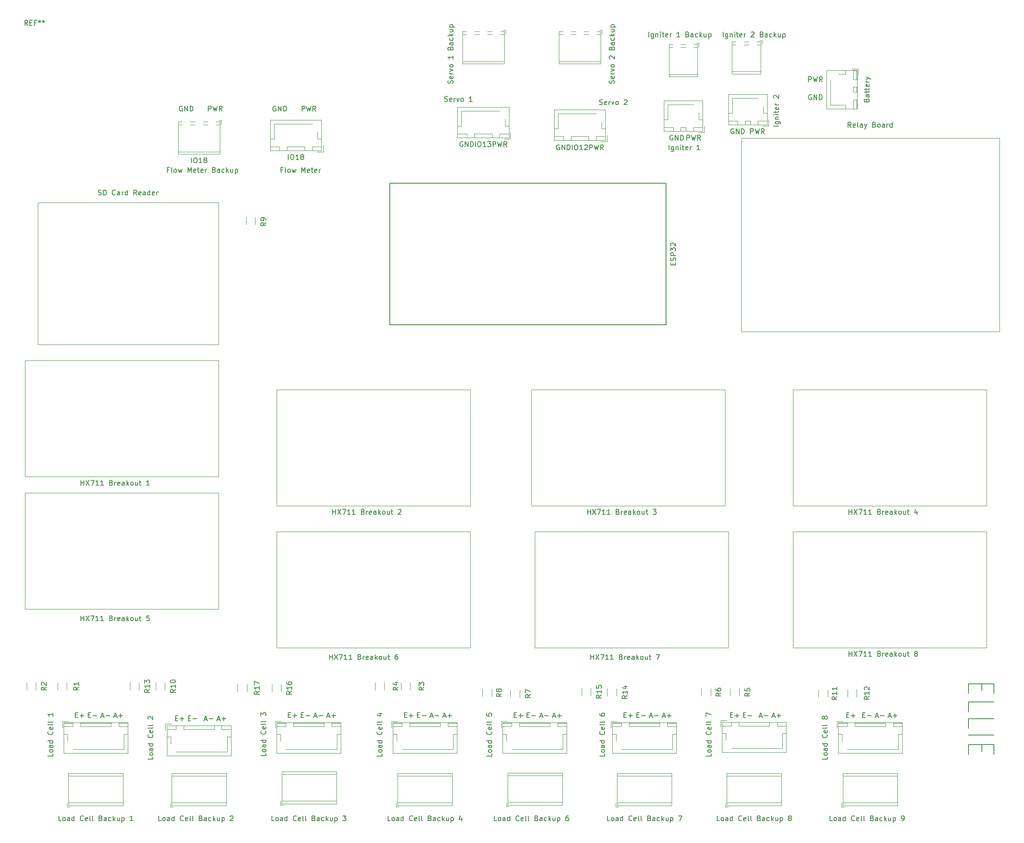
<source format=gbr>
%TF.GenerationSoftware,KiCad,Pcbnew,(6.0.1)*%
%TF.CreationDate,2022-04-06T01:57:14-07:00*%
%TF.ProjectId,EllieBoard,456c6c69-6542-46f6-9172-642e6b696361,rev?*%
%TF.SameCoordinates,Original*%
%TF.FileFunction,Legend,Top*%
%TF.FilePolarity,Positive*%
%FSLAX46Y46*%
G04 Gerber Fmt 4.6, Leading zero omitted, Abs format (unit mm)*
G04 Created by KiCad (PCBNEW (6.0.1)) date 2022-04-06 01:57:14*
%MOMM*%
%LPD*%
G01*
G04 APERTURE LIST*
%ADD10C,0.150000*%
%ADD11C,0.120000*%
%ADD12C,0.127000*%
G04 APERTURE END LIST*
D10*
X100766666Y-150423571D02*
X101100000Y-150423571D01*
X101242857Y-150947380D02*
X100766666Y-150947380D01*
X100766666Y-149947380D01*
X101242857Y-149947380D01*
X101671428Y-150566428D02*
X102433333Y-150566428D01*
X105822857Y-150661666D02*
X106299047Y-150661666D01*
X105727619Y-150947380D02*
X106060952Y-149947380D01*
X106394285Y-150947380D01*
X106727619Y-150566428D02*
X107489523Y-150566428D01*
X107108571Y-150947380D02*
X107108571Y-150185476D01*
X193452857Y-150661666D02*
X193929047Y-150661666D01*
X193357619Y-150947380D02*
X193690952Y-149947380D01*
X194024285Y-150947380D01*
X194357619Y-150566428D02*
X195119523Y-150566428D01*
X194738571Y-150947380D02*
X194738571Y-150185476D01*
X115621666Y-38552380D02*
X115621666Y-37552380D01*
X116002619Y-37552380D01*
X116097857Y-37600000D01*
X116145476Y-37647619D01*
X116193095Y-37742857D01*
X116193095Y-37885714D01*
X116145476Y-37980952D01*
X116097857Y-38028571D01*
X116002619Y-38076190D01*
X115621666Y-38076190D01*
X116526428Y-37552380D02*
X116764523Y-38552380D01*
X116955000Y-37838095D01*
X117145476Y-38552380D01*
X117383571Y-37552380D01*
X118335952Y-38552380D02*
X118002619Y-38076190D01*
X117764523Y-38552380D02*
X117764523Y-37552380D01*
X118145476Y-37552380D01*
X118240714Y-37600000D01*
X118288333Y-37647619D01*
X118335952Y-37742857D01*
X118335952Y-37885714D01*
X118288333Y-37980952D01*
X118240714Y-38028571D01*
X118145476Y-38076190D01*
X117764523Y-38076190D01*
X164901666Y-150423571D02*
X165235000Y-150423571D01*
X165377857Y-150947380D02*
X164901666Y-150947380D01*
X164901666Y-149947380D01*
X165377857Y-149947380D01*
X165806428Y-150566428D02*
X166568333Y-150566428D01*
X59626666Y-31567380D02*
X59626666Y-30567380D01*
X60007619Y-30567380D01*
X60102857Y-30615000D01*
X60150476Y-30662619D01*
X60198095Y-30757857D01*
X60198095Y-30900714D01*
X60150476Y-30995952D01*
X60102857Y-31043571D01*
X60007619Y-31091190D01*
X59626666Y-31091190D01*
X60531428Y-30567380D02*
X60769523Y-31567380D01*
X60960000Y-30853095D01*
X61150476Y-31567380D01*
X61388571Y-30567380D01*
X62340952Y-31567380D02*
X62007619Y-31091190D01*
X61769523Y-31567380D02*
X61769523Y-30567380D01*
X62150476Y-30567380D01*
X62245714Y-30615000D01*
X62293333Y-30662619D01*
X62340952Y-30757857D01*
X62340952Y-30900714D01*
X62293333Y-30995952D01*
X62245714Y-31043571D01*
X62150476Y-31091190D01*
X61769523Y-31091190D01*
X77906666Y-150423571D02*
X78240000Y-150423571D01*
X78382857Y-150947380D02*
X77906666Y-150947380D01*
X77906666Y-149947380D01*
X78382857Y-149947380D01*
X78811428Y-150566428D02*
X79573333Y-150566428D01*
X33456666Y-150423571D02*
X33790000Y-150423571D01*
X33932857Y-150947380D02*
X33456666Y-150947380D01*
X33456666Y-149947380D01*
X33932857Y-149947380D01*
X34361428Y-150566428D02*
X35123333Y-150566428D01*
X34742380Y-150947380D02*
X34742380Y-150185476D01*
X131238809Y-39187380D02*
X131238809Y-38187380D01*
X131905476Y-38187380D02*
X132095952Y-38187380D01*
X132191190Y-38235000D01*
X132286428Y-38330238D01*
X132334047Y-38520714D01*
X132334047Y-38854047D01*
X132286428Y-39044523D01*
X132191190Y-39139761D01*
X132095952Y-39187380D01*
X131905476Y-39187380D01*
X131810238Y-39139761D01*
X131715000Y-39044523D01*
X131667380Y-38854047D01*
X131667380Y-38520714D01*
X131715000Y-38330238D01*
X131810238Y-38235000D01*
X131905476Y-38187380D01*
X133286428Y-39187380D02*
X132715000Y-39187380D01*
X133000714Y-39187380D02*
X133000714Y-38187380D01*
X132905476Y-38330238D01*
X132810238Y-38425476D01*
X132715000Y-38473095D01*
X133667380Y-38282619D02*
X133715000Y-38235000D01*
X133810238Y-38187380D01*
X134048333Y-38187380D01*
X134143571Y-38235000D01*
X134191190Y-38282619D01*
X134238809Y-38377857D01*
X134238809Y-38473095D01*
X134191190Y-38615952D01*
X133619761Y-39187380D01*
X134238809Y-39187380D01*
X41052857Y-150661666D02*
X41529047Y-150661666D01*
X40957619Y-150947380D02*
X41290952Y-149947380D01*
X41624285Y-150947380D01*
X41957619Y-150566428D02*
X42719523Y-150566428D01*
X42338571Y-150947380D02*
X42338571Y-150185476D01*
X146462857Y-150661666D02*
X146939047Y-150661666D01*
X146367619Y-150947380D02*
X146700952Y-149947380D01*
X147034285Y-150947380D01*
X147367619Y-150566428D02*
X148129523Y-150566428D01*
X109693095Y-37600000D02*
X109597857Y-37552380D01*
X109455000Y-37552380D01*
X109312142Y-37600000D01*
X109216904Y-37695238D01*
X109169285Y-37790476D01*
X109121666Y-37980952D01*
X109121666Y-38123809D01*
X109169285Y-38314285D01*
X109216904Y-38409523D01*
X109312142Y-38504761D01*
X109455000Y-38552380D01*
X109550238Y-38552380D01*
X109693095Y-38504761D01*
X109740714Y-38457142D01*
X109740714Y-38123809D01*
X109550238Y-38123809D01*
X110169285Y-38552380D02*
X110169285Y-37552380D01*
X110740714Y-38552380D01*
X110740714Y-37552380D01*
X111216904Y-38552380D02*
X111216904Y-37552380D01*
X111455000Y-37552380D01*
X111597857Y-37600000D01*
X111693095Y-37695238D01*
X111740714Y-37790476D01*
X111788333Y-37980952D01*
X111788333Y-38123809D01*
X111740714Y-38314285D01*
X111693095Y-38409523D01*
X111597857Y-38504761D01*
X111455000Y-38552380D01*
X111216904Y-38552380D01*
X185221666Y-150423571D02*
X185555000Y-150423571D01*
X185697857Y-150947380D02*
X185221666Y-150947380D01*
X185221666Y-149947380D01*
X185697857Y-149947380D01*
X186126428Y-150566428D02*
X186888333Y-150566428D01*
X186507380Y-150947380D02*
X186507380Y-150185476D01*
X58832857Y-151296666D02*
X59309047Y-151296666D01*
X58737619Y-151582380D02*
X59070952Y-150582380D01*
X59404285Y-151582380D01*
X59737619Y-151201428D02*
X60499523Y-151201428D01*
X162361666Y-150423571D02*
X162695000Y-150423571D01*
X162837857Y-150947380D02*
X162361666Y-150947380D01*
X162361666Y-149947380D01*
X162837857Y-149947380D01*
X163266428Y-150566428D02*
X164028333Y-150566428D01*
X163647380Y-150947380D02*
X163647380Y-150185476D01*
X75358809Y-41092380D02*
X75358809Y-40092380D01*
X76025476Y-40092380D02*
X76215952Y-40092380D01*
X76311190Y-40140000D01*
X76406428Y-40235238D01*
X76454047Y-40425714D01*
X76454047Y-40759047D01*
X76406428Y-40949523D01*
X76311190Y-41044761D01*
X76215952Y-41092380D01*
X76025476Y-41092380D01*
X75930238Y-41044761D01*
X75835000Y-40949523D01*
X75787380Y-40759047D01*
X75787380Y-40425714D01*
X75835000Y-40235238D01*
X75930238Y-40140000D01*
X76025476Y-40092380D01*
X77406428Y-41092380D02*
X76835000Y-41092380D01*
X77120714Y-41092380D02*
X77120714Y-40092380D01*
X77025476Y-40235238D01*
X76930238Y-40330476D01*
X76835000Y-40378095D01*
X77977857Y-40520952D02*
X77882619Y-40473333D01*
X77835000Y-40425714D01*
X77787380Y-40330476D01*
X77787380Y-40282857D01*
X77835000Y-40187619D01*
X77882619Y-40140000D01*
X77977857Y-40092380D01*
X78168333Y-40092380D01*
X78263571Y-40140000D01*
X78311190Y-40187619D01*
X78358809Y-40282857D01*
X78358809Y-40330476D01*
X78311190Y-40425714D01*
X78263571Y-40473333D01*
X78168333Y-40520952D01*
X77977857Y-40520952D01*
X77882619Y-40568571D01*
X77835000Y-40616190D01*
X77787380Y-40711428D01*
X77787380Y-40901904D01*
X77835000Y-40997142D01*
X77882619Y-41044761D01*
X77977857Y-41092380D01*
X78168333Y-41092380D01*
X78263571Y-41044761D01*
X78311190Y-40997142D01*
X78358809Y-40901904D01*
X78358809Y-40711428D01*
X78311190Y-40616190D01*
X78263571Y-40568571D01*
X78168333Y-40520952D01*
X55681666Y-151058571D02*
X56015000Y-151058571D01*
X56157857Y-151582380D02*
X55681666Y-151582380D01*
X55681666Y-150582380D01*
X56157857Y-150582380D01*
X56586428Y-151201428D02*
X57348333Y-151201428D01*
X127412857Y-150661666D02*
X127889047Y-150661666D01*
X127317619Y-150947380D02*
X127650952Y-149947380D01*
X127984285Y-150947380D01*
X128317619Y-150566428D02*
X129079523Y-150566428D01*
X128698571Y-150947380D02*
X128698571Y-150185476D01*
X98226666Y-150423571D02*
X98560000Y-150423571D01*
X98702857Y-150947380D02*
X98226666Y-150947380D01*
X98226666Y-149947380D01*
X98702857Y-149947380D01*
X99131428Y-150566428D02*
X99893333Y-150566428D01*
X99512380Y-150947380D02*
X99512380Y-150185476D01*
X112188809Y-38552380D02*
X112188809Y-37552380D01*
X112855476Y-37552380D02*
X113045952Y-37552380D01*
X113141190Y-37600000D01*
X113236428Y-37695238D01*
X113284047Y-37885714D01*
X113284047Y-38219047D01*
X113236428Y-38409523D01*
X113141190Y-38504761D01*
X113045952Y-38552380D01*
X112855476Y-38552380D01*
X112760238Y-38504761D01*
X112665000Y-38409523D01*
X112617380Y-38219047D01*
X112617380Y-37885714D01*
X112665000Y-37695238D01*
X112760238Y-37600000D01*
X112855476Y-37552380D01*
X114236428Y-38552380D02*
X113665000Y-38552380D01*
X113950714Y-38552380D02*
X113950714Y-37552380D01*
X113855476Y-37695238D01*
X113760238Y-37790476D01*
X113665000Y-37838095D01*
X114569761Y-37552380D02*
X115188809Y-37552380D01*
X114855476Y-37933333D01*
X114998333Y-37933333D01*
X115093571Y-37980952D01*
X115141190Y-38028571D01*
X115188809Y-38123809D01*
X115188809Y-38361904D01*
X115141190Y-38457142D01*
X115093571Y-38504761D01*
X114998333Y-38552380D01*
X114712619Y-38552380D01*
X114617380Y-38504761D01*
X114569761Y-38457142D01*
X168052857Y-150661666D02*
X168529047Y-150661666D01*
X167957619Y-150947380D02*
X168290952Y-149947380D01*
X168624285Y-150947380D01*
X168957619Y-150566428D02*
X169719523Y-150566428D01*
X143946666Y-150423571D02*
X144280000Y-150423571D01*
X144422857Y-150947380D02*
X143946666Y-150947380D01*
X143946666Y-149947380D01*
X144422857Y-149947380D01*
X144851428Y-150566428D02*
X145613333Y-150566428D01*
X103282857Y-150661666D02*
X103759047Y-150661666D01*
X103187619Y-150947380D02*
X103520952Y-149947380D01*
X103854285Y-150947380D01*
X104187619Y-150566428D02*
X104949523Y-150566428D01*
X56308809Y-41727380D02*
X56308809Y-40727380D01*
X56975476Y-40727380D02*
X57165952Y-40727380D01*
X57261190Y-40775000D01*
X57356428Y-40870238D01*
X57404047Y-41060714D01*
X57404047Y-41394047D01*
X57356428Y-41584523D01*
X57261190Y-41679761D01*
X57165952Y-41727380D01*
X56975476Y-41727380D01*
X56880238Y-41679761D01*
X56785000Y-41584523D01*
X56737380Y-41394047D01*
X56737380Y-41060714D01*
X56785000Y-40870238D01*
X56880238Y-40775000D01*
X56975476Y-40727380D01*
X58356428Y-41727380D02*
X57785000Y-41727380D01*
X58070714Y-41727380D02*
X58070714Y-40727380D01*
X57975476Y-40870238D01*
X57880238Y-40965476D01*
X57785000Y-41013095D01*
X58927857Y-41155952D02*
X58832619Y-41108333D01*
X58785000Y-41060714D01*
X58737380Y-40965476D01*
X58737380Y-40917857D01*
X58785000Y-40822619D01*
X58832619Y-40775000D01*
X58927857Y-40727380D01*
X59118333Y-40727380D01*
X59213571Y-40775000D01*
X59261190Y-40822619D01*
X59308809Y-40917857D01*
X59308809Y-40965476D01*
X59261190Y-41060714D01*
X59213571Y-41108333D01*
X59118333Y-41155952D01*
X58927857Y-41155952D01*
X58832619Y-41203571D01*
X58785000Y-41251190D01*
X58737380Y-41346428D01*
X58737380Y-41536904D01*
X58785000Y-41632142D01*
X58832619Y-41679761D01*
X58927857Y-41727380D01*
X59118333Y-41727380D01*
X59213571Y-41679761D01*
X59261190Y-41632142D01*
X59308809Y-41536904D01*
X59308809Y-41346428D01*
X59261190Y-41251190D01*
X59213571Y-41203571D01*
X59118333Y-41155952D01*
X82962857Y-150661666D02*
X83439047Y-150661666D01*
X82867619Y-150947380D02*
X83200952Y-149947380D01*
X83534285Y-150947380D01*
X83867619Y-150566428D02*
X84629523Y-150566428D01*
X84248571Y-150947380D02*
X84248571Y-150185476D01*
X75366666Y-150423571D02*
X75700000Y-150423571D01*
X75842857Y-150947380D02*
X75366666Y-150947380D01*
X75366666Y-149947380D01*
X75842857Y-149947380D01*
X76271428Y-150566428D02*
X77033333Y-150566428D01*
X76652380Y-150947380D02*
X76652380Y-150185476D01*
X178308095Y-28350000D02*
X178212857Y-28302380D01*
X178070000Y-28302380D01*
X177927142Y-28350000D01*
X177831904Y-28445238D01*
X177784285Y-28540476D01*
X177736666Y-28730952D01*
X177736666Y-28873809D01*
X177784285Y-29064285D01*
X177831904Y-29159523D01*
X177927142Y-29254761D01*
X178070000Y-29302380D01*
X178165238Y-29302380D01*
X178308095Y-29254761D01*
X178355714Y-29207142D01*
X178355714Y-28873809D01*
X178165238Y-28873809D01*
X178784285Y-29302380D02*
X178784285Y-28302380D01*
X179355714Y-29302380D01*
X179355714Y-28302380D01*
X179831904Y-29302380D02*
X179831904Y-28302380D01*
X180070000Y-28302380D01*
X180212857Y-28350000D01*
X180308095Y-28445238D01*
X180355714Y-28540476D01*
X180403333Y-28730952D01*
X180403333Y-28873809D01*
X180355714Y-29064285D01*
X180308095Y-29159523D01*
X180212857Y-29254761D01*
X180070000Y-29302380D01*
X179831904Y-29302380D01*
X188396666Y-150423571D02*
X188730000Y-150423571D01*
X188872857Y-150947380D02*
X188396666Y-150947380D01*
X188396666Y-149947380D01*
X188872857Y-149947380D01*
X189301428Y-150566428D02*
X190063333Y-150566428D01*
X190912857Y-150661666D02*
X191389047Y-150661666D01*
X190817619Y-150947380D02*
X191150952Y-149947380D01*
X191484285Y-150947380D01*
X191817619Y-150566428D02*
X192579523Y-150566428D01*
X177736666Y-25787380D02*
X177736666Y-24787380D01*
X178117619Y-24787380D01*
X178212857Y-24835000D01*
X178260476Y-24882619D01*
X178308095Y-24977857D01*
X178308095Y-25120714D01*
X178260476Y-25215952D01*
X178212857Y-25263571D01*
X178117619Y-25311190D01*
X177736666Y-25311190D01*
X178641428Y-24787380D02*
X178879523Y-25787380D01*
X179070000Y-25073095D01*
X179260476Y-25787380D01*
X179498571Y-24787380D01*
X180450952Y-25787380D02*
X180117619Y-25311190D01*
X179879523Y-25787380D02*
X179879523Y-24787380D01*
X180260476Y-24787380D01*
X180355714Y-24835000D01*
X180403333Y-24882619D01*
X180450952Y-24977857D01*
X180450952Y-25120714D01*
X180403333Y-25215952D01*
X180355714Y-25263571D01*
X180260476Y-25311190D01*
X179879523Y-25311190D01*
X124872857Y-150661666D02*
X125349047Y-150661666D01*
X124777619Y-150947380D02*
X125110952Y-149947380D01*
X125444285Y-150947380D01*
X125777619Y-150566428D02*
X126539523Y-150566428D01*
X149002857Y-150661666D02*
X149479047Y-150661666D01*
X148907619Y-150947380D02*
X149240952Y-149947380D01*
X149574285Y-150947380D01*
X149907619Y-150566428D02*
X150669523Y-150566428D01*
X150288571Y-150947380D02*
X150288571Y-150185476D01*
X153761666Y-37282380D02*
X153761666Y-36282380D01*
X154142619Y-36282380D01*
X154237857Y-36330000D01*
X154285476Y-36377619D01*
X154333095Y-36472857D01*
X154333095Y-36615714D01*
X154285476Y-36710952D01*
X154237857Y-36758571D01*
X154142619Y-36806190D01*
X153761666Y-36806190D01*
X154666428Y-36282380D02*
X154904523Y-37282380D01*
X155095000Y-36568095D01*
X155285476Y-37282380D01*
X155523571Y-36282380D01*
X156475952Y-37282380D02*
X156142619Y-36806190D01*
X155904523Y-37282380D02*
X155904523Y-36282380D01*
X156285476Y-36282380D01*
X156380714Y-36330000D01*
X156428333Y-36377619D01*
X156475952Y-36472857D01*
X156475952Y-36615714D01*
X156428333Y-36710952D01*
X156380714Y-36758571D01*
X156285476Y-36806190D01*
X155904523Y-36806190D01*
X162993095Y-35060000D02*
X162897857Y-35012380D01*
X162755000Y-35012380D01*
X162612142Y-35060000D01*
X162516904Y-35155238D01*
X162469285Y-35250476D01*
X162421666Y-35440952D01*
X162421666Y-35583809D01*
X162469285Y-35774285D01*
X162516904Y-35869523D01*
X162612142Y-35964761D01*
X162755000Y-36012380D01*
X162850238Y-36012380D01*
X162993095Y-35964761D01*
X163040714Y-35917142D01*
X163040714Y-35583809D01*
X162850238Y-35583809D01*
X163469285Y-36012380D02*
X163469285Y-35012380D01*
X164040714Y-36012380D01*
X164040714Y-35012380D01*
X164516904Y-36012380D02*
X164516904Y-35012380D01*
X164755000Y-35012380D01*
X164897857Y-35060000D01*
X164993095Y-35155238D01*
X165040714Y-35250476D01*
X165088333Y-35440952D01*
X165088333Y-35583809D01*
X165040714Y-35774285D01*
X164993095Y-35869523D01*
X164897857Y-35964761D01*
X164755000Y-36012380D01*
X164516904Y-36012380D01*
X170592857Y-150661666D02*
X171069047Y-150661666D01*
X170497619Y-150947380D02*
X170830952Y-149947380D01*
X171164285Y-150947380D01*
X171497619Y-150566428D02*
X172259523Y-150566428D01*
X171878571Y-150947380D02*
X171878571Y-150185476D01*
X122356666Y-150423571D02*
X122690000Y-150423571D01*
X122832857Y-150947380D02*
X122356666Y-150947380D01*
X122356666Y-149947380D01*
X122832857Y-149947380D01*
X123261428Y-150566428D02*
X124023333Y-150566428D01*
X54483095Y-30615000D02*
X54387857Y-30567380D01*
X54245000Y-30567380D01*
X54102142Y-30615000D01*
X54006904Y-30710238D01*
X53959285Y-30805476D01*
X53911666Y-30995952D01*
X53911666Y-31138809D01*
X53959285Y-31329285D01*
X54006904Y-31424523D01*
X54102142Y-31519761D01*
X54245000Y-31567380D01*
X54340238Y-31567380D01*
X54483095Y-31519761D01*
X54530714Y-31472142D01*
X54530714Y-31138809D01*
X54340238Y-31138809D01*
X54959285Y-31567380D02*
X54959285Y-30567380D01*
X55530714Y-31567380D01*
X55530714Y-30567380D01*
X56006904Y-31567380D02*
X56006904Y-30567380D01*
X56245000Y-30567380D01*
X56387857Y-30615000D01*
X56483095Y-30710238D01*
X56530714Y-30805476D01*
X56578333Y-30995952D01*
X56578333Y-31138809D01*
X56530714Y-31329285D01*
X56483095Y-31424523D01*
X56387857Y-31519761D01*
X56245000Y-31567380D01*
X56006904Y-31567380D01*
X35996666Y-150423571D02*
X36330000Y-150423571D01*
X36472857Y-150947380D02*
X35996666Y-150947380D01*
X35996666Y-149947380D01*
X36472857Y-149947380D01*
X36901428Y-150566428D02*
X37663333Y-150566428D01*
X166306666Y-36012380D02*
X166306666Y-35012380D01*
X166687619Y-35012380D01*
X166782857Y-35060000D01*
X166830476Y-35107619D01*
X166878095Y-35202857D01*
X166878095Y-35345714D01*
X166830476Y-35440952D01*
X166782857Y-35488571D01*
X166687619Y-35536190D01*
X166306666Y-35536190D01*
X167211428Y-35012380D02*
X167449523Y-36012380D01*
X167640000Y-35298095D01*
X167830476Y-36012380D01*
X168068571Y-35012380D01*
X169020952Y-36012380D02*
X168687619Y-35536190D01*
X168449523Y-36012380D02*
X168449523Y-35012380D01*
X168830476Y-35012380D01*
X168925714Y-35060000D01*
X168973333Y-35107619D01*
X169020952Y-35202857D01*
X169020952Y-35345714D01*
X168973333Y-35440952D01*
X168925714Y-35488571D01*
X168830476Y-35536190D01*
X168449523Y-35536190D01*
X151003095Y-36330000D02*
X150907857Y-36282380D01*
X150765000Y-36282380D01*
X150622142Y-36330000D01*
X150526904Y-36425238D01*
X150479285Y-36520476D01*
X150431666Y-36710952D01*
X150431666Y-36853809D01*
X150479285Y-37044285D01*
X150526904Y-37139523D01*
X150622142Y-37234761D01*
X150765000Y-37282380D01*
X150860238Y-37282380D01*
X151003095Y-37234761D01*
X151050714Y-37187142D01*
X151050714Y-36853809D01*
X150860238Y-36853809D01*
X151479285Y-37282380D02*
X151479285Y-36282380D01*
X152050714Y-37282380D01*
X152050714Y-36282380D01*
X152526904Y-37282380D02*
X152526904Y-36282380D01*
X152765000Y-36282380D01*
X152907857Y-36330000D01*
X153003095Y-36425238D01*
X153050714Y-36520476D01*
X153098333Y-36710952D01*
X153098333Y-36853809D01*
X153050714Y-37044285D01*
X153003095Y-37139523D01*
X152907857Y-37234761D01*
X152765000Y-37282380D01*
X152526904Y-37282380D01*
X61372857Y-151296666D02*
X61849047Y-151296666D01*
X61277619Y-151582380D02*
X61610952Y-150582380D01*
X61944285Y-151582380D01*
X62277619Y-151201428D02*
X63039523Y-151201428D01*
X62658571Y-151582380D02*
X62658571Y-150820476D01*
X211812142Y-144272857D02*
X211812142Y-145606190D01*
X209193095Y-146177619D02*
X209193095Y-144272857D01*
X214193095Y-144272857D01*
X214193095Y-146177619D01*
X209193095Y-149796666D02*
X209193095Y-147891904D01*
X214193095Y-147891904D01*
X209193095Y-153034761D02*
X209193095Y-151130000D01*
X214193095Y-151130000D01*
X209193095Y-154368095D02*
X214193095Y-154368095D01*
X211812142Y-156272857D02*
X211812142Y-157606190D01*
X209193095Y-158177619D02*
X209193095Y-156272857D01*
X214193095Y-156272857D01*
X214193095Y-158177619D01*
X80422857Y-150661666D02*
X80899047Y-150661666D01*
X80327619Y-150947380D02*
X80660952Y-149947380D01*
X80994285Y-150947380D01*
X81327619Y-150566428D02*
X82089523Y-150566428D01*
X119816666Y-150423571D02*
X120150000Y-150423571D01*
X120292857Y-150947380D02*
X119816666Y-150947380D01*
X119816666Y-149947380D01*
X120292857Y-149947380D01*
X120721428Y-150566428D02*
X121483333Y-150566428D01*
X121102380Y-150947380D02*
X121102380Y-150185476D01*
X141406666Y-150423571D02*
X141740000Y-150423571D01*
X141882857Y-150947380D02*
X141406666Y-150947380D01*
X141406666Y-149947380D01*
X141882857Y-149947380D01*
X142311428Y-150566428D02*
X143073333Y-150566428D01*
X142692380Y-150947380D02*
X142692380Y-150185476D01*
X38512857Y-150661666D02*
X38989047Y-150661666D01*
X38417619Y-150947380D02*
X38750952Y-149947380D01*
X39084285Y-150947380D01*
X39417619Y-150566428D02*
X40179523Y-150566428D01*
X53141666Y-151058571D02*
X53475000Y-151058571D01*
X53617857Y-151582380D02*
X53141666Y-151582380D01*
X53141666Y-150582380D01*
X53617857Y-150582380D01*
X54046428Y-151201428D02*
X54808333Y-151201428D01*
X54427380Y-151582380D02*
X54427380Y-150820476D01*
X128703095Y-38235000D02*
X128607857Y-38187380D01*
X128465000Y-38187380D01*
X128322142Y-38235000D01*
X128226904Y-38330238D01*
X128179285Y-38425476D01*
X128131666Y-38615952D01*
X128131666Y-38758809D01*
X128179285Y-38949285D01*
X128226904Y-39044523D01*
X128322142Y-39139761D01*
X128465000Y-39187380D01*
X128560238Y-39187380D01*
X128703095Y-39139761D01*
X128750714Y-39092142D01*
X128750714Y-38758809D01*
X128560238Y-38758809D01*
X129179285Y-39187380D02*
X129179285Y-38187380D01*
X129750714Y-39187380D01*
X129750714Y-38187380D01*
X130226904Y-39187380D02*
X130226904Y-38187380D01*
X130465000Y-38187380D01*
X130607857Y-38235000D01*
X130703095Y-38330238D01*
X130750714Y-38425476D01*
X130798333Y-38615952D01*
X130798333Y-38758809D01*
X130750714Y-38949285D01*
X130703095Y-39044523D01*
X130607857Y-39139761D01*
X130465000Y-39187380D01*
X130226904Y-39187380D01*
X72898095Y-30615000D02*
X72802857Y-30567380D01*
X72660000Y-30567380D01*
X72517142Y-30615000D01*
X72421904Y-30710238D01*
X72374285Y-30805476D01*
X72326666Y-30995952D01*
X72326666Y-31138809D01*
X72374285Y-31329285D01*
X72421904Y-31424523D01*
X72517142Y-31519761D01*
X72660000Y-31567380D01*
X72755238Y-31567380D01*
X72898095Y-31519761D01*
X72945714Y-31472142D01*
X72945714Y-31138809D01*
X72755238Y-31138809D01*
X73374285Y-31567380D02*
X73374285Y-30567380D01*
X73945714Y-31567380D01*
X73945714Y-30567380D01*
X74421904Y-31567380D02*
X74421904Y-30567380D01*
X74660000Y-30567380D01*
X74802857Y-30615000D01*
X74898095Y-30710238D01*
X74945714Y-30805476D01*
X74993333Y-30995952D01*
X74993333Y-31138809D01*
X74945714Y-31329285D01*
X74898095Y-31424523D01*
X74802857Y-31519761D01*
X74660000Y-31567380D01*
X74421904Y-31567380D01*
X134631666Y-39187380D02*
X134631666Y-38187380D01*
X135012619Y-38187380D01*
X135107857Y-38235000D01*
X135155476Y-38282619D01*
X135203095Y-38377857D01*
X135203095Y-38520714D01*
X135155476Y-38615952D01*
X135107857Y-38663571D01*
X135012619Y-38711190D01*
X134631666Y-38711190D01*
X135536428Y-38187380D02*
X135774523Y-39187380D01*
X135965000Y-38473095D01*
X136155476Y-39187380D01*
X136393571Y-38187380D01*
X137345952Y-39187380D02*
X137012619Y-38711190D01*
X136774523Y-39187380D02*
X136774523Y-38187380D01*
X137155476Y-38187380D01*
X137250714Y-38235000D01*
X137298333Y-38282619D01*
X137345952Y-38377857D01*
X137345952Y-38520714D01*
X137298333Y-38615952D01*
X137250714Y-38663571D01*
X137155476Y-38711190D01*
X136774523Y-38711190D01*
X78041666Y-31567380D02*
X78041666Y-30567380D01*
X78422619Y-30567380D01*
X78517857Y-30615000D01*
X78565476Y-30662619D01*
X78613095Y-30757857D01*
X78613095Y-30900714D01*
X78565476Y-30995952D01*
X78517857Y-31043571D01*
X78422619Y-31091190D01*
X78041666Y-31091190D01*
X78946428Y-30567380D02*
X79184523Y-31567380D01*
X79375000Y-30853095D01*
X79565476Y-31567380D01*
X79803571Y-30567380D01*
X80755952Y-31567380D02*
X80422619Y-31091190D01*
X80184523Y-31567380D02*
X80184523Y-30567380D01*
X80565476Y-30567380D01*
X80660714Y-30615000D01*
X80708333Y-30662619D01*
X80755952Y-30757857D01*
X80755952Y-30900714D01*
X80708333Y-30995952D01*
X80660714Y-31043571D01*
X80565476Y-31091190D01*
X80184523Y-31091190D01*
%TO.C,HX711 Breakout 6*%
X83455714Y-139517380D02*
X83455714Y-138517380D01*
X83455714Y-138993571D02*
X84027142Y-138993571D01*
X84027142Y-139517380D02*
X84027142Y-138517380D01*
X84408095Y-138517380D02*
X85074761Y-139517380D01*
X85074761Y-138517380D02*
X84408095Y-139517380D01*
X85360476Y-138517380D02*
X86027142Y-138517380D01*
X85598571Y-139517380D01*
X86931904Y-139517380D02*
X86360476Y-139517380D01*
X86646190Y-139517380D02*
X86646190Y-138517380D01*
X86550952Y-138660238D01*
X86455714Y-138755476D01*
X86360476Y-138803095D01*
X87884285Y-139517380D02*
X87312857Y-139517380D01*
X87598571Y-139517380D02*
X87598571Y-138517380D01*
X87503333Y-138660238D01*
X87408095Y-138755476D01*
X87312857Y-138803095D01*
X89408095Y-138993571D02*
X89550952Y-139041190D01*
X89598571Y-139088809D01*
X89646190Y-139184047D01*
X89646190Y-139326904D01*
X89598571Y-139422142D01*
X89550952Y-139469761D01*
X89455714Y-139517380D01*
X89074761Y-139517380D01*
X89074761Y-138517380D01*
X89408095Y-138517380D01*
X89503333Y-138565000D01*
X89550952Y-138612619D01*
X89598571Y-138707857D01*
X89598571Y-138803095D01*
X89550952Y-138898333D01*
X89503333Y-138945952D01*
X89408095Y-138993571D01*
X89074761Y-138993571D01*
X90074761Y-139517380D02*
X90074761Y-138850714D01*
X90074761Y-139041190D02*
X90122380Y-138945952D01*
X90170000Y-138898333D01*
X90265238Y-138850714D01*
X90360476Y-138850714D01*
X91074761Y-139469761D02*
X90979523Y-139517380D01*
X90789047Y-139517380D01*
X90693809Y-139469761D01*
X90646190Y-139374523D01*
X90646190Y-138993571D01*
X90693809Y-138898333D01*
X90789047Y-138850714D01*
X90979523Y-138850714D01*
X91074761Y-138898333D01*
X91122380Y-138993571D01*
X91122380Y-139088809D01*
X90646190Y-139184047D01*
X91979523Y-139517380D02*
X91979523Y-138993571D01*
X91931904Y-138898333D01*
X91836666Y-138850714D01*
X91646190Y-138850714D01*
X91550952Y-138898333D01*
X91979523Y-139469761D02*
X91884285Y-139517380D01*
X91646190Y-139517380D01*
X91550952Y-139469761D01*
X91503333Y-139374523D01*
X91503333Y-139279285D01*
X91550952Y-139184047D01*
X91646190Y-139136428D01*
X91884285Y-139136428D01*
X91979523Y-139088809D01*
X92455714Y-139517380D02*
X92455714Y-138517380D01*
X92550952Y-139136428D02*
X92836666Y-139517380D01*
X92836666Y-138850714D02*
X92455714Y-139231666D01*
X93408095Y-139517380D02*
X93312857Y-139469761D01*
X93265238Y-139422142D01*
X93217619Y-139326904D01*
X93217619Y-139041190D01*
X93265238Y-138945952D01*
X93312857Y-138898333D01*
X93408095Y-138850714D01*
X93550952Y-138850714D01*
X93646190Y-138898333D01*
X93693809Y-138945952D01*
X93741428Y-139041190D01*
X93741428Y-139326904D01*
X93693809Y-139422142D01*
X93646190Y-139469761D01*
X93550952Y-139517380D01*
X93408095Y-139517380D01*
X94598571Y-138850714D02*
X94598571Y-139517380D01*
X94170000Y-138850714D02*
X94170000Y-139374523D01*
X94217619Y-139469761D01*
X94312857Y-139517380D01*
X94455714Y-139517380D01*
X94550952Y-139469761D01*
X94598571Y-139422142D01*
X94931904Y-138850714D02*
X95312857Y-138850714D01*
X95074761Y-138517380D02*
X95074761Y-139374523D01*
X95122380Y-139469761D01*
X95217619Y-139517380D01*
X95312857Y-139517380D01*
X96836666Y-138517380D02*
X96646190Y-138517380D01*
X96550952Y-138565000D01*
X96503333Y-138612619D01*
X96408095Y-138755476D01*
X96360476Y-138945952D01*
X96360476Y-139326904D01*
X96408095Y-139422142D01*
X96455714Y-139469761D01*
X96550952Y-139517380D01*
X96741428Y-139517380D01*
X96836666Y-139469761D01*
X96884285Y-139422142D01*
X96931904Y-139326904D01*
X96931904Y-139088809D01*
X96884285Y-138993571D01*
X96836666Y-138945952D01*
X96741428Y-138898333D01*
X96550952Y-138898333D01*
X96455714Y-138945952D01*
X96408095Y-138993571D01*
X96360476Y-139088809D01*
%TO.C,R15*%
X136977380Y-146500357D02*
X136501190Y-146833690D01*
X136977380Y-147071785D02*
X135977380Y-147071785D01*
X135977380Y-146690833D01*
X136025000Y-146595595D01*
X136072619Y-146547976D01*
X136167857Y-146500357D01*
X136310714Y-146500357D01*
X136405952Y-146547976D01*
X136453571Y-146595595D01*
X136501190Y-146690833D01*
X136501190Y-147071785D01*
X136977380Y-145547976D02*
X136977380Y-146119404D01*
X136977380Y-145833690D02*
X135977380Y-145833690D01*
X136120238Y-145928928D01*
X136215476Y-146024166D01*
X136263095Y-146119404D01*
X135977380Y-144643214D02*
X135977380Y-145119404D01*
X136453571Y-145167023D01*
X136405952Y-145119404D01*
X136358333Y-145024166D01*
X136358333Y-144786071D01*
X136405952Y-144690833D01*
X136453571Y-144643214D01*
X136548809Y-144595595D01*
X136786904Y-144595595D01*
X136882142Y-144643214D01*
X136929761Y-144690833D01*
X136977380Y-144786071D01*
X136977380Y-145024166D01*
X136929761Y-145119404D01*
X136882142Y-145167023D01*
%TO.C,Servo 1 *%
X106124761Y-29614761D02*
X106267619Y-29662380D01*
X106505714Y-29662380D01*
X106600952Y-29614761D01*
X106648571Y-29567142D01*
X106696190Y-29471904D01*
X106696190Y-29376666D01*
X106648571Y-29281428D01*
X106600952Y-29233809D01*
X106505714Y-29186190D01*
X106315238Y-29138571D01*
X106220000Y-29090952D01*
X106172380Y-29043333D01*
X106124761Y-28948095D01*
X106124761Y-28852857D01*
X106172380Y-28757619D01*
X106220000Y-28710000D01*
X106315238Y-28662380D01*
X106553333Y-28662380D01*
X106696190Y-28710000D01*
X107505714Y-29614761D02*
X107410476Y-29662380D01*
X107220000Y-29662380D01*
X107124761Y-29614761D01*
X107077142Y-29519523D01*
X107077142Y-29138571D01*
X107124761Y-29043333D01*
X107220000Y-28995714D01*
X107410476Y-28995714D01*
X107505714Y-29043333D01*
X107553333Y-29138571D01*
X107553333Y-29233809D01*
X107077142Y-29329047D01*
X107981904Y-29662380D02*
X107981904Y-28995714D01*
X107981904Y-29186190D02*
X108029523Y-29090952D01*
X108077142Y-29043333D01*
X108172380Y-28995714D01*
X108267619Y-28995714D01*
X108505714Y-28995714D02*
X108743809Y-29662380D01*
X108981904Y-28995714D01*
X109505714Y-29662380D02*
X109410476Y-29614761D01*
X109362857Y-29567142D01*
X109315238Y-29471904D01*
X109315238Y-29186190D01*
X109362857Y-29090952D01*
X109410476Y-29043333D01*
X109505714Y-28995714D01*
X109648571Y-28995714D01*
X109743809Y-29043333D01*
X109791428Y-29090952D01*
X109839047Y-29186190D01*
X109839047Y-29471904D01*
X109791428Y-29567142D01*
X109743809Y-29614761D01*
X109648571Y-29662380D01*
X109505714Y-29662380D01*
X111553333Y-29662380D02*
X110981904Y-29662380D01*
X111267619Y-29662380D02*
X111267619Y-28662380D01*
X111172380Y-28805238D01*
X111077142Y-28900476D01*
X110981904Y-28948095D01*
%TO.C,Load Cell 8*%
X181427380Y-158678095D02*
X181427380Y-159154285D01*
X180427380Y-159154285D01*
X181427380Y-158201904D02*
X181379761Y-158297142D01*
X181332142Y-158344761D01*
X181236904Y-158392380D01*
X180951190Y-158392380D01*
X180855952Y-158344761D01*
X180808333Y-158297142D01*
X180760714Y-158201904D01*
X180760714Y-158059047D01*
X180808333Y-157963809D01*
X180855952Y-157916190D01*
X180951190Y-157868571D01*
X181236904Y-157868571D01*
X181332142Y-157916190D01*
X181379761Y-157963809D01*
X181427380Y-158059047D01*
X181427380Y-158201904D01*
X181427380Y-157011428D02*
X180903571Y-157011428D01*
X180808333Y-157059047D01*
X180760714Y-157154285D01*
X180760714Y-157344761D01*
X180808333Y-157440000D01*
X181379761Y-157011428D02*
X181427380Y-157106666D01*
X181427380Y-157344761D01*
X181379761Y-157440000D01*
X181284523Y-157487619D01*
X181189285Y-157487619D01*
X181094047Y-157440000D01*
X181046428Y-157344761D01*
X181046428Y-157106666D01*
X180998809Y-157011428D01*
X181427380Y-156106666D02*
X180427380Y-156106666D01*
X181379761Y-156106666D02*
X181427380Y-156201904D01*
X181427380Y-156392380D01*
X181379761Y-156487619D01*
X181332142Y-156535238D01*
X181236904Y-156582857D01*
X180951190Y-156582857D01*
X180855952Y-156535238D01*
X180808333Y-156487619D01*
X180760714Y-156392380D01*
X180760714Y-156201904D01*
X180808333Y-156106666D01*
X181332142Y-154297142D02*
X181379761Y-154344761D01*
X181427380Y-154487619D01*
X181427380Y-154582857D01*
X181379761Y-154725714D01*
X181284523Y-154820952D01*
X181189285Y-154868571D01*
X180998809Y-154916190D01*
X180855952Y-154916190D01*
X180665476Y-154868571D01*
X180570238Y-154820952D01*
X180475000Y-154725714D01*
X180427380Y-154582857D01*
X180427380Y-154487619D01*
X180475000Y-154344761D01*
X180522619Y-154297142D01*
X181379761Y-153487619D02*
X181427380Y-153582857D01*
X181427380Y-153773333D01*
X181379761Y-153868571D01*
X181284523Y-153916190D01*
X180903571Y-153916190D01*
X180808333Y-153868571D01*
X180760714Y-153773333D01*
X180760714Y-153582857D01*
X180808333Y-153487619D01*
X180903571Y-153440000D01*
X180998809Y-153440000D01*
X181094047Y-153916190D01*
X181427380Y-152868571D02*
X181379761Y-152963809D01*
X181284523Y-153011428D01*
X180427380Y-153011428D01*
X181427380Y-152344761D02*
X181379761Y-152440000D01*
X181284523Y-152487619D01*
X180427380Y-152487619D01*
X180855952Y-151059047D02*
X180808333Y-151154285D01*
X180760714Y-151201904D01*
X180665476Y-151249523D01*
X180617857Y-151249523D01*
X180522619Y-151201904D01*
X180475000Y-151154285D01*
X180427380Y-151059047D01*
X180427380Y-150868571D01*
X180475000Y-150773333D01*
X180522619Y-150725714D01*
X180617857Y-150678095D01*
X180665476Y-150678095D01*
X180760714Y-150725714D01*
X180808333Y-150773333D01*
X180855952Y-150868571D01*
X180855952Y-151059047D01*
X180903571Y-151154285D01*
X180951190Y-151201904D01*
X181046428Y-151249523D01*
X181236904Y-151249523D01*
X181332142Y-151201904D01*
X181379761Y-151154285D01*
X181427380Y-151059047D01*
X181427380Y-150868571D01*
X181379761Y-150773333D01*
X181332142Y-150725714D01*
X181236904Y-150678095D01*
X181046428Y-150678095D01*
X180951190Y-150725714D01*
X180903571Y-150773333D01*
X180855952Y-150868571D01*
%TO.C,Load Cell Backup 2*%
X50340476Y-171267380D02*
X49864285Y-171267380D01*
X49864285Y-170267380D01*
X50816666Y-171267380D02*
X50721428Y-171219761D01*
X50673809Y-171172142D01*
X50626190Y-171076904D01*
X50626190Y-170791190D01*
X50673809Y-170695952D01*
X50721428Y-170648333D01*
X50816666Y-170600714D01*
X50959523Y-170600714D01*
X51054761Y-170648333D01*
X51102380Y-170695952D01*
X51150000Y-170791190D01*
X51150000Y-171076904D01*
X51102380Y-171172142D01*
X51054761Y-171219761D01*
X50959523Y-171267380D01*
X50816666Y-171267380D01*
X52007142Y-171267380D02*
X52007142Y-170743571D01*
X51959523Y-170648333D01*
X51864285Y-170600714D01*
X51673809Y-170600714D01*
X51578571Y-170648333D01*
X52007142Y-171219761D02*
X51911904Y-171267380D01*
X51673809Y-171267380D01*
X51578571Y-171219761D01*
X51530952Y-171124523D01*
X51530952Y-171029285D01*
X51578571Y-170934047D01*
X51673809Y-170886428D01*
X51911904Y-170886428D01*
X52007142Y-170838809D01*
X52911904Y-171267380D02*
X52911904Y-170267380D01*
X52911904Y-171219761D02*
X52816666Y-171267380D01*
X52626190Y-171267380D01*
X52530952Y-171219761D01*
X52483333Y-171172142D01*
X52435714Y-171076904D01*
X52435714Y-170791190D01*
X52483333Y-170695952D01*
X52530952Y-170648333D01*
X52626190Y-170600714D01*
X52816666Y-170600714D01*
X52911904Y-170648333D01*
X54721428Y-171172142D02*
X54673809Y-171219761D01*
X54530952Y-171267380D01*
X54435714Y-171267380D01*
X54292857Y-171219761D01*
X54197619Y-171124523D01*
X54150000Y-171029285D01*
X54102380Y-170838809D01*
X54102380Y-170695952D01*
X54150000Y-170505476D01*
X54197619Y-170410238D01*
X54292857Y-170315000D01*
X54435714Y-170267380D01*
X54530952Y-170267380D01*
X54673809Y-170315000D01*
X54721428Y-170362619D01*
X55530952Y-171219761D02*
X55435714Y-171267380D01*
X55245238Y-171267380D01*
X55150000Y-171219761D01*
X55102380Y-171124523D01*
X55102380Y-170743571D01*
X55150000Y-170648333D01*
X55245238Y-170600714D01*
X55435714Y-170600714D01*
X55530952Y-170648333D01*
X55578571Y-170743571D01*
X55578571Y-170838809D01*
X55102380Y-170934047D01*
X56150000Y-171267380D02*
X56054761Y-171219761D01*
X56007142Y-171124523D01*
X56007142Y-170267380D01*
X56673809Y-171267380D02*
X56578571Y-171219761D01*
X56530952Y-171124523D01*
X56530952Y-170267380D01*
X58150000Y-170743571D02*
X58292857Y-170791190D01*
X58340476Y-170838809D01*
X58388095Y-170934047D01*
X58388095Y-171076904D01*
X58340476Y-171172142D01*
X58292857Y-171219761D01*
X58197619Y-171267380D01*
X57816666Y-171267380D01*
X57816666Y-170267380D01*
X58150000Y-170267380D01*
X58245238Y-170315000D01*
X58292857Y-170362619D01*
X58340476Y-170457857D01*
X58340476Y-170553095D01*
X58292857Y-170648333D01*
X58245238Y-170695952D01*
X58150000Y-170743571D01*
X57816666Y-170743571D01*
X59245238Y-171267380D02*
X59245238Y-170743571D01*
X59197619Y-170648333D01*
X59102380Y-170600714D01*
X58911904Y-170600714D01*
X58816666Y-170648333D01*
X59245238Y-171219761D02*
X59150000Y-171267380D01*
X58911904Y-171267380D01*
X58816666Y-171219761D01*
X58769047Y-171124523D01*
X58769047Y-171029285D01*
X58816666Y-170934047D01*
X58911904Y-170886428D01*
X59150000Y-170886428D01*
X59245238Y-170838809D01*
X60150000Y-171219761D02*
X60054761Y-171267380D01*
X59864285Y-171267380D01*
X59769047Y-171219761D01*
X59721428Y-171172142D01*
X59673809Y-171076904D01*
X59673809Y-170791190D01*
X59721428Y-170695952D01*
X59769047Y-170648333D01*
X59864285Y-170600714D01*
X60054761Y-170600714D01*
X60150000Y-170648333D01*
X60578571Y-171267380D02*
X60578571Y-170267380D01*
X60673809Y-170886428D02*
X60959523Y-171267380D01*
X60959523Y-170600714D02*
X60578571Y-170981666D01*
X61816666Y-170600714D02*
X61816666Y-171267380D01*
X61388095Y-170600714D02*
X61388095Y-171124523D01*
X61435714Y-171219761D01*
X61530952Y-171267380D01*
X61673809Y-171267380D01*
X61769047Y-171219761D01*
X61816666Y-171172142D01*
X62292857Y-170600714D02*
X62292857Y-171600714D01*
X62292857Y-170648333D02*
X62388095Y-170600714D01*
X62578571Y-170600714D01*
X62673809Y-170648333D01*
X62721428Y-170695952D01*
X62769047Y-170791190D01*
X62769047Y-171076904D01*
X62721428Y-171172142D01*
X62673809Y-171219761D01*
X62578571Y-171267380D01*
X62388095Y-171267380D01*
X62292857Y-171219761D01*
X63911904Y-170362619D02*
X63959523Y-170315000D01*
X64054761Y-170267380D01*
X64292857Y-170267380D01*
X64388095Y-170315000D01*
X64435714Y-170362619D01*
X64483333Y-170457857D01*
X64483333Y-170553095D01*
X64435714Y-170695952D01*
X63864285Y-171267380D01*
X64483333Y-171267380D01*
%TO.C,HX711 Breakout 4*%
X185690714Y-110942380D02*
X185690714Y-109942380D01*
X185690714Y-110418571D02*
X186262142Y-110418571D01*
X186262142Y-110942380D02*
X186262142Y-109942380D01*
X186643095Y-109942380D02*
X187309761Y-110942380D01*
X187309761Y-109942380D02*
X186643095Y-110942380D01*
X187595476Y-109942380D02*
X188262142Y-109942380D01*
X187833571Y-110942380D01*
X189166904Y-110942380D02*
X188595476Y-110942380D01*
X188881190Y-110942380D02*
X188881190Y-109942380D01*
X188785952Y-110085238D01*
X188690714Y-110180476D01*
X188595476Y-110228095D01*
X190119285Y-110942380D02*
X189547857Y-110942380D01*
X189833571Y-110942380D02*
X189833571Y-109942380D01*
X189738333Y-110085238D01*
X189643095Y-110180476D01*
X189547857Y-110228095D01*
X191643095Y-110418571D02*
X191785952Y-110466190D01*
X191833571Y-110513809D01*
X191881190Y-110609047D01*
X191881190Y-110751904D01*
X191833571Y-110847142D01*
X191785952Y-110894761D01*
X191690714Y-110942380D01*
X191309761Y-110942380D01*
X191309761Y-109942380D01*
X191643095Y-109942380D01*
X191738333Y-109990000D01*
X191785952Y-110037619D01*
X191833571Y-110132857D01*
X191833571Y-110228095D01*
X191785952Y-110323333D01*
X191738333Y-110370952D01*
X191643095Y-110418571D01*
X191309761Y-110418571D01*
X192309761Y-110942380D02*
X192309761Y-110275714D01*
X192309761Y-110466190D02*
X192357380Y-110370952D01*
X192405000Y-110323333D01*
X192500238Y-110275714D01*
X192595476Y-110275714D01*
X193309761Y-110894761D02*
X193214523Y-110942380D01*
X193024047Y-110942380D01*
X192928809Y-110894761D01*
X192881190Y-110799523D01*
X192881190Y-110418571D01*
X192928809Y-110323333D01*
X193024047Y-110275714D01*
X193214523Y-110275714D01*
X193309761Y-110323333D01*
X193357380Y-110418571D01*
X193357380Y-110513809D01*
X192881190Y-110609047D01*
X194214523Y-110942380D02*
X194214523Y-110418571D01*
X194166904Y-110323333D01*
X194071666Y-110275714D01*
X193881190Y-110275714D01*
X193785952Y-110323333D01*
X194214523Y-110894761D02*
X194119285Y-110942380D01*
X193881190Y-110942380D01*
X193785952Y-110894761D01*
X193738333Y-110799523D01*
X193738333Y-110704285D01*
X193785952Y-110609047D01*
X193881190Y-110561428D01*
X194119285Y-110561428D01*
X194214523Y-110513809D01*
X194690714Y-110942380D02*
X194690714Y-109942380D01*
X194785952Y-110561428D02*
X195071666Y-110942380D01*
X195071666Y-110275714D02*
X194690714Y-110656666D01*
X195643095Y-110942380D02*
X195547857Y-110894761D01*
X195500238Y-110847142D01*
X195452619Y-110751904D01*
X195452619Y-110466190D01*
X195500238Y-110370952D01*
X195547857Y-110323333D01*
X195643095Y-110275714D01*
X195785952Y-110275714D01*
X195881190Y-110323333D01*
X195928809Y-110370952D01*
X195976428Y-110466190D01*
X195976428Y-110751904D01*
X195928809Y-110847142D01*
X195881190Y-110894761D01*
X195785952Y-110942380D01*
X195643095Y-110942380D01*
X196833571Y-110275714D02*
X196833571Y-110942380D01*
X196405000Y-110275714D02*
X196405000Y-110799523D01*
X196452619Y-110894761D01*
X196547857Y-110942380D01*
X196690714Y-110942380D01*
X196785952Y-110894761D01*
X196833571Y-110847142D01*
X197166904Y-110275714D02*
X197547857Y-110275714D01*
X197309761Y-109942380D02*
X197309761Y-110799523D01*
X197357380Y-110894761D01*
X197452619Y-110942380D01*
X197547857Y-110942380D01*
X199071666Y-110275714D02*
X199071666Y-110942380D01*
X198833571Y-109894761D02*
X198595476Y-110609047D01*
X199214523Y-110609047D01*
%TO.C,HX711 Breakout 1*%
X34560714Y-105227380D02*
X34560714Y-104227380D01*
X34560714Y-104703571D02*
X35132142Y-104703571D01*
X35132142Y-105227380D02*
X35132142Y-104227380D01*
X35513095Y-104227380D02*
X36179761Y-105227380D01*
X36179761Y-104227380D02*
X35513095Y-105227380D01*
X36465476Y-104227380D02*
X37132142Y-104227380D01*
X36703571Y-105227380D01*
X38036904Y-105227380D02*
X37465476Y-105227380D01*
X37751190Y-105227380D02*
X37751190Y-104227380D01*
X37655952Y-104370238D01*
X37560714Y-104465476D01*
X37465476Y-104513095D01*
X38989285Y-105227380D02*
X38417857Y-105227380D01*
X38703571Y-105227380D02*
X38703571Y-104227380D01*
X38608333Y-104370238D01*
X38513095Y-104465476D01*
X38417857Y-104513095D01*
X40513095Y-104703571D02*
X40655952Y-104751190D01*
X40703571Y-104798809D01*
X40751190Y-104894047D01*
X40751190Y-105036904D01*
X40703571Y-105132142D01*
X40655952Y-105179761D01*
X40560714Y-105227380D01*
X40179761Y-105227380D01*
X40179761Y-104227380D01*
X40513095Y-104227380D01*
X40608333Y-104275000D01*
X40655952Y-104322619D01*
X40703571Y-104417857D01*
X40703571Y-104513095D01*
X40655952Y-104608333D01*
X40608333Y-104655952D01*
X40513095Y-104703571D01*
X40179761Y-104703571D01*
X41179761Y-105227380D02*
X41179761Y-104560714D01*
X41179761Y-104751190D02*
X41227380Y-104655952D01*
X41275000Y-104608333D01*
X41370238Y-104560714D01*
X41465476Y-104560714D01*
X42179761Y-105179761D02*
X42084523Y-105227380D01*
X41894047Y-105227380D01*
X41798809Y-105179761D01*
X41751190Y-105084523D01*
X41751190Y-104703571D01*
X41798809Y-104608333D01*
X41894047Y-104560714D01*
X42084523Y-104560714D01*
X42179761Y-104608333D01*
X42227380Y-104703571D01*
X42227380Y-104798809D01*
X41751190Y-104894047D01*
X43084523Y-105227380D02*
X43084523Y-104703571D01*
X43036904Y-104608333D01*
X42941666Y-104560714D01*
X42751190Y-104560714D01*
X42655952Y-104608333D01*
X43084523Y-105179761D02*
X42989285Y-105227380D01*
X42751190Y-105227380D01*
X42655952Y-105179761D01*
X42608333Y-105084523D01*
X42608333Y-104989285D01*
X42655952Y-104894047D01*
X42751190Y-104846428D01*
X42989285Y-104846428D01*
X43084523Y-104798809D01*
X43560714Y-105227380D02*
X43560714Y-104227380D01*
X43655952Y-104846428D02*
X43941666Y-105227380D01*
X43941666Y-104560714D02*
X43560714Y-104941666D01*
X44513095Y-105227380D02*
X44417857Y-105179761D01*
X44370238Y-105132142D01*
X44322619Y-105036904D01*
X44322619Y-104751190D01*
X44370238Y-104655952D01*
X44417857Y-104608333D01*
X44513095Y-104560714D01*
X44655952Y-104560714D01*
X44751190Y-104608333D01*
X44798809Y-104655952D01*
X44846428Y-104751190D01*
X44846428Y-105036904D01*
X44798809Y-105132142D01*
X44751190Y-105179761D01*
X44655952Y-105227380D01*
X44513095Y-105227380D01*
X45703571Y-104560714D02*
X45703571Y-105227380D01*
X45275000Y-104560714D02*
X45275000Y-105084523D01*
X45322619Y-105179761D01*
X45417857Y-105227380D01*
X45560714Y-105227380D01*
X45655952Y-105179761D01*
X45703571Y-105132142D01*
X46036904Y-104560714D02*
X46417857Y-104560714D01*
X46179761Y-104227380D02*
X46179761Y-105084523D01*
X46227380Y-105179761D01*
X46322619Y-105227380D01*
X46417857Y-105227380D01*
X48036904Y-105227380D02*
X47465476Y-105227380D01*
X47751190Y-105227380D02*
X47751190Y-104227380D01*
X47655952Y-104370238D01*
X47560714Y-104465476D01*
X47465476Y-104513095D01*
%TO.C,Battery*%
X189158571Y-29396428D02*
X189206190Y-29253571D01*
X189253809Y-29205952D01*
X189349047Y-29158333D01*
X189491904Y-29158333D01*
X189587142Y-29205952D01*
X189634761Y-29253571D01*
X189682380Y-29348809D01*
X189682380Y-29729761D01*
X188682380Y-29729761D01*
X188682380Y-29396428D01*
X188730000Y-29301190D01*
X188777619Y-29253571D01*
X188872857Y-29205952D01*
X188968095Y-29205952D01*
X189063333Y-29253571D01*
X189110952Y-29301190D01*
X189158571Y-29396428D01*
X189158571Y-29729761D01*
X189682380Y-28301190D02*
X189158571Y-28301190D01*
X189063333Y-28348809D01*
X189015714Y-28444047D01*
X189015714Y-28634523D01*
X189063333Y-28729761D01*
X189634761Y-28301190D02*
X189682380Y-28396428D01*
X189682380Y-28634523D01*
X189634761Y-28729761D01*
X189539523Y-28777380D01*
X189444285Y-28777380D01*
X189349047Y-28729761D01*
X189301428Y-28634523D01*
X189301428Y-28396428D01*
X189253809Y-28301190D01*
X189015714Y-27967857D02*
X189015714Y-27586904D01*
X188682380Y-27825000D02*
X189539523Y-27825000D01*
X189634761Y-27777380D01*
X189682380Y-27682142D01*
X189682380Y-27586904D01*
X189015714Y-27396428D02*
X189015714Y-27015476D01*
X188682380Y-27253571D02*
X189539523Y-27253571D01*
X189634761Y-27205952D01*
X189682380Y-27110714D01*
X189682380Y-27015476D01*
X189634761Y-26301190D02*
X189682380Y-26396428D01*
X189682380Y-26586904D01*
X189634761Y-26682142D01*
X189539523Y-26729761D01*
X189158571Y-26729761D01*
X189063333Y-26682142D01*
X189015714Y-26586904D01*
X189015714Y-26396428D01*
X189063333Y-26301190D01*
X189158571Y-26253571D01*
X189253809Y-26253571D01*
X189349047Y-26729761D01*
X189682380Y-25825000D02*
X189015714Y-25825000D01*
X189206190Y-25825000D02*
X189110952Y-25777380D01*
X189063333Y-25729761D01*
X189015714Y-25634523D01*
X189015714Y-25539285D01*
X189015714Y-25301190D02*
X189682380Y-25063095D01*
X189015714Y-24825000D02*
X189682380Y-25063095D01*
X189920476Y-25158333D01*
X189968095Y-25205952D01*
X190015714Y-25301190D01*
%TO.C,R4*%
X96972380Y-144946666D02*
X96496190Y-145280000D01*
X96972380Y-145518095D02*
X95972380Y-145518095D01*
X95972380Y-145137142D01*
X96020000Y-145041904D01*
X96067619Y-144994285D01*
X96162857Y-144946666D01*
X96305714Y-144946666D01*
X96400952Y-144994285D01*
X96448571Y-145041904D01*
X96496190Y-145137142D01*
X96496190Y-145518095D01*
X96305714Y-144089523D02*
X96972380Y-144089523D01*
X95924761Y-144327619D02*
X96639047Y-144565714D01*
X96639047Y-143946666D01*
%TO.C,Load Cell Backup 6*%
X116380476Y-171267380D02*
X115904285Y-171267380D01*
X115904285Y-170267380D01*
X116856666Y-171267380D02*
X116761428Y-171219761D01*
X116713809Y-171172142D01*
X116666190Y-171076904D01*
X116666190Y-170791190D01*
X116713809Y-170695952D01*
X116761428Y-170648333D01*
X116856666Y-170600714D01*
X116999523Y-170600714D01*
X117094761Y-170648333D01*
X117142380Y-170695952D01*
X117190000Y-170791190D01*
X117190000Y-171076904D01*
X117142380Y-171172142D01*
X117094761Y-171219761D01*
X116999523Y-171267380D01*
X116856666Y-171267380D01*
X118047142Y-171267380D02*
X118047142Y-170743571D01*
X117999523Y-170648333D01*
X117904285Y-170600714D01*
X117713809Y-170600714D01*
X117618571Y-170648333D01*
X118047142Y-171219761D02*
X117951904Y-171267380D01*
X117713809Y-171267380D01*
X117618571Y-171219761D01*
X117570952Y-171124523D01*
X117570952Y-171029285D01*
X117618571Y-170934047D01*
X117713809Y-170886428D01*
X117951904Y-170886428D01*
X118047142Y-170838809D01*
X118951904Y-171267380D02*
X118951904Y-170267380D01*
X118951904Y-171219761D02*
X118856666Y-171267380D01*
X118666190Y-171267380D01*
X118570952Y-171219761D01*
X118523333Y-171172142D01*
X118475714Y-171076904D01*
X118475714Y-170791190D01*
X118523333Y-170695952D01*
X118570952Y-170648333D01*
X118666190Y-170600714D01*
X118856666Y-170600714D01*
X118951904Y-170648333D01*
X120761428Y-171172142D02*
X120713809Y-171219761D01*
X120570952Y-171267380D01*
X120475714Y-171267380D01*
X120332857Y-171219761D01*
X120237619Y-171124523D01*
X120190000Y-171029285D01*
X120142380Y-170838809D01*
X120142380Y-170695952D01*
X120190000Y-170505476D01*
X120237619Y-170410238D01*
X120332857Y-170315000D01*
X120475714Y-170267380D01*
X120570952Y-170267380D01*
X120713809Y-170315000D01*
X120761428Y-170362619D01*
X121570952Y-171219761D02*
X121475714Y-171267380D01*
X121285238Y-171267380D01*
X121190000Y-171219761D01*
X121142380Y-171124523D01*
X121142380Y-170743571D01*
X121190000Y-170648333D01*
X121285238Y-170600714D01*
X121475714Y-170600714D01*
X121570952Y-170648333D01*
X121618571Y-170743571D01*
X121618571Y-170838809D01*
X121142380Y-170934047D01*
X122190000Y-171267380D02*
X122094761Y-171219761D01*
X122047142Y-171124523D01*
X122047142Y-170267380D01*
X122713809Y-171267380D02*
X122618571Y-171219761D01*
X122570952Y-171124523D01*
X122570952Y-170267380D01*
X124190000Y-170743571D02*
X124332857Y-170791190D01*
X124380476Y-170838809D01*
X124428095Y-170934047D01*
X124428095Y-171076904D01*
X124380476Y-171172142D01*
X124332857Y-171219761D01*
X124237619Y-171267380D01*
X123856666Y-171267380D01*
X123856666Y-170267380D01*
X124190000Y-170267380D01*
X124285238Y-170315000D01*
X124332857Y-170362619D01*
X124380476Y-170457857D01*
X124380476Y-170553095D01*
X124332857Y-170648333D01*
X124285238Y-170695952D01*
X124190000Y-170743571D01*
X123856666Y-170743571D01*
X125285238Y-171267380D02*
X125285238Y-170743571D01*
X125237619Y-170648333D01*
X125142380Y-170600714D01*
X124951904Y-170600714D01*
X124856666Y-170648333D01*
X125285238Y-171219761D02*
X125190000Y-171267380D01*
X124951904Y-171267380D01*
X124856666Y-171219761D01*
X124809047Y-171124523D01*
X124809047Y-171029285D01*
X124856666Y-170934047D01*
X124951904Y-170886428D01*
X125190000Y-170886428D01*
X125285238Y-170838809D01*
X126190000Y-171219761D02*
X126094761Y-171267380D01*
X125904285Y-171267380D01*
X125809047Y-171219761D01*
X125761428Y-171172142D01*
X125713809Y-171076904D01*
X125713809Y-170791190D01*
X125761428Y-170695952D01*
X125809047Y-170648333D01*
X125904285Y-170600714D01*
X126094761Y-170600714D01*
X126190000Y-170648333D01*
X126618571Y-171267380D02*
X126618571Y-170267380D01*
X126713809Y-170886428D02*
X126999523Y-171267380D01*
X126999523Y-170600714D02*
X126618571Y-170981666D01*
X127856666Y-170600714D02*
X127856666Y-171267380D01*
X127428095Y-170600714D02*
X127428095Y-171124523D01*
X127475714Y-171219761D01*
X127570952Y-171267380D01*
X127713809Y-171267380D01*
X127809047Y-171219761D01*
X127856666Y-171172142D01*
X128332857Y-170600714D02*
X128332857Y-171600714D01*
X128332857Y-170648333D02*
X128428095Y-170600714D01*
X128618571Y-170600714D01*
X128713809Y-170648333D01*
X128761428Y-170695952D01*
X128809047Y-170791190D01*
X128809047Y-171076904D01*
X128761428Y-171172142D01*
X128713809Y-171219761D01*
X128618571Y-171267380D01*
X128428095Y-171267380D01*
X128332857Y-171219761D01*
X130428095Y-170267380D02*
X130237619Y-170267380D01*
X130142380Y-170315000D01*
X130094761Y-170362619D01*
X129999523Y-170505476D01*
X129951904Y-170695952D01*
X129951904Y-171076904D01*
X129999523Y-171172142D01*
X130047142Y-171219761D01*
X130142380Y-171267380D01*
X130332857Y-171267380D01*
X130428095Y-171219761D01*
X130475714Y-171172142D01*
X130523333Y-171076904D01*
X130523333Y-170838809D01*
X130475714Y-170743571D01*
X130428095Y-170695952D01*
X130332857Y-170648333D01*
X130142380Y-170648333D01*
X130047142Y-170695952D01*
X129999523Y-170743571D01*
X129951904Y-170838809D01*
%TO.C,R17*%
X69667380Y-145772283D02*
X69191190Y-146105616D01*
X69667380Y-146343711D02*
X68667380Y-146343711D01*
X68667380Y-145962759D01*
X68715000Y-145867521D01*
X68762619Y-145819902D01*
X68857857Y-145772283D01*
X69000714Y-145772283D01*
X69095952Y-145819902D01*
X69143571Y-145867521D01*
X69191190Y-145962759D01*
X69191190Y-146343711D01*
X69667380Y-144819902D02*
X69667380Y-145391330D01*
X69667380Y-145105616D02*
X68667380Y-145105616D01*
X68810238Y-145200854D01*
X68905476Y-145296092D01*
X68953095Y-145391330D01*
X68667380Y-144486568D02*
X68667380Y-143819902D01*
X69667380Y-144248473D01*
%TO.C,Load Cell 2*%
X48712380Y-158678095D02*
X48712380Y-159154285D01*
X47712380Y-159154285D01*
X48712380Y-158201904D02*
X48664761Y-158297142D01*
X48617142Y-158344761D01*
X48521904Y-158392380D01*
X48236190Y-158392380D01*
X48140952Y-158344761D01*
X48093333Y-158297142D01*
X48045714Y-158201904D01*
X48045714Y-158059047D01*
X48093333Y-157963809D01*
X48140952Y-157916190D01*
X48236190Y-157868571D01*
X48521904Y-157868571D01*
X48617142Y-157916190D01*
X48664761Y-157963809D01*
X48712380Y-158059047D01*
X48712380Y-158201904D01*
X48712380Y-157011428D02*
X48188571Y-157011428D01*
X48093333Y-157059047D01*
X48045714Y-157154285D01*
X48045714Y-157344761D01*
X48093333Y-157440000D01*
X48664761Y-157011428D02*
X48712380Y-157106666D01*
X48712380Y-157344761D01*
X48664761Y-157440000D01*
X48569523Y-157487619D01*
X48474285Y-157487619D01*
X48379047Y-157440000D01*
X48331428Y-157344761D01*
X48331428Y-157106666D01*
X48283809Y-157011428D01*
X48712380Y-156106666D02*
X47712380Y-156106666D01*
X48664761Y-156106666D02*
X48712380Y-156201904D01*
X48712380Y-156392380D01*
X48664761Y-156487619D01*
X48617142Y-156535238D01*
X48521904Y-156582857D01*
X48236190Y-156582857D01*
X48140952Y-156535238D01*
X48093333Y-156487619D01*
X48045714Y-156392380D01*
X48045714Y-156201904D01*
X48093333Y-156106666D01*
X48617142Y-154297142D02*
X48664761Y-154344761D01*
X48712380Y-154487619D01*
X48712380Y-154582857D01*
X48664761Y-154725714D01*
X48569523Y-154820952D01*
X48474285Y-154868571D01*
X48283809Y-154916190D01*
X48140952Y-154916190D01*
X47950476Y-154868571D01*
X47855238Y-154820952D01*
X47760000Y-154725714D01*
X47712380Y-154582857D01*
X47712380Y-154487619D01*
X47760000Y-154344761D01*
X47807619Y-154297142D01*
X48664761Y-153487619D02*
X48712380Y-153582857D01*
X48712380Y-153773333D01*
X48664761Y-153868571D01*
X48569523Y-153916190D01*
X48188571Y-153916190D01*
X48093333Y-153868571D01*
X48045714Y-153773333D01*
X48045714Y-153582857D01*
X48093333Y-153487619D01*
X48188571Y-153440000D01*
X48283809Y-153440000D01*
X48379047Y-153916190D01*
X48712380Y-152868571D02*
X48664761Y-152963809D01*
X48569523Y-153011428D01*
X47712380Y-153011428D01*
X48712380Y-152344761D02*
X48664761Y-152440000D01*
X48569523Y-152487619D01*
X47712380Y-152487619D01*
X47807619Y-151249523D02*
X47760000Y-151201904D01*
X47712380Y-151106666D01*
X47712380Y-150868571D01*
X47760000Y-150773333D01*
X47807619Y-150725714D01*
X47902857Y-150678095D01*
X47998095Y-150678095D01*
X48140952Y-150725714D01*
X48712380Y-151297142D01*
X48712380Y-150678095D01*
%TO.C,ESP32*%
X151058543Y-61833684D02*
X151058543Y-61500222D01*
X151582555Y-61357310D02*
X151582555Y-61833684D01*
X150582169Y-61833684D01*
X150582169Y-61357310D01*
X151534918Y-60976210D02*
X151582555Y-60833298D01*
X151582555Y-60595111D01*
X151534918Y-60499836D01*
X151487280Y-60452198D01*
X151392005Y-60404561D01*
X151296731Y-60404561D01*
X151201456Y-60452198D01*
X151153818Y-60499836D01*
X151106181Y-60595111D01*
X151058543Y-60785660D01*
X151010906Y-60880935D01*
X150963269Y-60928573D01*
X150867994Y-60976210D01*
X150772719Y-60976210D01*
X150677444Y-60928573D01*
X150629807Y-60880935D01*
X150582169Y-60785660D01*
X150582169Y-60547473D01*
X150629807Y-60404561D01*
X151582555Y-59975824D02*
X150582169Y-59975824D01*
X150582169Y-59594725D01*
X150629807Y-59499450D01*
X150677444Y-59451812D01*
X150772719Y-59404175D01*
X150915631Y-59404175D01*
X151010906Y-59451812D01*
X151058543Y-59499450D01*
X151106181Y-59594725D01*
X151106181Y-59975824D01*
X150582169Y-59070713D02*
X150582169Y-58451426D01*
X150963269Y-58784888D01*
X150963269Y-58641976D01*
X151010906Y-58546701D01*
X151058543Y-58499064D01*
X151153818Y-58451426D01*
X151392005Y-58451426D01*
X151487280Y-58499064D01*
X151534918Y-58546701D01*
X151582555Y-58641976D01*
X151582555Y-58927801D01*
X151534918Y-59023076D01*
X151487280Y-59070713D01*
X150677444Y-58070327D02*
X150629807Y-58022690D01*
X150582169Y-57927415D01*
X150582169Y-57689228D01*
X150629807Y-57593953D01*
X150677444Y-57546315D01*
X150772719Y-57498678D01*
X150867994Y-57498678D01*
X151010906Y-57546315D01*
X151582555Y-58117964D01*
X151582555Y-57498678D01*
%TO.C,R1*%
X34107380Y-144946666D02*
X33631190Y-145280000D01*
X34107380Y-145518095D02*
X33107380Y-145518095D01*
X33107380Y-145137142D01*
X33155000Y-145041904D01*
X33202619Y-144994285D01*
X33297857Y-144946666D01*
X33440714Y-144946666D01*
X33535952Y-144994285D01*
X33583571Y-145041904D01*
X33631190Y-145137142D01*
X33631190Y-145518095D01*
X34107380Y-143994285D02*
X34107380Y-144565714D01*
X34107380Y-144280000D02*
X33107380Y-144280000D01*
X33250238Y-144375238D01*
X33345476Y-144470476D01*
X33393095Y-144565714D01*
%TO.C,HX711 Breakout 2*%
X84090714Y-110942380D02*
X84090714Y-109942380D01*
X84090714Y-110418571D02*
X84662142Y-110418571D01*
X84662142Y-110942380D02*
X84662142Y-109942380D01*
X85043095Y-109942380D02*
X85709761Y-110942380D01*
X85709761Y-109942380D02*
X85043095Y-110942380D01*
X85995476Y-109942380D02*
X86662142Y-109942380D01*
X86233571Y-110942380D01*
X87566904Y-110942380D02*
X86995476Y-110942380D01*
X87281190Y-110942380D02*
X87281190Y-109942380D01*
X87185952Y-110085238D01*
X87090714Y-110180476D01*
X86995476Y-110228095D01*
X88519285Y-110942380D02*
X87947857Y-110942380D01*
X88233571Y-110942380D02*
X88233571Y-109942380D01*
X88138333Y-110085238D01*
X88043095Y-110180476D01*
X87947857Y-110228095D01*
X90043095Y-110418571D02*
X90185952Y-110466190D01*
X90233571Y-110513809D01*
X90281190Y-110609047D01*
X90281190Y-110751904D01*
X90233571Y-110847142D01*
X90185952Y-110894761D01*
X90090714Y-110942380D01*
X89709761Y-110942380D01*
X89709761Y-109942380D01*
X90043095Y-109942380D01*
X90138333Y-109990000D01*
X90185952Y-110037619D01*
X90233571Y-110132857D01*
X90233571Y-110228095D01*
X90185952Y-110323333D01*
X90138333Y-110370952D01*
X90043095Y-110418571D01*
X89709761Y-110418571D01*
X90709761Y-110942380D02*
X90709761Y-110275714D01*
X90709761Y-110466190D02*
X90757380Y-110370952D01*
X90805000Y-110323333D01*
X90900238Y-110275714D01*
X90995476Y-110275714D01*
X91709761Y-110894761D02*
X91614523Y-110942380D01*
X91424047Y-110942380D01*
X91328809Y-110894761D01*
X91281190Y-110799523D01*
X91281190Y-110418571D01*
X91328809Y-110323333D01*
X91424047Y-110275714D01*
X91614523Y-110275714D01*
X91709761Y-110323333D01*
X91757380Y-110418571D01*
X91757380Y-110513809D01*
X91281190Y-110609047D01*
X92614523Y-110942380D02*
X92614523Y-110418571D01*
X92566904Y-110323333D01*
X92471666Y-110275714D01*
X92281190Y-110275714D01*
X92185952Y-110323333D01*
X92614523Y-110894761D02*
X92519285Y-110942380D01*
X92281190Y-110942380D01*
X92185952Y-110894761D01*
X92138333Y-110799523D01*
X92138333Y-110704285D01*
X92185952Y-110609047D01*
X92281190Y-110561428D01*
X92519285Y-110561428D01*
X92614523Y-110513809D01*
X93090714Y-110942380D02*
X93090714Y-109942380D01*
X93185952Y-110561428D02*
X93471666Y-110942380D01*
X93471666Y-110275714D02*
X93090714Y-110656666D01*
X94043095Y-110942380D02*
X93947857Y-110894761D01*
X93900238Y-110847142D01*
X93852619Y-110751904D01*
X93852619Y-110466190D01*
X93900238Y-110370952D01*
X93947857Y-110323333D01*
X94043095Y-110275714D01*
X94185952Y-110275714D01*
X94281190Y-110323333D01*
X94328809Y-110370952D01*
X94376428Y-110466190D01*
X94376428Y-110751904D01*
X94328809Y-110847142D01*
X94281190Y-110894761D01*
X94185952Y-110942380D01*
X94043095Y-110942380D01*
X95233571Y-110275714D02*
X95233571Y-110942380D01*
X94805000Y-110275714D02*
X94805000Y-110799523D01*
X94852619Y-110894761D01*
X94947857Y-110942380D01*
X95090714Y-110942380D01*
X95185952Y-110894761D01*
X95233571Y-110847142D01*
X95566904Y-110275714D02*
X95947857Y-110275714D01*
X95709761Y-109942380D02*
X95709761Y-110799523D01*
X95757380Y-110894761D01*
X95852619Y-110942380D01*
X95947857Y-110942380D01*
X96995476Y-110037619D02*
X97043095Y-109990000D01*
X97138333Y-109942380D01*
X97376428Y-109942380D01*
X97471666Y-109990000D01*
X97519285Y-110037619D01*
X97566904Y-110132857D01*
X97566904Y-110228095D01*
X97519285Y-110370952D01*
X96947857Y-110942380D01*
X97566904Y-110942380D01*
%TO.C,R12*%
X189682380Y-146782519D02*
X189206190Y-147115852D01*
X189682380Y-147353947D02*
X188682380Y-147353947D01*
X188682380Y-146972995D01*
X188730000Y-146877757D01*
X188777619Y-146830138D01*
X188872857Y-146782519D01*
X189015714Y-146782519D01*
X189110952Y-146830138D01*
X189158571Y-146877757D01*
X189206190Y-146972995D01*
X189206190Y-147353947D01*
X189682380Y-145830138D02*
X189682380Y-146401566D01*
X189682380Y-146115852D02*
X188682380Y-146115852D01*
X188825238Y-146211090D01*
X188920476Y-146306328D01*
X188968095Y-146401566D01*
X188777619Y-145449185D02*
X188730000Y-145401566D01*
X188682380Y-145306328D01*
X188682380Y-145068233D01*
X188730000Y-144972995D01*
X188777619Y-144925376D01*
X188872857Y-144877757D01*
X188968095Y-144877757D01*
X189110952Y-144925376D01*
X189682380Y-145496804D01*
X189682380Y-144877757D01*
%TO.C,Flow Meter *%
X74224047Y-43108571D02*
X73890714Y-43108571D01*
X73890714Y-43632380D02*
X73890714Y-42632380D01*
X74366904Y-42632380D01*
X74890714Y-43632380D02*
X74795476Y-43584761D01*
X74747857Y-43489523D01*
X74747857Y-42632380D01*
X75414523Y-43632380D02*
X75319285Y-43584761D01*
X75271666Y-43537142D01*
X75224047Y-43441904D01*
X75224047Y-43156190D01*
X75271666Y-43060952D01*
X75319285Y-43013333D01*
X75414523Y-42965714D01*
X75557380Y-42965714D01*
X75652619Y-43013333D01*
X75700238Y-43060952D01*
X75747857Y-43156190D01*
X75747857Y-43441904D01*
X75700238Y-43537142D01*
X75652619Y-43584761D01*
X75557380Y-43632380D01*
X75414523Y-43632380D01*
X76081190Y-42965714D02*
X76271666Y-43632380D01*
X76462142Y-43156190D01*
X76652619Y-43632380D01*
X76843095Y-42965714D01*
X77985952Y-43632380D02*
X77985952Y-42632380D01*
X78319285Y-43346666D01*
X78652619Y-42632380D01*
X78652619Y-43632380D01*
X79509761Y-43584761D02*
X79414523Y-43632380D01*
X79224047Y-43632380D01*
X79128809Y-43584761D01*
X79081190Y-43489523D01*
X79081190Y-43108571D01*
X79128809Y-43013333D01*
X79224047Y-42965714D01*
X79414523Y-42965714D01*
X79509761Y-43013333D01*
X79557380Y-43108571D01*
X79557380Y-43203809D01*
X79081190Y-43299047D01*
X79843095Y-42965714D02*
X80224047Y-42965714D01*
X79985952Y-42632380D02*
X79985952Y-43489523D01*
X80033571Y-43584761D01*
X80128809Y-43632380D01*
X80224047Y-43632380D01*
X80938333Y-43584761D02*
X80843095Y-43632380D01*
X80652619Y-43632380D01*
X80557380Y-43584761D01*
X80509761Y-43489523D01*
X80509761Y-43108571D01*
X80557380Y-43013333D01*
X80652619Y-42965714D01*
X80843095Y-42965714D01*
X80938333Y-43013333D01*
X80985952Y-43108571D01*
X80985952Y-43203809D01*
X80509761Y-43299047D01*
X81414523Y-43632380D02*
X81414523Y-42965714D01*
X81414523Y-43156190D02*
X81462142Y-43060952D01*
X81509761Y-43013333D01*
X81605000Y-42965714D01*
X81700238Y-42965714D01*
%TO.C,R3*%
X102052380Y-144946666D02*
X101576190Y-145280000D01*
X102052380Y-145518095D02*
X101052380Y-145518095D01*
X101052380Y-145137142D01*
X101100000Y-145041904D01*
X101147619Y-144994285D01*
X101242857Y-144946666D01*
X101385714Y-144946666D01*
X101480952Y-144994285D01*
X101528571Y-145041904D01*
X101576190Y-145137142D01*
X101576190Y-145518095D01*
X101052380Y-144613333D02*
X101052380Y-143994285D01*
X101433333Y-144327619D01*
X101433333Y-144184761D01*
X101480952Y-144089523D01*
X101528571Y-144041904D01*
X101623809Y-143994285D01*
X101861904Y-143994285D01*
X101957142Y-144041904D01*
X102004761Y-144089523D01*
X102052380Y-144184761D01*
X102052380Y-144470476D01*
X102004761Y-144565714D01*
X101957142Y-144613333D01*
%TO.C,HX711 Breakout 3*%
X134255714Y-110942380D02*
X134255714Y-109942380D01*
X134255714Y-110418571D02*
X134827142Y-110418571D01*
X134827142Y-110942380D02*
X134827142Y-109942380D01*
X135208095Y-109942380D02*
X135874761Y-110942380D01*
X135874761Y-109942380D02*
X135208095Y-110942380D01*
X136160476Y-109942380D02*
X136827142Y-109942380D01*
X136398571Y-110942380D01*
X137731904Y-110942380D02*
X137160476Y-110942380D01*
X137446190Y-110942380D02*
X137446190Y-109942380D01*
X137350952Y-110085238D01*
X137255714Y-110180476D01*
X137160476Y-110228095D01*
X138684285Y-110942380D02*
X138112857Y-110942380D01*
X138398571Y-110942380D02*
X138398571Y-109942380D01*
X138303333Y-110085238D01*
X138208095Y-110180476D01*
X138112857Y-110228095D01*
X140208095Y-110418571D02*
X140350952Y-110466190D01*
X140398571Y-110513809D01*
X140446190Y-110609047D01*
X140446190Y-110751904D01*
X140398571Y-110847142D01*
X140350952Y-110894761D01*
X140255714Y-110942380D01*
X139874761Y-110942380D01*
X139874761Y-109942380D01*
X140208095Y-109942380D01*
X140303333Y-109990000D01*
X140350952Y-110037619D01*
X140398571Y-110132857D01*
X140398571Y-110228095D01*
X140350952Y-110323333D01*
X140303333Y-110370952D01*
X140208095Y-110418571D01*
X139874761Y-110418571D01*
X140874761Y-110942380D02*
X140874761Y-110275714D01*
X140874761Y-110466190D02*
X140922380Y-110370952D01*
X140970000Y-110323333D01*
X141065238Y-110275714D01*
X141160476Y-110275714D01*
X141874761Y-110894761D02*
X141779523Y-110942380D01*
X141589047Y-110942380D01*
X141493809Y-110894761D01*
X141446190Y-110799523D01*
X141446190Y-110418571D01*
X141493809Y-110323333D01*
X141589047Y-110275714D01*
X141779523Y-110275714D01*
X141874761Y-110323333D01*
X141922380Y-110418571D01*
X141922380Y-110513809D01*
X141446190Y-110609047D01*
X142779523Y-110942380D02*
X142779523Y-110418571D01*
X142731904Y-110323333D01*
X142636666Y-110275714D01*
X142446190Y-110275714D01*
X142350952Y-110323333D01*
X142779523Y-110894761D02*
X142684285Y-110942380D01*
X142446190Y-110942380D01*
X142350952Y-110894761D01*
X142303333Y-110799523D01*
X142303333Y-110704285D01*
X142350952Y-110609047D01*
X142446190Y-110561428D01*
X142684285Y-110561428D01*
X142779523Y-110513809D01*
X143255714Y-110942380D02*
X143255714Y-109942380D01*
X143350952Y-110561428D02*
X143636666Y-110942380D01*
X143636666Y-110275714D02*
X143255714Y-110656666D01*
X144208095Y-110942380D02*
X144112857Y-110894761D01*
X144065238Y-110847142D01*
X144017619Y-110751904D01*
X144017619Y-110466190D01*
X144065238Y-110370952D01*
X144112857Y-110323333D01*
X144208095Y-110275714D01*
X144350952Y-110275714D01*
X144446190Y-110323333D01*
X144493809Y-110370952D01*
X144541428Y-110466190D01*
X144541428Y-110751904D01*
X144493809Y-110847142D01*
X144446190Y-110894761D01*
X144350952Y-110942380D01*
X144208095Y-110942380D01*
X145398571Y-110275714D02*
X145398571Y-110942380D01*
X144970000Y-110275714D02*
X144970000Y-110799523D01*
X145017619Y-110894761D01*
X145112857Y-110942380D01*
X145255714Y-110942380D01*
X145350952Y-110894761D01*
X145398571Y-110847142D01*
X145731904Y-110275714D02*
X146112857Y-110275714D01*
X145874761Y-109942380D02*
X145874761Y-110799523D01*
X145922380Y-110894761D01*
X146017619Y-110942380D01*
X146112857Y-110942380D01*
X147112857Y-109942380D02*
X147731904Y-109942380D01*
X147398571Y-110323333D01*
X147541428Y-110323333D01*
X147636666Y-110370952D01*
X147684285Y-110418571D01*
X147731904Y-110513809D01*
X147731904Y-110751904D01*
X147684285Y-110847142D01*
X147636666Y-110894761D01*
X147541428Y-110942380D01*
X147255714Y-110942380D01*
X147160476Y-110894761D01*
X147112857Y-110847142D01*
%TO.C,REF\u002A\u002A*%
X24066666Y-14667380D02*
X23733333Y-14191190D01*
X23495238Y-14667380D02*
X23495238Y-13667380D01*
X23876190Y-13667380D01*
X23971428Y-13715000D01*
X24019047Y-13762619D01*
X24066666Y-13857857D01*
X24066666Y-14000714D01*
X24019047Y-14095952D01*
X23971428Y-14143571D01*
X23876190Y-14191190D01*
X23495238Y-14191190D01*
X24495238Y-14143571D02*
X24828571Y-14143571D01*
X24971428Y-14667380D02*
X24495238Y-14667380D01*
X24495238Y-13667380D01*
X24971428Y-13667380D01*
X25733333Y-14143571D02*
X25400000Y-14143571D01*
X25400000Y-14667380D02*
X25400000Y-13667380D01*
X25876190Y-13667380D01*
X26400000Y-13667380D02*
X26400000Y-13905476D01*
X26161904Y-13810238D02*
X26400000Y-13905476D01*
X26638095Y-13810238D01*
X26257142Y-14095952D02*
X26400000Y-13905476D01*
X26542857Y-14095952D01*
X27161904Y-13667380D02*
X27161904Y-13905476D01*
X26923809Y-13810238D02*
X27161904Y-13905476D01*
X27400000Y-13810238D01*
X27019047Y-14095952D02*
X27161904Y-13905476D01*
X27304761Y-14095952D01*
%TO.C,R9*%
X70937380Y-53506666D02*
X70461190Y-53840000D01*
X70937380Y-54078095D02*
X69937380Y-54078095D01*
X69937380Y-53697142D01*
X69985000Y-53601904D01*
X70032619Y-53554285D01*
X70127857Y-53506666D01*
X70270714Y-53506666D01*
X70365952Y-53554285D01*
X70413571Y-53601904D01*
X70461190Y-53697142D01*
X70461190Y-54078095D01*
X70937380Y-53030476D02*
X70937380Y-52840000D01*
X70889761Y-52744761D01*
X70842142Y-52697142D01*
X70699285Y-52601904D01*
X70508809Y-52554285D01*
X70127857Y-52554285D01*
X70032619Y-52601904D01*
X69985000Y-52649523D01*
X69937380Y-52744761D01*
X69937380Y-52935238D01*
X69985000Y-53030476D01*
X70032619Y-53078095D01*
X70127857Y-53125714D01*
X70365952Y-53125714D01*
X70461190Y-53078095D01*
X70508809Y-53030476D01*
X70556428Y-52935238D01*
X70556428Y-52744761D01*
X70508809Y-52649523D01*
X70461190Y-52601904D01*
X70365952Y-52554285D01*
%TO.C,HX711 Breakout 8*%
X185690714Y-138882380D02*
X185690714Y-137882380D01*
X185690714Y-138358571D02*
X186262142Y-138358571D01*
X186262142Y-138882380D02*
X186262142Y-137882380D01*
X186643095Y-137882380D02*
X187309761Y-138882380D01*
X187309761Y-137882380D02*
X186643095Y-138882380D01*
X187595476Y-137882380D02*
X188262142Y-137882380D01*
X187833571Y-138882380D01*
X189166904Y-138882380D02*
X188595476Y-138882380D01*
X188881190Y-138882380D02*
X188881190Y-137882380D01*
X188785952Y-138025238D01*
X188690714Y-138120476D01*
X188595476Y-138168095D01*
X190119285Y-138882380D02*
X189547857Y-138882380D01*
X189833571Y-138882380D02*
X189833571Y-137882380D01*
X189738333Y-138025238D01*
X189643095Y-138120476D01*
X189547857Y-138168095D01*
X191643095Y-138358571D02*
X191785952Y-138406190D01*
X191833571Y-138453809D01*
X191881190Y-138549047D01*
X191881190Y-138691904D01*
X191833571Y-138787142D01*
X191785952Y-138834761D01*
X191690714Y-138882380D01*
X191309761Y-138882380D01*
X191309761Y-137882380D01*
X191643095Y-137882380D01*
X191738333Y-137930000D01*
X191785952Y-137977619D01*
X191833571Y-138072857D01*
X191833571Y-138168095D01*
X191785952Y-138263333D01*
X191738333Y-138310952D01*
X191643095Y-138358571D01*
X191309761Y-138358571D01*
X192309761Y-138882380D02*
X192309761Y-138215714D01*
X192309761Y-138406190D02*
X192357380Y-138310952D01*
X192405000Y-138263333D01*
X192500238Y-138215714D01*
X192595476Y-138215714D01*
X193309761Y-138834761D02*
X193214523Y-138882380D01*
X193024047Y-138882380D01*
X192928809Y-138834761D01*
X192881190Y-138739523D01*
X192881190Y-138358571D01*
X192928809Y-138263333D01*
X193024047Y-138215714D01*
X193214523Y-138215714D01*
X193309761Y-138263333D01*
X193357380Y-138358571D01*
X193357380Y-138453809D01*
X192881190Y-138549047D01*
X194214523Y-138882380D02*
X194214523Y-138358571D01*
X194166904Y-138263333D01*
X194071666Y-138215714D01*
X193881190Y-138215714D01*
X193785952Y-138263333D01*
X194214523Y-138834761D02*
X194119285Y-138882380D01*
X193881190Y-138882380D01*
X193785952Y-138834761D01*
X193738333Y-138739523D01*
X193738333Y-138644285D01*
X193785952Y-138549047D01*
X193881190Y-138501428D01*
X194119285Y-138501428D01*
X194214523Y-138453809D01*
X194690714Y-138882380D02*
X194690714Y-137882380D01*
X194785952Y-138501428D02*
X195071666Y-138882380D01*
X195071666Y-138215714D02*
X194690714Y-138596666D01*
X195643095Y-138882380D02*
X195547857Y-138834761D01*
X195500238Y-138787142D01*
X195452619Y-138691904D01*
X195452619Y-138406190D01*
X195500238Y-138310952D01*
X195547857Y-138263333D01*
X195643095Y-138215714D01*
X195785952Y-138215714D01*
X195881190Y-138263333D01*
X195928809Y-138310952D01*
X195976428Y-138406190D01*
X195976428Y-138691904D01*
X195928809Y-138787142D01*
X195881190Y-138834761D01*
X195785952Y-138882380D01*
X195643095Y-138882380D01*
X196833571Y-138215714D02*
X196833571Y-138882380D01*
X196405000Y-138215714D02*
X196405000Y-138739523D01*
X196452619Y-138834761D01*
X196547857Y-138882380D01*
X196690714Y-138882380D01*
X196785952Y-138834761D01*
X196833571Y-138787142D01*
X197166904Y-138215714D02*
X197547857Y-138215714D01*
X197309761Y-137882380D02*
X197309761Y-138739523D01*
X197357380Y-138834761D01*
X197452619Y-138882380D01*
X197547857Y-138882380D01*
X198785952Y-138310952D02*
X198690714Y-138263333D01*
X198643095Y-138215714D01*
X198595476Y-138120476D01*
X198595476Y-138072857D01*
X198643095Y-137977619D01*
X198690714Y-137930000D01*
X198785952Y-137882380D01*
X198976428Y-137882380D01*
X199071666Y-137930000D01*
X199119285Y-137977619D01*
X199166904Y-138072857D01*
X199166904Y-138120476D01*
X199119285Y-138215714D01*
X199071666Y-138263333D01*
X198976428Y-138310952D01*
X198785952Y-138310952D01*
X198690714Y-138358571D01*
X198643095Y-138406190D01*
X198595476Y-138501428D01*
X198595476Y-138691904D01*
X198643095Y-138787142D01*
X198690714Y-138834761D01*
X198785952Y-138882380D01*
X198976428Y-138882380D01*
X199071666Y-138834761D01*
X199119285Y-138787142D01*
X199166904Y-138691904D01*
X199166904Y-138501428D01*
X199119285Y-138406190D01*
X199071666Y-138358571D01*
X198976428Y-138310952D01*
%TO.C,*%
%TO.C,R5*%
X166187380Y-146127003D02*
X165711190Y-146460337D01*
X166187380Y-146698432D02*
X165187380Y-146698432D01*
X165187380Y-146317479D01*
X165235000Y-146222241D01*
X165282619Y-146174622D01*
X165377857Y-146127003D01*
X165520714Y-146127003D01*
X165615952Y-146174622D01*
X165663571Y-146222241D01*
X165711190Y-146317479D01*
X165711190Y-146698432D01*
X165187380Y-145222241D02*
X165187380Y-145698432D01*
X165663571Y-145746051D01*
X165615952Y-145698432D01*
X165568333Y-145603194D01*
X165568333Y-145365098D01*
X165615952Y-145269860D01*
X165663571Y-145222241D01*
X165758809Y-145174622D01*
X165996904Y-145174622D01*
X166092142Y-145222241D01*
X166139761Y-145269860D01*
X166187380Y-145365098D01*
X166187380Y-145603194D01*
X166139761Y-145698432D01*
X166092142Y-145746051D01*
%TO.C,Servo 2 *%
X136604761Y-30249761D02*
X136747619Y-30297380D01*
X136985714Y-30297380D01*
X137080952Y-30249761D01*
X137128571Y-30202142D01*
X137176190Y-30106904D01*
X137176190Y-30011666D01*
X137128571Y-29916428D01*
X137080952Y-29868809D01*
X136985714Y-29821190D01*
X136795238Y-29773571D01*
X136700000Y-29725952D01*
X136652380Y-29678333D01*
X136604761Y-29583095D01*
X136604761Y-29487857D01*
X136652380Y-29392619D01*
X136700000Y-29345000D01*
X136795238Y-29297380D01*
X137033333Y-29297380D01*
X137176190Y-29345000D01*
X137985714Y-30249761D02*
X137890476Y-30297380D01*
X137700000Y-30297380D01*
X137604761Y-30249761D01*
X137557142Y-30154523D01*
X137557142Y-29773571D01*
X137604761Y-29678333D01*
X137700000Y-29630714D01*
X137890476Y-29630714D01*
X137985714Y-29678333D01*
X138033333Y-29773571D01*
X138033333Y-29868809D01*
X137557142Y-29964047D01*
X138461904Y-30297380D02*
X138461904Y-29630714D01*
X138461904Y-29821190D02*
X138509523Y-29725952D01*
X138557142Y-29678333D01*
X138652380Y-29630714D01*
X138747619Y-29630714D01*
X138985714Y-29630714D02*
X139223809Y-30297380D01*
X139461904Y-29630714D01*
X139985714Y-30297380D02*
X139890476Y-30249761D01*
X139842857Y-30202142D01*
X139795238Y-30106904D01*
X139795238Y-29821190D01*
X139842857Y-29725952D01*
X139890476Y-29678333D01*
X139985714Y-29630714D01*
X140128571Y-29630714D01*
X140223809Y-29678333D01*
X140271428Y-29725952D01*
X140319047Y-29821190D01*
X140319047Y-30106904D01*
X140271428Y-30202142D01*
X140223809Y-30249761D01*
X140128571Y-30297380D01*
X139985714Y-30297380D01*
X141461904Y-29392619D02*
X141509523Y-29345000D01*
X141604761Y-29297380D01*
X141842857Y-29297380D01*
X141938095Y-29345000D01*
X141985714Y-29392619D01*
X142033333Y-29487857D01*
X142033333Y-29583095D01*
X141985714Y-29725952D01*
X141414285Y-30297380D01*
X142033333Y-30297380D01*
%TO.C,Load Cell 7*%
X158567380Y-158043095D02*
X158567380Y-158519285D01*
X157567380Y-158519285D01*
X158567380Y-157566904D02*
X158519761Y-157662142D01*
X158472142Y-157709761D01*
X158376904Y-157757380D01*
X158091190Y-157757380D01*
X157995952Y-157709761D01*
X157948333Y-157662142D01*
X157900714Y-157566904D01*
X157900714Y-157424047D01*
X157948333Y-157328809D01*
X157995952Y-157281190D01*
X158091190Y-157233571D01*
X158376904Y-157233571D01*
X158472142Y-157281190D01*
X158519761Y-157328809D01*
X158567380Y-157424047D01*
X158567380Y-157566904D01*
X158567380Y-156376428D02*
X158043571Y-156376428D01*
X157948333Y-156424047D01*
X157900714Y-156519285D01*
X157900714Y-156709761D01*
X157948333Y-156805000D01*
X158519761Y-156376428D02*
X158567380Y-156471666D01*
X158567380Y-156709761D01*
X158519761Y-156805000D01*
X158424523Y-156852619D01*
X158329285Y-156852619D01*
X158234047Y-156805000D01*
X158186428Y-156709761D01*
X158186428Y-156471666D01*
X158138809Y-156376428D01*
X158567380Y-155471666D02*
X157567380Y-155471666D01*
X158519761Y-155471666D02*
X158567380Y-155566904D01*
X158567380Y-155757380D01*
X158519761Y-155852619D01*
X158472142Y-155900238D01*
X158376904Y-155947857D01*
X158091190Y-155947857D01*
X157995952Y-155900238D01*
X157948333Y-155852619D01*
X157900714Y-155757380D01*
X157900714Y-155566904D01*
X157948333Y-155471666D01*
X158472142Y-153662142D02*
X158519761Y-153709761D01*
X158567380Y-153852619D01*
X158567380Y-153947857D01*
X158519761Y-154090714D01*
X158424523Y-154185952D01*
X158329285Y-154233571D01*
X158138809Y-154281190D01*
X157995952Y-154281190D01*
X157805476Y-154233571D01*
X157710238Y-154185952D01*
X157615000Y-154090714D01*
X157567380Y-153947857D01*
X157567380Y-153852619D01*
X157615000Y-153709761D01*
X157662619Y-153662142D01*
X158519761Y-152852619D02*
X158567380Y-152947857D01*
X158567380Y-153138333D01*
X158519761Y-153233571D01*
X158424523Y-153281190D01*
X158043571Y-153281190D01*
X157948333Y-153233571D01*
X157900714Y-153138333D01*
X157900714Y-152947857D01*
X157948333Y-152852619D01*
X158043571Y-152805000D01*
X158138809Y-152805000D01*
X158234047Y-153281190D01*
X158567380Y-152233571D02*
X158519761Y-152328809D01*
X158424523Y-152376428D01*
X157567380Y-152376428D01*
X158567380Y-151709761D02*
X158519761Y-151805000D01*
X158424523Y-151852619D01*
X157567380Y-151852619D01*
X157567380Y-150662142D02*
X157567380Y-149995476D01*
X158567380Y-150424047D01*
%TO.C,R10*%
X53157380Y-145422857D02*
X52681190Y-145756190D01*
X53157380Y-145994285D02*
X52157380Y-145994285D01*
X52157380Y-145613333D01*
X52205000Y-145518095D01*
X52252619Y-145470476D01*
X52347857Y-145422857D01*
X52490714Y-145422857D01*
X52585952Y-145470476D01*
X52633571Y-145518095D01*
X52681190Y-145613333D01*
X52681190Y-145994285D01*
X53157380Y-144470476D02*
X53157380Y-145041904D01*
X53157380Y-144756190D02*
X52157380Y-144756190D01*
X52300238Y-144851428D01*
X52395476Y-144946666D01*
X52443095Y-145041904D01*
X52157380Y-143851428D02*
X52157380Y-143756190D01*
X52205000Y-143660952D01*
X52252619Y-143613333D01*
X52347857Y-143565714D01*
X52538333Y-143518095D01*
X52776428Y-143518095D01*
X52966904Y-143565714D01*
X53062142Y-143613333D01*
X53109761Y-143660952D01*
X53157380Y-143756190D01*
X53157380Y-143851428D01*
X53109761Y-143946666D01*
X53062142Y-143994285D01*
X52966904Y-144041904D01*
X52776428Y-144089523D01*
X52538333Y-144089523D01*
X52347857Y-144041904D01*
X52252619Y-143994285D01*
X52205000Y-143946666D01*
X52157380Y-143851428D01*
%TO.C,Load Cell Backup 8*%
X160195476Y-171267380D02*
X159719285Y-171267380D01*
X159719285Y-170267380D01*
X160671666Y-171267380D02*
X160576428Y-171219761D01*
X160528809Y-171172142D01*
X160481190Y-171076904D01*
X160481190Y-170791190D01*
X160528809Y-170695952D01*
X160576428Y-170648333D01*
X160671666Y-170600714D01*
X160814523Y-170600714D01*
X160909761Y-170648333D01*
X160957380Y-170695952D01*
X161005000Y-170791190D01*
X161005000Y-171076904D01*
X160957380Y-171172142D01*
X160909761Y-171219761D01*
X160814523Y-171267380D01*
X160671666Y-171267380D01*
X161862142Y-171267380D02*
X161862142Y-170743571D01*
X161814523Y-170648333D01*
X161719285Y-170600714D01*
X161528809Y-170600714D01*
X161433571Y-170648333D01*
X161862142Y-171219761D02*
X161766904Y-171267380D01*
X161528809Y-171267380D01*
X161433571Y-171219761D01*
X161385952Y-171124523D01*
X161385952Y-171029285D01*
X161433571Y-170934047D01*
X161528809Y-170886428D01*
X161766904Y-170886428D01*
X161862142Y-170838809D01*
X162766904Y-171267380D02*
X162766904Y-170267380D01*
X162766904Y-171219761D02*
X162671666Y-171267380D01*
X162481190Y-171267380D01*
X162385952Y-171219761D01*
X162338333Y-171172142D01*
X162290714Y-171076904D01*
X162290714Y-170791190D01*
X162338333Y-170695952D01*
X162385952Y-170648333D01*
X162481190Y-170600714D01*
X162671666Y-170600714D01*
X162766904Y-170648333D01*
X164576428Y-171172142D02*
X164528809Y-171219761D01*
X164385952Y-171267380D01*
X164290714Y-171267380D01*
X164147857Y-171219761D01*
X164052619Y-171124523D01*
X164005000Y-171029285D01*
X163957380Y-170838809D01*
X163957380Y-170695952D01*
X164005000Y-170505476D01*
X164052619Y-170410238D01*
X164147857Y-170315000D01*
X164290714Y-170267380D01*
X164385952Y-170267380D01*
X164528809Y-170315000D01*
X164576428Y-170362619D01*
X165385952Y-171219761D02*
X165290714Y-171267380D01*
X165100238Y-171267380D01*
X165005000Y-171219761D01*
X164957380Y-171124523D01*
X164957380Y-170743571D01*
X165005000Y-170648333D01*
X165100238Y-170600714D01*
X165290714Y-170600714D01*
X165385952Y-170648333D01*
X165433571Y-170743571D01*
X165433571Y-170838809D01*
X164957380Y-170934047D01*
X166005000Y-171267380D02*
X165909761Y-171219761D01*
X165862142Y-171124523D01*
X165862142Y-170267380D01*
X166528809Y-171267380D02*
X166433571Y-171219761D01*
X166385952Y-171124523D01*
X166385952Y-170267380D01*
X168005000Y-170743571D02*
X168147857Y-170791190D01*
X168195476Y-170838809D01*
X168243095Y-170934047D01*
X168243095Y-171076904D01*
X168195476Y-171172142D01*
X168147857Y-171219761D01*
X168052619Y-171267380D01*
X167671666Y-171267380D01*
X167671666Y-170267380D01*
X168005000Y-170267380D01*
X168100238Y-170315000D01*
X168147857Y-170362619D01*
X168195476Y-170457857D01*
X168195476Y-170553095D01*
X168147857Y-170648333D01*
X168100238Y-170695952D01*
X168005000Y-170743571D01*
X167671666Y-170743571D01*
X169100238Y-171267380D02*
X169100238Y-170743571D01*
X169052619Y-170648333D01*
X168957380Y-170600714D01*
X168766904Y-170600714D01*
X168671666Y-170648333D01*
X169100238Y-171219761D02*
X169005000Y-171267380D01*
X168766904Y-171267380D01*
X168671666Y-171219761D01*
X168624047Y-171124523D01*
X168624047Y-171029285D01*
X168671666Y-170934047D01*
X168766904Y-170886428D01*
X169005000Y-170886428D01*
X169100238Y-170838809D01*
X170005000Y-171219761D02*
X169909761Y-171267380D01*
X169719285Y-171267380D01*
X169624047Y-171219761D01*
X169576428Y-171172142D01*
X169528809Y-171076904D01*
X169528809Y-170791190D01*
X169576428Y-170695952D01*
X169624047Y-170648333D01*
X169719285Y-170600714D01*
X169909761Y-170600714D01*
X170005000Y-170648333D01*
X170433571Y-171267380D02*
X170433571Y-170267380D01*
X170528809Y-170886428D02*
X170814523Y-171267380D01*
X170814523Y-170600714D02*
X170433571Y-170981666D01*
X171671666Y-170600714D02*
X171671666Y-171267380D01*
X171243095Y-170600714D02*
X171243095Y-171124523D01*
X171290714Y-171219761D01*
X171385952Y-171267380D01*
X171528809Y-171267380D01*
X171624047Y-171219761D01*
X171671666Y-171172142D01*
X172147857Y-170600714D02*
X172147857Y-171600714D01*
X172147857Y-170648333D02*
X172243095Y-170600714D01*
X172433571Y-170600714D01*
X172528809Y-170648333D01*
X172576428Y-170695952D01*
X172624047Y-170791190D01*
X172624047Y-171076904D01*
X172576428Y-171172142D01*
X172528809Y-171219761D01*
X172433571Y-171267380D01*
X172243095Y-171267380D01*
X172147857Y-171219761D01*
X173957380Y-170695952D02*
X173862142Y-170648333D01*
X173814523Y-170600714D01*
X173766904Y-170505476D01*
X173766904Y-170457857D01*
X173814523Y-170362619D01*
X173862142Y-170315000D01*
X173957380Y-170267380D01*
X174147857Y-170267380D01*
X174243095Y-170315000D01*
X174290714Y-170362619D01*
X174338333Y-170457857D01*
X174338333Y-170505476D01*
X174290714Y-170600714D01*
X174243095Y-170648333D01*
X174147857Y-170695952D01*
X173957380Y-170695952D01*
X173862142Y-170743571D01*
X173814523Y-170791190D01*
X173766904Y-170886428D01*
X173766904Y-171076904D01*
X173814523Y-171172142D01*
X173862142Y-171219761D01*
X173957380Y-171267380D01*
X174147857Y-171267380D01*
X174243095Y-171219761D01*
X174290714Y-171172142D01*
X174338333Y-171076904D01*
X174338333Y-170886428D01*
X174290714Y-170791190D01*
X174243095Y-170743571D01*
X174147857Y-170695952D01*
%TO.C,R14*%
X142057380Y-146605910D02*
X141581190Y-146939243D01*
X142057380Y-147177338D02*
X141057380Y-147177338D01*
X141057380Y-146796386D01*
X141105000Y-146701148D01*
X141152619Y-146653529D01*
X141247857Y-146605910D01*
X141390714Y-146605910D01*
X141485952Y-146653529D01*
X141533571Y-146701148D01*
X141581190Y-146796386D01*
X141581190Y-147177338D01*
X142057380Y-145653529D02*
X142057380Y-146224957D01*
X142057380Y-145939243D02*
X141057380Y-145939243D01*
X141200238Y-146034481D01*
X141295476Y-146129719D01*
X141343095Y-146224957D01*
X141390714Y-144796386D02*
X142057380Y-144796386D01*
X141009761Y-145034481D02*
X141724047Y-145272576D01*
X141724047Y-144653529D01*
%TO.C,HX711 Breakout 7*%
X134890714Y-139517380D02*
X134890714Y-138517380D01*
X134890714Y-138993571D02*
X135462142Y-138993571D01*
X135462142Y-139517380D02*
X135462142Y-138517380D01*
X135843095Y-138517380D02*
X136509761Y-139517380D01*
X136509761Y-138517380D02*
X135843095Y-139517380D01*
X136795476Y-138517380D02*
X137462142Y-138517380D01*
X137033571Y-139517380D01*
X138366904Y-139517380D02*
X137795476Y-139517380D01*
X138081190Y-139517380D02*
X138081190Y-138517380D01*
X137985952Y-138660238D01*
X137890714Y-138755476D01*
X137795476Y-138803095D01*
X139319285Y-139517380D02*
X138747857Y-139517380D01*
X139033571Y-139517380D02*
X139033571Y-138517380D01*
X138938333Y-138660238D01*
X138843095Y-138755476D01*
X138747857Y-138803095D01*
X140843095Y-138993571D02*
X140985952Y-139041190D01*
X141033571Y-139088809D01*
X141081190Y-139184047D01*
X141081190Y-139326904D01*
X141033571Y-139422142D01*
X140985952Y-139469761D01*
X140890714Y-139517380D01*
X140509761Y-139517380D01*
X140509761Y-138517380D01*
X140843095Y-138517380D01*
X140938333Y-138565000D01*
X140985952Y-138612619D01*
X141033571Y-138707857D01*
X141033571Y-138803095D01*
X140985952Y-138898333D01*
X140938333Y-138945952D01*
X140843095Y-138993571D01*
X140509761Y-138993571D01*
X141509761Y-139517380D02*
X141509761Y-138850714D01*
X141509761Y-139041190D02*
X141557380Y-138945952D01*
X141605000Y-138898333D01*
X141700238Y-138850714D01*
X141795476Y-138850714D01*
X142509761Y-139469761D02*
X142414523Y-139517380D01*
X142224047Y-139517380D01*
X142128809Y-139469761D01*
X142081190Y-139374523D01*
X142081190Y-138993571D01*
X142128809Y-138898333D01*
X142224047Y-138850714D01*
X142414523Y-138850714D01*
X142509761Y-138898333D01*
X142557380Y-138993571D01*
X142557380Y-139088809D01*
X142081190Y-139184047D01*
X143414523Y-139517380D02*
X143414523Y-138993571D01*
X143366904Y-138898333D01*
X143271666Y-138850714D01*
X143081190Y-138850714D01*
X142985952Y-138898333D01*
X143414523Y-139469761D02*
X143319285Y-139517380D01*
X143081190Y-139517380D01*
X142985952Y-139469761D01*
X142938333Y-139374523D01*
X142938333Y-139279285D01*
X142985952Y-139184047D01*
X143081190Y-139136428D01*
X143319285Y-139136428D01*
X143414523Y-139088809D01*
X143890714Y-139517380D02*
X143890714Y-138517380D01*
X143985952Y-139136428D02*
X144271666Y-139517380D01*
X144271666Y-138850714D02*
X143890714Y-139231666D01*
X144843095Y-139517380D02*
X144747857Y-139469761D01*
X144700238Y-139422142D01*
X144652619Y-139326904D01*
X144652619Y-139041190D01*
X144700238Y-138945952D01*
X144747857Y-138898333D01*
X144843095Y-138850714D01*
X144985952Y-138850714D01*
X145081190Y-138898333D01*
X145128809Y-138945952D01*
X145176428Y-139041190D01*
X145176428Y-139326904D01*
X145128809Y-139422142D01*
X145081190Y-139469761D01*
X144985952Y-139517380D01*
X144843095Y-139517380D01*
X146033571Y-138850714D02*
X146033571Y-139517380D01*
X145605000Y-138850714D02*
X145605000Y-139374523D01*
X145652619Y-139469761D01*
X145747857Y-139517380D01*
X145890714Y-139517380D01*
X145985952Y-139469761D01*
X146033571Y-139422142D01*
X146366904Y-138850714D02*
X146747857Y-138850714D01*
X146509761Y-138517380D02*
X146509761Y-139374523D01*
X146557380Y-139469761D01*
X146652619Y-139517380D01*
X146747857Y-139517380D01*
X147747857Y-138517380D02*
X148414523Y-138517380D01*
X147985952Y-139517380D01*
%TO.C,Igniter 1 Backup*%
X146304761Y-16962380D02*
X146304761Y-15962380D01*
X147209523Y-16295714D02*
X147209523Y-17105238D01*
X147161904Y-17200476D01*
X147114285Y-17248095D01*
X147019047Y-17295714D01*
X146876190Y-17295714D01*
X146780952Y-17248095D01*
X147209523Y-16914761D02*
X147114285Y-16962380D01*
X146923809Y-16962380D01*
X146828571Y-16914761D01*
X146780952Y-16867142D01*
X146733333Y-16771904D01*
X146733333Y-16486190D01*
X146780952Y-16390952D01*
X146828571Y-16343333D01*
X146923809Y-16295714D01*
X147114285Y-16295714D01*
X147209523Y-16343333D01*
X147685714Y-16295714D02*
X147685714Y-16962380D01*
X147685714Y-16390952D02*
X147733333Y-16343333D01*
X147828571Y-16295714D01*
X147971428Y-16295714D01*
X148066666Y-16343333D01*
X148114285Y-16438571D01*
X148114285Y-16962380D01*
X148590476Y-16962380D02*
X148590476Y-16295714D01*
X148590476Y-15962380D02*
X148542857Y-16010000D01*
X148590476Y-16057619D01*
X148638095Y-16010000D01*
X148590476Y-15962380D01*
X148590476Y-16057619D01*
X148923809Y-16295714D02*
X149304761Y-16295714D01*
X149066666Y-15962380D02*
X149066666Y-16819523D01*
X149114285Y-16914761D01*
X149209523Y-16962380D01*
X149304761Y-16962380D01*
X150019047Y-16914761D02*
X149923809Y-16962380D01*
X149733333Y-16962380D01*
X149638095Y-16914761D01*
X149590476Y-16819523D01*
X149590476Y-16438571D01*
X149638095Y-16343333D01*
X149733333Y-16295714D01*
X149923809Y-16295714D01*
X150019047Y-16343333D01*
X150066666Y-16438571D01*
X150066666Y-16533809D01*
X149590476Y-16629047D01*
X150495238Y-16962380D02*
X150495238Y-16295714D01*
X150495238Y-16486190D02*
X150542857Y-16390952D01*
X150590476Y-16343333D01*
X150685714Y-16295714D01*
X150780952Y-16295714D01*
X152400000Y-16962380D02*
X151828571Y-16962380D01*
X152114285Y-16962380D02*
X152114285Y-15962380D01*
X152019047Y-16105238D01*
X151923809Y-16200476D01*
X151828571Y-16248095D01*
X153923809Y-16438571D02*
X154066666Y-16486190D01*
X154114285Y-16533809D01*
X154161904Y-16629047D01*
X154161904Y-16771904D01*
X154114285Y-16867142D01*
X154066666Y-16914761D01*
X153971428Y-16962380D01*
X153590476Y-16962380D01*
X153590476Y-15962380D01*
X153923809Y-15962380D01*
X154019047Y-16010000D01*
X154066666Y-16057619D01*
X154114285Y-16152857D01*
X154114285Y-16248095D01*
X154066666Y-16343333D01*
X154019047Y-16390952D01*
X153923809Y-16438571D01*
X153590476Y-16438571D01*
X155019047Y-16962380D02*
X155019047Y-16438571D01*
X154971428Y-16343333D01*
X154876190Y-16295714D01*
X154685714Y-16295714D01*
X154590476Y-16343333D01*
X155019047Y-16914761D02*
X154923809Y-16962380D01*
X154685714Y-16962380D01*
X154590476Y-16914761D01*
X154542857Y-16819523D01*
X154542857Y-16724285D01*
X154590476Y-16629047D01*
X154685714Y-16581428D01*
X154923809Y-16581428D01*
X155019047Y-16533809D01*
X155923809Y-16914761D02*
X155828571Y-16962380D01*
X155638095Y-16962380D01*
X155542857Y-16914761D01*
X155495238Y-16867142D01*
X155447619Y-16771904D01*
X155447619Y-16486190D01*
X155495238Y-16390952D01*
X155542857Y-16343333D01*
X155638095Y-16295714D01*
X155828571Y-16295714D01*
X155923809Y-16343333D01*
X156352380Y-16962380D02*
X156352380Y-15962380D01*
X156447619Y-16581428D02*
X156733333Y-16962380D01*
X156733333Y-16295714D02*
X156352380Y-16676666D01*
X157590476Y-16295714D02*
X157590476Y-16962380D01*
X157161904Y-16295714D02*
X157161904Y-16819523D01*
X157209523Y-16914761D01*
X157304761Y-16962380D01*
X157447619Y-16962380D01*
X157542857Y-16914761D01*
X157590476Y-16867142D01*
X158066666Y-16295714D02*
X158066666Y-17295714D01*
X158066666Y-16343333D02*
X158161904Y-16295714D01*
X158352380Y-16295714D01*
X158447619Y-16343333D01*
X158495238Y-16390952D01*
X158542857Y-16486190D01*
X158542857Y-16771904D01*
X158495238Y-16867142D01*
X158447619Y-16914761D01*
X158352380Y-16962380D01*
X158161904Y-16962380D01*
X158066666Y-16914761D01*
%TO.C,Igniter 2 Backup*%
X160909761Y-16962380D02*
X160909761Y-15962380D01*
X161814523Y-16295714D02*
X161814523Y-17105238D01*
X161766904Y-17200476D01*
X161719285Y-17248095D01*
X161624047Y-17295714D01*
X161481190Y-17295714D01*
X161385952Y-17248095D01*
X161814523Y-16914761D02*
X161719285Y-16962380D01*
X161528809Y-16962380D01*
X161433571Y-16914761D01*
X161385952Y-16867142D01*
X161338333Y-16771904D01*
X161338333Y-16486190D01*
X161385952Y-16390952D01*
X161433571Y-16343333D01*
X161528809Y-16295714D01*
X161719285Y-16295714D01*
X161814523Y-16343333D01*
X162290714Y-16295714D02*
X162290714Y-16962380D01*
X162290714Y-16390952D02*
X162338333Y-16343333D01*
X162433571Y-16295714D01*
X162576428Y-16295714D01*
X162671666Y-16343333D01*
X162719285Y-16438571D01*
X162719285Y-16962380D01*
X163195476Y-16962380D02*
X163195476Y-16295714D01*
X163195476Y-15962380D02*
X163147857Y-16010000D01*
X163195476Y-16057619D01*
X163243095Y-16010000D01*
X163195476Y-15962380D01*
X163195476Y-16057619D01*
X163528809Y-16295714D02*
X163909761Y-16295714D01*
X163671666Y-15962380D02*
X163671666Y-16819523D01*
X163719285Y-16914761D01*
X163814523Y-16962380D01*
X163909761Y-16962380D01*
X164624047Y-16914761D02*
X164528809Y-16962380D01*
X164338333Y-16962380D01*
X164243095Y-16914761D01*
X164195476Y-16819523D01*
X164195476Y-16438571D01*
X164243095Y-16343333D01*
X164338333Y-16295714D01*
X164528809Y-16295714D01*
X164624047Y-16343333D01*
X164671666Y-16438571D01*
X164671666Y-16533809D01*
X164195476Y-16629047D01*
X165100238Y-16962380D02*
X165100238Y-16295714D01*
X165100238Y-16486190D02*
X165147857Y-16390952D01*
X165195476Y-16343333D01*
X165290714Y-16295714D01*
X165385952Y-16295714D01*
X166433571Y-16057619D02*
X166481190Y-16010000D01*
X166576428Y-15962380D01*
X166814523Y-15962380D01*
X166909761Y-16010000D01*
X166957380Y-16057619D01*
X167005000Y-16152857D01*
X167005000Y-16248095D01*
X166957380Y-16390952D01*
X166385952Y-16962380D01*
X167005000Y-16962380D01*
X168528809Y-16438571D02*
X168671666Y-16486190D01*
X168719285Y-16533809D01*
X168766904Y-16629047D01*
X168766904Y-16771904D01*
X168719285Y-16867142D01*
X168671666Y-16914761D01*
X168576428Y-16962380D01*
X168195476Y-16962380D01*
X168195476Y-15962380D01*
X168528809Y-15962380D01*
X168624047Y-16010000D01*
X168671666Y-16057619D01*
X168719285Y-16152857D01*
X168719285Y-16248095D01*
X168671666Y-16343333D01*
X168624047Y-16390952D01*
X168528809Y-16438571D01*
X168195476Y-16438571D01*
X169624047Y-16962380D02*
X169624047Y-16438571D01*
X169576428Y-16343333D01*
X169481190Y-16295714D01*
X169290714Y-16295714D01*
X169195476Y-16343333D01*
X169624047Y-16914761D02*
X169528809Y-16962380D01*
X169290714Y-16962380D01*
X169195476Y-16914761D01*
X169147857Y-16819523D01*
X169147857Y-16724285D01*
X169195476Y-16629047D01*
X169290714Y-16581428D01*
X169528809Y-16581428D01*
X169624047Y-16533809D01*
X170528809Y-16914761D02*
X170433571Y-16962380D01*
X170243095Y-16962380D01*
X170147857Y-16914761D01*
X170100238Y-16867142D01*
X170052619Y-16771904D01*
X170052619Y-16486190D01*
X170100238Y-16390952D01*
X170147857Y-16343333D01*
X170243095Y-16295714D01*
X170433571Y-16295714D01*
X170528809Y-16343333D01*
X170957380Y-16962380D02*
X170957380Y-15962380D01*
X171052619Y-16581428D02*
X171338333Y-16962380D01*
X171338333Y-16295714D02*
X170957380Y-16676666D01*
X172195476Y-16295714D02*
X172195476Y-16962380D01*
X171766904Y-16295714D02*
X171766904Y-16819523D01*
X171814523Y-16914761D01*
X171909761Y-16962380D01*
X172052619Y-16962380D01*
X172147857Y-16914761D01*
X172195476Y-16867142D01*
X172671666Y-16295714D02*
X172671666Y-17295714D01*
X172671666Y-16343333D02*
X172766904Y-16295714D01*
X172957380Y-16295714D01*
X173052619Y-16343333D01*
X173100238Y-16390952D01*
X173147857Y-16486190D01*
X173147857Y-16771904D01*
X173100238Y-16867142D01*
X173052619Y-16914761D01*
X172957380Y-16962380D01*
X172766904Y-16962380D01*
X172671666Y-16914761D01*
%TO.C,Load Cell 3*%
X70937380Y-157953095D02*
X70937380Y-158429285D01*
X69937380Y-158429285D01*
X70937380Y-157476904D02*
X70889761Y-157572142D01*
X70842142Y-157619761D01*
X70746904Y-157667380D01*
X70461190Y-157667380D01*
X70365952Y-157619761D01*
X70318333Y-157572142D01*
X70270714Y-157476904D01*
X70270714Y-157334047D01*
X70318333Y-157238809D01*
X70365952Y-157191190D01*
X70461190Y-157143571D01*
X70746904Y-157143571D01*
X70842142Y-157191190D01*
X70889761Y-157238809D01*
X70937380Y-157334047D01*
X70937380Y-157476904D01*
X70937380Y-156286428D02*
X70413571Y-156286428D01*
X70318333Y-156334047D01*
X70270714Y-156429285D01*
X70270714Y-156619761D01*
X70318333Y-156715000D01*
X70889761Y-156286428D02*
X70937380Y-156381666D01*
X70937380Y-156619761D01*
X70889761Y-156715000D01*
X70794523Y-156762619D01*
X70699285Y-156762619D01*
X70604047Y-156715000D01*
X70556428Y-156619761D01*
X70556428Y-156381666D01*
X70508809Y-156286428D01*
X70937380Y-155381666D02*
X69937380Y-155381666D01*
X70889761Y-155381666D02*
X70937380Y-155476904D01*
X70937380Y-155667380D01*
X70889761Y-155762619D01*
X70842142Y-155810238D01*
X70746904Y-155857857D01*
X70461190Y-155857857D01*
X70365952Y-155810238D01*
X70318333Y-155762619D01*
X70270714Y-155667380D01*
X70270714Y-155476904D01*
X70318333Y-155381666D01*
X70842142Y-153572142D02*
X70889761Y-153619761D01*
X70937380Y-153762619D01*
X70937380Y-153857857D01*
X70889761Y-154000714D01*
X70794523Y-154095952D01*
X70699285Y-154143571D01*
X70508809Y-154191190D01*
X70365952Y-154191190D01*
X70175476Y-154143571D01*
X70080238Y-154095952D01*
X69985000Y-154000714D01*
X69937380Y-153857857D01*
X69937380Y-153762619D01*
X69985000Y-153619761D01*
X70032619Y-153572142D01*
X70889761Y-152762619D02*
X70937380Y-152857857D01*
X70937380Y-153048333D01*
X70889761Y-153143571D01*
X70794523Y-153191190D01*
X70413571Y-153191190D01*
X70318333Y-153143571D01*
X70270714Y-153048333D01*
X70270714Y-152857857D01*
X70318333Y-152762619D01*
X70413571Y-152715000D01*
X70508809Y-152715000D01*
X70604047Y-153191190D01*
X70937380Y-152143571D02*
X70889761Y-152238809D01*
X70794523Y-152286428D01*
X69937380Y-152286428D01*
X70937380Y-151619761D02*
X70889761Y-151715000D01*
X70794523Y-151762619D01*
X69937380Y-151762619D01*
X69937380Y-150572142D02*
X69937380Y-149953095D01*
X70318333Y-150286428D01*
X70318333Y-150143571D01*
X70365952Y-150048333D01*
X70413571Y-150000714D01*
X70508809Y-149953095D01*
X70746904Y-149953095D01*
X70842142Y-150000714D01*
X70889761Y-150048333D01*
X70937380Y-150143571D01*
X70937380Y-150429285D01*
X70889761Y-150524523D01*
X70842142Y-150572142D01*
%TO.C,Load Cell Backup 3*%
X72565476Y-171267380D02*
X72089285Y-171267380D01*
X72089285Y-170267380D01*
X73041666Y-171267380D02*
X72946428Y-171219761D01*
X72898809Y-171172142D01*
X72851190Y-171076904D01*
X72851190Y-170791190D01*
X72898809Y-170695952D01*
X72946428Y-170648333D01*
X73041666Y-170600714D01*
X73184523Y-170600714D01*
X73279761Y-170648333D01*
X73327380Y-170695952D01*
X73375000Y-170791190D01*
X73375000Y-171076904D01*
X73327380Y-171172142D01*
X73279761Y-171219761D01*
X73184523Y-171267380D01*
X73041666Y-171267380D01*
X74232142Y-171267380D02*
X74232142Y-170743571D01*
X74184523Y-170648333D01*
X74089285Y-170600714D01*
X73898809Y-170600714D01*
X73803571Y-170648333D01*
X74232142Y-171219761D02*
X74136904Y-171267380D01*
X73898809Y-171267380D01*
X73803571Y-171219761D01*
X73755952Y-171124523D01*
X73755952Y-171029285D01*
X73803571Y-170934047D01*
X73898809Y-170886428D01*
X74136904Y-170886428D01*
X74232142Y-170838809D01*
X75136904Y-171267380D02*
X75136904Y-170267380D01*
X75136904Y-171219761D02*
X75041666Y-171267380D01*
X74851190Y-171267380D01*
X74755952Y-171219761D01*
X74708333Y-171172142D01*
X74660714Y-171076904D01*
X74660714Y-170791190D01*
X74708333Y-170695952D01*
X74755952Y-170648333D01*
X74851190Y-170600714D01*
X75041666Y-170600714D01*
X75136904Y-170648333D01*
X76946428Y-171172142D02*
X76898809Y-171219761D01*
X76755952Y-171267380D01*
X76660714Y-171267380D01*
X76517857Y-171219761D01*
X76422619Y-171124523D01*
X76375000Y-171029285D01*
X76327380Y-170838809D01*
X76327380Y-170695952D01*
X76375000Y-170505476D01*
X76422619Y-170410238D01*
X76517857Y-170315000D01*
X76660714Y-170267380D01*
X76755952Y-170267380D01*
X76898809Y-170315000D01*
X76946428Y-170362619D01*
X77755952Y-171219761D02*
X77660714Y-171267380D01*
X77470238Y-171267380D01*
X77375000Y-171219761D01*
X77327380Y-171124523D01*
X77327380Y-170743571D01*
X77375000Y-170648333D01*
X77470238Y-170600714D01*
X77660714Y-170600714D01*
X77755952Y-170648333D01*
X77803571Y-170743571D01*
X77803571Y-170838809D01*
X77327380Y-170934047D01*
X78375000Y-171267380D02*
X78279761Y-171219761D01*
X78232142Y-171124523D01*
X78232142Y-170267380D01*
X78898809Y-171267380D02*
X78803571Y-171219761D01*
X78755952Y-171124523D01*
X78755952Y-170267380D01*
X80375000Y-170743571D02*
X80517857Y-170791190D01*
X80565476Y-170838809D01*
X80613095Y-170934047D01*
X80613095Y-171076904D01*
X80565476Y-171172142D01*
X80517857Y-171219761D01*
X80422619Y-171267380D01*
X80041666Y-171267380D01*
X80041666Y-170267380D01*
X80375000Y-170267380D01*
X80470238Y-170315000D01*
X80517857Y-170362619D01*
X80565476Y-170457857D01*
X80565476Y-170553095D01*
X80517857Y-170648333D01*
X80470238Y-170695952D01*
X80375000Y-170743571D01*
X80041666Y-170743571D01*
X81470238Y-171267380D02*
X81470238Y-170743571D01*
X81422619Y-170648333D01*
X81327380Y-170600714D01*
X81136904Y-170600714D01*
X81041666Y-170648333D01*
X81470238Y-171219761D02*
X81375000Y-171267380D01*
X81136904Y-171267380D01*
X81041666Y-171219761D01*
X80994047Y-171124523D01*
X80994047Y-171029285D01*
X81041666Y-170934047D01*
X81136904Y-170886428D01*
X81375000Y-170886428D01*
X81470238Y-170838809D01*
X82375000Y-171219761D02*
X82279761Y-171267380D01*
X82089285Y-171267380D01*
X81994047Y-171219761D01*
X81946428Y-171172142D01*
X81898809Y-171076904D01*
X81898809Y-170791190D01*
X81946428Y-170695952D01*
X81994047Y-170648333D01*
X82089285Y-170600714D01*
X82279761Y-170600714D01*
X82375000Y-170648333D01*
X82803571Y-171267380D02*
X82803571Y-170267380D01*
X82898809Y-170886428D02*
X83184523Y-171267380D01*
X83184523Y-170600714D02*
X82803571Y-170981666D01*
X84041666Y-170600714D02*
X84041666Y-171267380D01*
X83613095Y-170600714D02*
X83613095Y-171124523D01*
X83660714Y-171219761D01*
X83755952Y-171267380D01*
X83898809Y-171267380D01*
X83994047Y-171219761D01*
X84041666Y-171172142D01*
X84517857Y-170600714D02*
X84517857Y-171600714D01*
X84517857Y-170648333D02*
X84613095Y-170600714D01*
X84803571Y-170600714D01*
X84898809Y-170648333D01*
X84946428Y-170695952D01*
X84994047Y-170791190D01*
X84994047Y-171076904D01*
X84946428Y-171172142D01*
X84898809Y-171219761D01*
X84803571Y-171267380D01*
X84613095Y-171267380D01*
X84517857Y-171219761D01*
X86089285Y-170267380D02*
X86708333Y-170267380D01*
X86375000Y-170648333D01*
X86517857Y-170648333D01*
X86613095Y-170695952D01*
X86660714Y-170743571D01*
X86708333Y-170838809D01*
X86708333Y-171076904D01*
X86660714Y-171172142D01*
X86613095Y-171219761D01*
X86517857Y-171267380D01*
X86232142Y-171267380D01*
X86136904Y-171219761D01*
X86089285Y-171172142D01*
%TO.C,Load Cell Backup 4*%
X95425476Y-171267380D02*
X94949285Y-171267380D01*
X94949285Y-170267380D01*
X95901666Y-171267380D02*
X95806428Y-171219761D01*
X95758809Y-171172142D01*
X95711190Y-171076904D01*
X95711190Y-170791190D01*
X95758809Y-170695952D01*
X95806428Y-170648333D01*
X95901666Y-170600714D01*
X96044523Y-170600714D01*
X96139761Y-170648333D01*
X96187380Y-170695952D01*
X96235000Y-170791190D01*
X96235000Y-171076904D01*
X96187380Y-171172142D01*
X96139761Y-171219761D01*
X96044523Y-171267380D01*
X95901666Y-171267380D01*
X97092142Y-171267380D02*
X97092142Y-170743571D01*
X97044523Y-170648333D01*
X96949285Y-170600714D01*
X96758809Y-170600714D01*
X96663571Y-170648333D01*
X97092142Y-171219761D02*
X96996904Y-171267380D01*
X96758809Y-171267380D01*
X96663571Y-171219761D01*
X96615952Y-171124523D01*
X96615952Y-171029285D01*
X96663571Y-170934047D01*
X96758809Y-170886428D01*
X96996904Y-170886428D01*
X97092142Y-170838809D01*
X97996904Y-171267380D02*
X97996904Y-170267380D01*
X97996904Y-171219761D02*
X97901666Y-171267380D01*
X97711190Y-171267380D01*
X97615952Y-171219761D01*
X97568333Y-171172142D01*
X97520714Y-171076904D01*
X97520714Y-170791190D01*
X97568333Y-170695952D01*
X97615952Y-170648333D01*
X97711190Y-170600714D01*
X97901666Y-170600714D01*
X97996904Y-170648333D01*
X99806428Y-171172142D02*
X99758809Y-171219761D01*
X99615952Y-171267380D01*
X99520714Y-171267380D01*
X99377857Y-171219761D01*
X99282619Y-171124523D01*
X99235000Y-171029285D01*
X99187380Y-170838809D01*
X99187380Y-170695952D01*
X99235000Y-170505476D01*
X99282619Y-170410238D01*
X99377857Y-170315000D01*
X99520714Y-170267380D01*
X99615952Y-170267380D01*
X99758809Y-170315000D01*
X99806428Y-170362619D01*
X100615952Y-171219761D02*
X100520714Y-171267380D01*
X100330238Y-171267380D01*
X100235000Y-171219761D01*
X100187380Y-171124523D01*
X100187380Y-170743571D01*
X100235000Y-170648333D01*
X100330238Y-170600714D01*
X100520714Y-170600714D01*
X100615952Y-170648333D01*
X100663571Y-170743571D01*
X100663571Y-170838809D01*
X100187380Y-170934047D01*
X101235000Y-171267380D02*
X101139761Y-171219761D01*
X101092142Y-171124523D01*
X101092142Y-170267380D01*
X101758809Y-171267380D02*
X101663571Y-171219761D01*
X101615952Y-171124523D01*
X101615952Y-170267380D01*
X103235000Y-170743571D02*
X103377857Y-170791190D01*
X103425476Y-170838809D01*
X103473095Y-170934047D01*
X103473095Y-171076904D01*
X103425476Y-171172142D01*
X103377857Y-171219761D01*
X103282619Y-171267380D01*
X102901666Y-171267380D01*
X102901666Y-170267380D01*
X103235000Y-170267380D01*
X103330238Y-170315000D01*
X103377857Y-170362619D01*
X103425476Y-170457857D01*
X103425476Y-170553095D01*
X103377857Y-170648333D01*
X103330238Y-170695952D01*
X103235000Y-170743571D01*
X102901666Y-170743571D01*
X104330238Y-171267380D02*
X104330238Y-170743571D01*
X104282619Y-170648333D01*
X104187380Y-170600714D01*
X103996904Y-170600714D01*
X103901666Y-170648333D01*
X104330238Y-171219761D02*
X104235000Y-171267380D01*
X103996904Y-171267380D01*
X103901666Y-171219761D01*
X103854047Y-171124523D01*
X103854047Y-171029285D01*
X103901666Y-170934047D01*
X103996904Y-170886428D01*
X104235000Y-170886428D01*
X104330238Y-170838809D01*
X105235000Y-171219761D02*
X105139761Y-171267380D01*
X104949285Y-171267380D01*
X104854047Y-171219761D01*
X104806428Y-171172142D01*
X104758809Y-171076904D01*
X104758809Y-170791190D01*
X104806428Y-170695952D01*
X104854047Y-170648333D01*
X104949285Y-170600714D01*
X105139761Y-170600714D01*
X105235000Y-170648333D01*
X105663571Y-171267380D02*
X105663571Y-170267380D01*
X105758809Y-170886428D02*
X106044523Y-171267380D01*
X106044523Y-170600714D02*
X105663571Y-170981666D01*
X106901666Y-170600714D02*
X106901666Y-171267380D01*
X106473095Y-170600714D02*
X106473095Y-171124523D01*
X106520714Y-171219761D01*
X106615952Y-171267380D01*
X106758809Y-171267380D01*
X106854047Y-171219761D01*
X106901666Y-171172142D01*
X107377857Y-170600714D02*
X107377857Y-171600714D01*
X107377857Y-170648333D02*
X107473095Y-170600714D01*
X107663571Y-170600714D01*
X107758809Y-170648333D01*
X107806428Y-170695952D01*
X107854047Y-170791190D01*
X107854047Y-171076904D01*
X107806428Y-171172142D01*
X107758809Y-171219761D01*
X107663571Y-171267380D01*
X107473095Y-171267380D01*
X107377857Y-171219761D01*
X109473095Y-170600714D02*
X109473095Y-171267380D01*
X109235000Y-170219761D02*
X108996904Y-170934047D01*
X109615952Y-170934047D01*
%TO.C,Igniter 2 *%
X171862380Y-34519761D02*
X170862380Y-34519761D01*
X171195714Y-33615000D02*
X172005238Y-33615000D01*
X172100476Y-33662619D01*
X172148095Y-33710238D01*
X172195714Y-33805476D01*
X172195714Y-33948333D01*
X172148095Y-34043571D01*
X171814761Y-33615000D02*
X171862380Y-33710238D01*
X171862380Y-33900714D01*
X171814761Y-33995952D01*
X171767142Y-34043571D01*
X171671904Y-34091190D01*
X171386190Y-34091190D01*
X171290952Y-34043571D01*
X171243333Y-33995952D01*
X171195714Y-33900714D01*
X171195714Y-33710238D01*
X171243333Y-33615000D01*
X171195714Y-33138809D02*
X171862380Y-33138809D01*
X171290952Y-33138809D02*
X171243333Y-33091190D01*
X171195714Y-32995952D01*
X171195714Y-32853095D01*
X171243333Y-32757857D01*
X171338571Y-32710238D01*
X171862380Y-32710238D01*
X171862380Y-32234047D02*
X171195714Y-32234047D01*
X170862380Y-32234047D02*
X170910000Y-32281666D01*
X170957619Y-32234047D01*
X170910000Y-32186428D01*
X170862380Y-32234047D01*
X170957619Y-32234047D01*
X171195714Y-31900714D02*
X171195714Y-31519761D01*
X170862380Y-31757857D02*
X171719523Y-31757857D01*
X171814761Y-31710238D01*
X171862380Y-31615000D01*
X171862380Y-31519761D01*
X171814761Y-30805476D02*
X171862380Y-30900714D01*
X171862380Y-31091190D01*
X171814761Y-31186428D01*
X171719523Y-31234047D01*
X171338571Y-31234047D01*
X171243333Y-31186428D01*
X171195714Y-31091190D01*
X171195714Y-30900714D01*
X171243333Y-30805476D01*
X171338571Y-30757857D01*
X171433809Y-30757857D01*
X171529047Y-31234047D01*
X171862380Y-30329285D02*
X171195714Y-30329285D01*
X171386190Y-30329285D02*
X171290952Y-30281666D01*
X171243333Y-30234047D01*
X171195714Y-30138809D01*
X171195714Y-30043571D01*
X170957619Y-28995952D02*
X170910000Y-28948333D01*
X170862380Y-28853095D01*
X170862380Y-28615000D01*
X170910000Y-28519761D01*
X170957619Y-28472142D01*
X171052857Y-28424523D01*
X171148095Y-28424523D01*
X171290952Y-28472142D01*
X171862380Y-29043571D01*
X171862380Y-28424523D01*
%TO.C,R16*%
X76017380Y-145772283D02*
X75541190Y-146105616D01*
X76017380Y-146343711D02*
X75017380Y-146343711D01*
X75017380Y-145962759D01*
X75065000Y-145867521D01*
X75112619Y-145819902D01*
X75207857Y-145772283D01*
X75350714Y-145772283D01*
X75445952Y-145819902D01*
X75493571Y-145867521D01*
X75541190Y-145962759D01*
X75541190Y-146343711D01*
X76017380Y-144819902D02*
X76017380Y-145391330D01*
X76017380Y-145105616D02*
X75017380Y-145105616D01*
X75160238Y-145200854D01*
X75255476Y-145296092D01*
X75303095Y-145391330D01*
X75017380Y-143962759D02*
X75017380Y-144153235D01*
X75065000Y-144248473D01*
X75112619Y-144296092D01*
X75255476Y-144391330D01*
X75445952Y-144438949D01*
X75826904Y-144438949D01*
X75922142Y-144391330D01*
X75969761Y-144343711D01*
X76017380Y-144248473D01*
X76017380Y-144057997D01*
X75969761Y-143962759D01*
X75922142Y-143915140D01*
X75826904Y-143867521D01*
X75588809Y-143867521D01*
X75493571Y-143915140D01*
X75445952Y-143962759D01*
X75398333Y-144057997D01*
X75398333Y-144248473D01*
X75445952Y-144343711D01*
X75493571Y-144391330D01*
X75588809Y-144438949D01*
%TO.C,R6*%
X160472380Y-146090118D02*
X159996190Y-146423452D01*
X160472380Y-146661547D02*
X159472380Y-146661547D01*
X159472380Y-146280594D01*
X159520000Y-146185356D01*
X159567619Y-146137737D01*
X159662857Y-146090118D01*
X159805714Y-146090118D01*
X159900952Y-146137737D01*
X159948571Y-146185356D01*
X159996190Y-146280594D01*
X159996190Y-146661547D01*
X159472380Y-145232975D02*
X159472380Y-145423452D01*
X159520000Y-145518690D01*
X159567619Y-145566309D01*
X159710476Y-145661547D01*
X159900952Y-145709166D01*
X160281904Y-145709166D01*
X160377142Y-145661547D01*
X160424761Y-145613928D01*
X160472380Y-145518690D01*
X160472380Y-145328213D01*
X160424761Y-145232975D01*
X160377142Y-145185356D01*
X160281904Y-145137737D01*
X160043809Y-145137737D01*
X159948571Y-145185356D01*
X159900952Y-145232975D01*
X159853333Y-145328213D01*
X159853333Y-145518690D01*
X159900952Y-145613928D01*
X159948571Y-145661547D01*
X160043809Y-145709166D01*
%TO.C,Load Cell Backup 9*%
X182420476Y-171267380D02*
X181944285Y-171267380D01*
X181944285Y-170267380D01*
X182896666Y-171267380D02*
X182801428Y-171219761D01*
X182753809Y-171172142D01*
X182706190Y-171076904D01*
X182706190Y-170791190D01*
X182753809Y-170695952D01*
X182801428Y-170648333D01*
X182896666Y-170600714D01*
X183039523Y-170600714D01*
X183134761Y-170648333D01*
X183182380Y-170695952D01*
X183230000Y-170791190D01*
X183230000Y-171076904D01*
X183182380Y-171172142D01*
X183134761Y-171219761D01*
X183039523Y-171267380D01*
X182896666Y-171267380D01*
X184087142Y-171267380D02*
X184087142Y-170743571D01*
X184039523Y-170648333D01*
X183944285Y-170600714D01*
X183753809Y-170600714D01*
X183658571Y-170648333D01*
X184087142Y-171219761D02*
X183991904Y-171267380D01*
X183753809Y-171267380D01*
X183658571Y-171219761D01*
X183610952Y-171124523D01*
X183610952Y-171029285D01*
X183658571Y-170934047D01*
X183753809Y-170886428D01*
X183991904Y-170886428D01*
X184087142Y-170838809D01*
X184991904Y-171267380D02*
X184991904Y-170267380D01*
X184991904Y-171219761D02*
X184896666Y-171267380D01*
X184706190Y-171267380D01*
X184610952Y-171219761D01*
X184563333Y-171172142D01*
X184515714Y-171076904D01*
X184515714Y-170791190D01*
X184563333Y-170695952D01*
X184610952Y-170648333D01*
X184706190Y-170600714D01*
X184896666Y-170600714D01*
X184991904Y-170648333D01*
X186801428Y-171172142D02*
X186753809Y-171219761D01*
X186610952Y-171267380D01*
X186515714Y-171267380D01*
X186372857Y-171219761D01*
X186277619Y-171124523D01*
X186230000Y-171029285D01*
X186182380Y-170838809D01*
X186182380Y-170695952D01*
X186230000Y-170505476D01*
X186277619Y-170410238D01*
X186372857Y-170315000D01*
X186515714Y-170267380D01*
X186610952Y-170267380D01*
X186753809Y-170315000D01*
X186801428Y-170362619D01*
X187610952Y-171219761D02*
X187515714Y-171267380D01*
X187325238Y-171267380D01*
X187230000Y-171219761D01*
X187182380Y-171124523D01*
X187182380Y-170743571D01*
X187230000Y-170648333D01*
X187325238Y-170600714D01*
X187515714Y-170600714D01*
X187610952Y-170648333D01*
X187658571Y-170743571D01*
X187658571Y-170838809D01*
X187182380Y-170934047D01*
X188230000Y-171267380D02*
X188134761Y-171219761D01*
X188087142Y-171124523D01*
X188087142Y-170267380D01*
X188753809Y-171267380D02*
X188658571Y-171219761D01*
X188610952Y-171124523D01*
X188610952Y-170267380D01*
X190230000Y-170743571D02*
X190372857Y-170791190D01*
X190420476Y-170838809D01*
X190468095Y-170934047D01*
X190468095Y-171076904D01*
X190420476Y-171172142D01*
X190372857Y-171219761D01*
X190277619Y-171267380D01*
X189896666Y-171267380D01*
X189896666Y-170267380D01*
X190230000Y-170267380D01*
X190325238Y-170315000D01*
X190372857Y-170362619D01*
X190420476Y-170457857D01*
X190420476Y-170553095D01*
X190372857Y-170648333D01*
X190325238Y-170695952D01*
X190230000Y-170743571D01*
X189896666Y-170743571D01*
X191325238Y-171267380D02*
X191325238Y-170743571D01*
X191277619Y-170648333D01*
X191182380Y-170600714D01*
X190991904Y-170600714D01*
X190896666Y-170648333D01*
X191325238Y-171219761D02*
X191230000Y-171267380D01*
X190991904Y-171267380D01*
X190896666Y-171219761D01*
X190849047Y-171124523D01*
X190849047Y-171029285D01*
X190896666Y-170934047D01*
X190991904Y-170886428D01*
X191230000Y-170886428D01*
X191325238Y-170838809D01*
X192230000Y-171219761D02*
X192134761Y-171267380D01*
X191944285Y-171267380D01*
X191849047Y-171219761D01*
X191801428Y-171172142D01*
X191753809Y-171076904D01*
X191753809Y-170791190D01*
X191801428Y-170695952D01*
X191849047Y-170648333D01*
X191944285Y-170600714D01*
X192134761Y-170600714D01*
X192230000Y-170648333D01*
X192658571Y-171267380D02*
X192658571Y-170267380D01*
X192753809Y-170886428D02*
X193039523Y-171267380D01*
X193039523Y-170600714D02*
X192658571Y-170981666D01*
X193896666Y-170600714D02*
X193896666Y-171267380D01*
X193468095Y-170600714D02*
X193468095Y-171124523D01*
X193515714Y-171219761D01*
X193610952Y-171267380D01*
X193753809Y-171267380D01*
X193849047Y-171219761D01*
X193896666Y-171172142D01*
X194372857Y-170600714D02*
X194372857Y-171600714D01*
X194372857Y-170648333D02*
X194468095Y-170600714D01*
X194658571Y-170600714D01*
X194753809Y-170648333D01*
X194801428Y-170695952D01*
X194849047Y-170791190D01*
X194849047Y-171076904D01*
X194801428Y-171172142D01*
X194753809Y-171219761D01*
X194658571Y-171267380D01*
X194468095Y-171267380D01*
X194372857Y-171219761D01*
X196087142Y-171267380D02*
X196277619Y-171267380D01*
X196372857Y-171219761D01*
X196420476Y-171172142D01*
X196515714Y-171029285D01*
X196563333Y-170838809D01*
X196563333Y-170457857D01*
X196515714Y-170362619D01*
X196468095Y-170315000D01*
X196372857Y-170267380D01*
X196182380Y-170267380D01*
X196087142Y-170315000D01*
X196039523Y-170362619D01*
X195991904Y-170457857D01*
X195991904Y-170695952D01*
X196039523Y-170791190D01*
X196087142Y-170838809D01*
X196182380Y-170886428D01*
X196372857Y-170886428D01*
X196468095Y-170838809D01*
X196515714Y-170791190D01*
X196563333Y-170695952D01*
%TO.C,R2*%
X27757380Y-144946666D02*
X27281190Y-145280000D01*
X27757380Y-145518095D02*
X26757380Y-145518095D01*
X26757380Y-145137142D01*
X26805000Y-145041904D01*
X26852619Y-144994285D01*
X26947857Y-144946666D01*
X27090714Y-144946666D01*
X27185952Y-144994285D01*
X27233571Y-145041904D01*
X27281190Y-145137142D01*
X27281190Y-145518095D01*
X26852619Y-144565714D02*
X26805000Y-144518095D01*
X26757380Y-144422857D01*
X26757380Y-144184761D01*
X26805000Y-144089523D01*
X26852619Y-144041904D01*
X26947857Y-143994285D01*
X27043095Y-143994285D01*
X27185952Y-144041904D01*
X27757380Y-144613333D01*
X27757380Y-143994285D01*
%TO.C,Load Cell 5*%
X115387380Y-158043095D02*
X115387380Y-158519285D01*
X114387380Y-158519285D01*
X115387380Y-157566904D02*
X115339761Y-157662142D01*
X115292142Y-157709761D01*
X115196904Y-157757380D01*
X114911190Y-157757380D01*
X114815952Y-157709761D01*
X114768333Y-157662142D01*
X114720714Y-157566904D01*
X114720714Y-157424047D01*
X114768333Y-157328809D01*
X114815952Y-157281190D01*
X114911190Y-157233571D01*
X115196904Y-157233571D01*
X115292142Y-157281190D01*
X115339761Y-157328809D01*
X115387380Y-157424047D01*
X115387380Y-157566904D01*
X115387380Y-156376428D02*
X114863571Y-156376428D01*
X114768333Y-156424047D01*
X114720714Y-156519285D01*
X114720714Y-156709761D01*
X114768333Y-156805000D01*
X115339761Y-156376428D02*
X115387380Y-156471666D01*
X115387380Y-156709761D01*
X115339761Y-156805000D01*
X115244523Y-156852619D01*
X115149285Y-156852619D01*
X115054047Y-156805000D01*
X115006428Y-156709761D01*
X115006428Y-156471666D01*
X114958809Y-156376428D01*
X115387380Y-155471666D02*
X114387380Y-155471666D01*
X115339761Y-155471666D02*
X115387380Y-155566904D01*
X115387380Y-155757380D01*
X115339761Y-155852619D01*
X115292142Y-155900238D01*
X115196904Y-155947857D01*
X114911190Y-155947857D01*
X114815952Y-155900238D01*
X114768333Y-155852619D01*
X114720714Y-155757380D01*
X114720714Y-155566904D01*
X114768333Y-155471666D01*
X115292142Y-153662142D02*
X115339761Y-153709761D01*
X115387380Y-153852619D01*
X115387380Y-153947857D01*
X115339761Y-154090714D01*
X115244523Y-154185952D01*
X115149285Y-154233571D01*
X114958809Y-154281190D01*
X114815952Y-154281190D01*
X114625476Y-154233571D01*
X114530238Y-154185952D01*
X114435000Y-154090714D01*
X114387380Y-153947857D01*
X114387380Y-153852619D01*
X114435000Y-153709761D01*
X114482619Y-153662142D01*
X115339761Y-152852619D02*
X115387380Y-152947857D01*
X115387380Y-153138333D01*
X115339761Y-153233571D01*
X115244523Y-153281190D01*
X114863571Y-153281190D01*
X114768333Y-153233571D01*
X114720714Y-153138333D01*
X114720714Y-152947857D01*
X114768333Y-152852619D01*
X114863571Y-152805000D01*
X114958809Y-152805000D01*
X115054047Y-153281190D01*
X115387380Y-152233571D02*
X115339761Y-152328809D01*
X115244523Y-152376428D01*
X114387380Y-152376428D01*
X115387380Y-151709761D02*
X115339761Y-151805000D01*
X115244523Y-151852619D01*
X114387380Y-151852619D01*
X114387380Y-150090714D02*
X114387380Y-150566904D01*
X114863571Y-150614523D01*
X114815952Y-150566904D01*
X114768333Y-150471666D01*
X114768333Y-150233571D01*
X114815952Y-150138333D01*
X114863571Y-150090714D01*
X114958809Y-150043095D01*
X115196904Y-150043095D01*
X115292142Y-150090714D01*
X115339761Y-150138333D01*
X115387380Y-150233571D01*
X115387380Y-150471666D01*
X115339761Y-150566904D01*
X115292142Y-150614523D01*
%TO.C,Relay Board*%
X186103095Y-34742380D02*
X185769761Y-34266190D01*
X185531666Y-34742380D02*
X185531666Y-33742380D01*
X185912619Y-33742380D01*
X186007857Y-33790000D01*
X186055476Y-33837619D01*
X186103095Y-33932857D01*
X186103095Y-34075714D01*
X186055476Y-34170952D01*
X186007857Y-34218571D01*
X185912619Y-34266190D01*
X185531666Y-34266190D01*
X186912619Y-34694761D02*
X186817380Y-34742380D01*
X186626904Y-34742380D01*
X186531666Y-34694761D01*
X186484047Y-34599523D01*
X186484047Y-34218571D01*
X186531666Y-34123333D01*
X186626904Y-34075714D01*
X186817380Y-34075714D01*
X186912619Y-34123333D01*
X186960238Y-34218571D01*
X186960238Y-34313809D01*
X186484047Y-34409047D01*
X187531666Y-34742380D02*
X187436428Y-34694761D01*
X187388809Y-34599523D01*
X187388809Y-33742380D01*
X188341190Y-34742380D02*
X188341190Y-34218571D01*
X188293571Y-34123333D01*
X188198333Y-34075714D01*
X188007857Y-34075714D01*
X187912619Y-34123333D01*
X188341190Y-34694761D02*
X188245952Y-34742380D01*
X188007857Y-34742380D01*
X187912619Y-34694761D01*
X187865000Y-34599523D01*
X187865000Y-34504285D01*
X187912619Y-34409047D01*
X188007857Y-34361428D01*
X188245952Y-34361428D01*
X188341190Y-34313809D01*
X188722142Y-34075714D02*
X188960238Y-34742380D01*
X189198333Y-34075714D02*
X188960238Y-34742380D01*
X188865000Y-34980476D01*
X188817380Y-35028095D01*
X188722142Y-35075714D01*
X190674523Y-34218571D02*
X190817380Y-34266190D01*
X190865000Y-34313809D01*
X190912619Y-34409047D01*
X190912619Y-34551904D01*
X190865000Y-34647142D01*
X190817380Y-34694761D01*
X190722142Y-34742380D01*
X190341190Y-34742380D01*
X190341190Y-33742380D01*
X190674523Y-33742380D01*
X190769761Y-33790000D01*
X190817380Y-33837619D01*
X190865000Y-33932857D01*
X190865000Y-34028095D01*
X190817380Y-34123333D01*
X190769761Y-34170952D01*
X190674523Y-34218571D01*
X190341190Y-34218571D01*
X191484047Y-34742380D02*
X191388809Y-34694761D01*
X191341190Y-34647142D01*
X191293571Y-34551904D01*
X191293571Y-34266190D01*
X191341190Y-34170952D01*
X191388809Y-34123333D01*
X191484047Y-34075714D01*
X191626904Y-34075714D01*
X191722142Y-34123333D01*
X191769761Y-34170952D01*
X191817380Y-34266190D01*
X191817380Y-34551904D01*
X191769761Y-34647142D01*
X191722142Y-34694761D01*
X191626904Y-34742380D01*
X191484047Y-34742380D01*
X192674523Y-34742380D02*
X192674523Y-34218571D01*
X192626904Y-34123333D01*
X192531666Y-34075714D01*
X192341190Y-34075714D01*
X192245952Y-34123333D01*
X192674523Y-34694761D02*
X192579285Y-34742380D01*
X192341190Y-34742380D01*
X192245952Y-34694761D01*
X192198333Y-34599523D01*
X192198333Y-34504285D01*
X192245952Y-34409047D01*
X192341190Y-34361428D01*
X192579285Y-34361428D01*
X192674523Y-34313809D01*
X193150714Y-34742380D02*
X193150714Y-34075714D01*
X193150714Y-34266190D02*
X193198333Y-34170952D01*
X193245952Y-34123333D01*
X193341190Y-34075714D01*
X193436428Y-34075714D01*
X194198333Y-34742380D02*
X194198333Y-33742380D01*
X194198333Y-34694761D02*
X194103095Y-34742380D01*
X193912619Y-34742380D01*
X193817380Y-34694761D01*
X193769761Y-34647142D01*
X193722142Y-34551904D01*
X193722142Y-34266190D01*
X193769761Y-34170952D01*
X193817380Y-34123333D01*
X193912619Y-34075714D01*
X194103095Y-34075714D01*
X194198333Y-34123333D01*
%TO.C,Igniter 1 *%
X150265238Y-39187380D02*
X150265238Y-38187380D01*
X151170000Y-38520714D02*
X151170000Y-39330238D01*
X151122380Y-39425476D01*
X151074761Y-39473095D01*
X150979523Y-39520714D01*
X150836666Y-39520714D01*
X150741428Y-39473095D01*
X151170000Y-39139761D02*
X151074761Y-39187380D01*
X150884285Y-39187380D01*
X150789047Y-39139761D01*
X150741428Y-39092142D01*
X150693809Y-38996904D01*
X150693809Y-38711190D01*
X150741428Y-38615952D01*
X150789047Y-38568333D01*
X150884285Y-38520714D01*
X151074761Y-38520714D01*
X151170000Y-38568333D01*
X151646190Y-38520714D02*
X151646190Y-39187380D01*
X151646190Y-38615952D02*
X151693809Y-38568333D01*
X151789047Y-38520714D01*
X151931904Y-38520714D01*
X152027142Y-38568333D01*
X152074761Y-38663571D01*
X152074761Y-39187380D01*
X152550952Y-39187380D02*
X152550952Y-38520714D01*
X152550952Y-38187380D02*
X152503333Y-38235000D01*
X152550952Y-38282619D01*
X152598571Y-38235000D01*
X152550952Y-38187380D01*
X152550952Y-38282619D01*
X152884285Y-38520714D02*
X153265238Y-38520714D01*
X153027142Y-38187380D02*
X153027142Y-39044523D01*
X153074761Y-39139761D01*
X153170000Y-39187380D01*
X153265238Y-39187380D01*
X153979523Y-39139761D02*
X153884285Y-39187380D01*
X153693809Y-39187380D01*
X153598571Y-39139761D01*
X153550952Y-39044523D01*
X153550952Y-38663571D01*
X153598571Y-38568333D01*
X153693809Y-38520714D01*
X153884285Y-38520714D01*
X153979523Y-38568333D01*
X154027142Y-38663571D01*
X154027142Y-38758809D01*
X153550952Y-38854047D01*
X154455714Y-39187380D02*
X154455714Y-38520714D01*
X154455714Y-38711190D02*
X154503333Y-38615952D01*
X154550952Y-38568333D01*
X154646190Y-38520714D01*
X154741428Y-38520714D01*
X156360476Y-39187380D02*
X155789047Y-39187380D01*
X156074761Y-39187380D02*
X156074761Y-38187380D01*
X155979523Y-38330238D01*
X155884285Y-38425476D01*
X155789047Y-38473095D01*
%TO.C,R8*%
X117292380Y-146215158D02*
X116816190Y-146548492D01*
X117292380Y-146786587D02*
X116292380Y-146786587D01*
X116292380Y-146405634D01*
X116340000Y-146310396D01*
X116387619Y-146262777D01*
X116482857Y-146215158D01*
X116625714Y-146215158D01*
X116720952Y-146262777D01*
X116768571Y-146310396D01*
X116816190Y-146405634D01*
X116816190Y-146786587D01*
X116720952Y-145643730D02*
X116673333Y-145738968D01*
X116625714Y-145786587D01*
X116530476Y-145834206D01*
X116482857Y-145834206D01*
X116387619Y-145786587D01*
X116340000Y-145738968D01*
X116292380Y-145643730D01*
X116292380Y-145453253D01*
X116340000Y-145358015D01*
X116387619Y-145310396D01*
X116482857Y-145262777D01*
X116530476Y-145262777D01*
X116625714Y-145310396D01*
X116673333Y-145358015D01*
X116720952Y-145453253D01*
X116720952Y-145643730D01*
X116768571Y-145738968D01*
X116816190Y-145786587D01*
X116911428Y-145834206D01*
X117101904Y-145834206D01*
X117197142Y-145786587D01*
X117244761Y-145738968D01*
X117292380Y-145643730D01*
X117292380Y-145453253D01*
X117244761Y-145358015D01*
X117197142Y-145310396D01*
X117101904Y-145262777D01*
X116911428Y-145262777D01*
X116816190Y-145310396D01*
X116768571Y-145358015D01*
X116720952Y-145453253D01*
%TO.C,R7*%
X123007380Y-146400213D02*
X122531190Y-146733547D01*
X123007380Y-146971642D02*
X122007380Y-146971642D01*
X122007380Y-146590689D01*
X122055000Y-146495451D01*
X122102619Y-146447832D01*
X122197857Y-146400213D01*
X122340714Y-146400213D01*
X122435952Y-146447832D01*
X122483571Y-146495451D01*
X122531190Y-146590689D01*
X122531190Y-146971642D01*
X122007380Y-146066880D02*
X122007380Y-145400213D01*
X123007380Y-145828785D01*
%TO.C,Flow Meter Backup*%
X51848571Y-43108571D02*
X51515238Y-43108571D01*
X51515238Y-43632380D02*
X51515238Y-42632380D01*
X51991428Y-42632380D01*
X52515238Y-43632380D02*
X52420000Y-43584761D01*
X52372380Y-43489523D01*
X52372380Y-42632380D01*
X53039047Y-43632380D02*
X52943809Y-43584761D01*
X52896190Y-43537142D01*
X52848571Y-43441904D01*
X52848571Y-43156190D01*
X52896190Y-43060952D01*
X52943809Y-43013333D01*
X53039047Y-42965714D01*
X53181904Y-42965714D01*
X53277142Y-43013333D01*
X53324761Y-43060952D01*
X53372380Y-43156190D01*
X53372380Y-43441904D01*
X53324761Y-43537142D01*
X53277142Y-43584761D01*
X53181904Y-43632380D01*
X53039047Y-43632380D01*
X53705714Y-42965714D02*
X53896190Y-43632380D01*
X54086666Y-43156190D01*
X54277142Y-43632380D01*
X54467619Y-42965714D01*
X55610476Y-43632380D02*
X55610476Y-42632380D01*
X55943809Y-43346666D01*
X56277142Y-42632380D01*
X56277142Y-43632380D01*
X57134285Y-43584761D02*
X57039047Y-43632380D01*
X56848571Y-43632380D01*
X56753333Y-43584761D01*
X56705714Y-43489523D01*
X56705714Y-43108571D01*
X56753333Y-43013333D01*
X56848571Y-42965714D01*
X57039047Y-42965714D01*
X57134285Y-43013333D01*
X57181904Y-43108571D01*
X57181904Y-43203809D01*
X56705714Y-43299047D01*
X57467619Y-42965714D02*
X57848571Y-42965714D01*
X57610476Y-42632380D02*
X57610476Y-43489523D01*
X57658095Y-43584761D01*
X57753333Y-43632380D01*
X57848571Y-43632380D01*
X58562857Y-43584761D02*
X58467619Y-43632380D01*
X58277142Y-43632380D01*
X58181904Y-43584761D01*
X58134285Y-43489523D01*
X58134285Y-43108571D01*
X58181904Y-43013333D01*
X58277142Y-42965714D01*
X58467619Y-42965714D01*
X58562857Y-43013333D01*
X58610476Y-43108571D01*
X58610476Y-43203809D01*
X58134285Y-43299047D01*
X59039047Y-43632380D02*
X59039047Y-42965714D01*
X59039047Y-43156190D02*
X59086666Y-43060952D01*
X59134285Y-43013333D01*
X59229523Y-42965714D01*
X59324761Y-42965714D01*
X60753333Y-43108571D02*
X60896190Y-43156190D01*
X60943809Y-43203809D01*
X60991428Y-43299047D01*
X60991428Y-43441904D01*
X60943809Y-43537142D01*
X60896190Y-43584761D01*
X60800952Y-43632380D01*
X60420000Y-43632380D01*
X60420000Y-42632380D01*
X60753333Y-42632380D01*
X60848571Y-42680000D01*
X60896190Y-42727619D01*
X60943809Y-42822857D01*
X60943809Y-42918095D01*
X60896190Y-43013333D01*
X60848571Y-43060952D01*
X60753333Y-43108571D01*
X60420000Y-43108571D01*
X61848571Y-43632380D02*
X61848571Y-43108571D01*
X61800952Y-43013333D01*
X61705714Y-42965714D01*
X61515238Y-42965714D01*
X61420000Y-43013333D01*
X61848571Y-43584761D02*
X61753333Y-43632380D01*
X61515238Y-43632380D01*
X61420000Y-43584761D01*
X61372380Y-43489523D01*
X61372380Y-43394285D01*
X61420000Y-43299047D01*
X61515238Y-43251428D01*
X61753333Y-43251428D01*
X61848571Y-43203809D01*
X62753333Y-43584761D02*
X62658095Y-43632380D01*
X62467619Y-43632380D01*
X62372380Y-43584761D01*
X62324761Y-43537142D01*
X62277142Y-43441904D01*
X62277142Y-43156190D01*
X62324761Y-43060952D01*
X62372380Y-43013333D01*
X62467619Y-42965714D01*
X62658095Y-42965714D01*
X62753333Y-43013333D01*
X63181904Y-43632380D02*
X63181904Y-42632380D01*
X63277142Y-43251428D02*
X63562857Y-43632380D01*
X63562857Y-42965714D02*
X63181904Y-43346666D01*
X64420000Y-42965714D02*
X64420000Y-43632380D01*
X63991428Y-42965714D02*
X63991428Y-43489523D01*
X64039047Y-43584761D01*
X64134285Y-43632380D01*
X64277142Y-43632380D01*
X64372380Y-43584761D01*
X64420000Y-43537142D01*
X64896190Y-42965714D02*
X64896190Y-43965714D01*
X64896190Y-43013333D02*
X64991428Y-42965714D01*
X65181904Y-42965714D01*
X65277142Y-43013333D01*
X65324761Y-43060952D01*
X65372380Y-43156190D01*
X65372380Y-43441904D01*
X65324761Y-43537142D01*
X65277142Y-43584761D01*
X65181904Y-43632380D01*
X64991428Y-43632380D01*
X64896190Y-43584761D01*
%TO.C,HX711 Breakout 5*%
X34560714Y-131897380D02*
X34560714Y-130897380D01*
X34560714Y-131373571D02*
X35132142Y-131373571D01*
X35132142Y-131897380D02*
X35132142Y-130897380D01*
X35513095Y-130897380D02*
X36179761Y-131897380D01*
X36179761Y-130897380D02*
X35513095Y-131897380D01*
X36465476Y-130897380D02*
X37132142Y-130897380D01*
X36703571Y-131897380D01*
X38036904Y-131897380D02*
X37465476Y-131897380D01*
X37751190Y-131897380D02*
X37751190Y-130897380D01*
X37655952Y-131040238D01*
X37560714Y-131135476D01*
X37465476Y-131183095D01*
X38989285Y-131897380D02*
X38417857Y-131897380D01*
X38703571Y-131897380D02*
X38703571Y-130897380D01*
X38608333Y-131040238D01*
X38513095Y-131135476D01*
X38417857Y-131183095D01*
X40513095Y-131373571D02*
X40655952Y-131421190D01*
X40703571Y-131468809D01*
X40751190Y-131564047D01*
X40751190Y-131706904D01*
X40703571Y-131802142D01*
X40655952Y-131849761D01*
X40560714Y-131897380D01*
X40179761Y-131897380D01*
X40179761Y-130897380D01*
X40513095Y-130897380D01*
X40608333Y-130945000D01*
X40655952Y-130992619D01*
X40703571Y-131087857D01*
X40703571Y-131183095D01*
X40655952Y-131278333D01*
X40608333Y-131325952D01*
X40513095Y-131373571D01*
X40179761Y-131373571D01*
X41179761Y-131897380D02*
X41179761Y-131230714D01*
X41179761Y-131421190D02*
X41227380Y-131325952D01*
X41275000Y-131278333D01*
X41370238Y-131230714D01*
X41465476Y-131230714D01*
X42179761Y-131849761D02*
X42084523Y-131897380D01*
X41894047Y-131897380D01*
X41798809Y-131849761D01*
X41751190Y-131754523D01*
X41751190Y-131373571D01*
X41798809Y-131278333D01*
X41894047Y-131230714D01*
X42084523Y-131230714D01*
X42179761Y-131278333D01*
X42227380Y-131373571D01*
X42227380Y-131468809D01*
X41751190Y-131564047D01*
X43084523Y-131897380D02*
X43084523Y-131373571D01*
X43036904Y-131278333D01*
X42941666Y-131230714D01*
X42751190Y-131230714D01*
X42655952Y-131278333D01*
X43084523Y-131849761D02*
X42989285Y-131897380D01*
X42751190Y-131897380D01*
X42655952Y-131849761D01*
X42608333Y-131754523D01*
X42608333Y-131659285D01*
X42655952Y-131564047D01*
X42751190Y-131516428D01*
X42989285Y-131516428D01*
X43084523Y-131468809D01*
X43560714Y-131897380D02*
X43560714Y-130897380D01*
X43655952Y-131516428D02*
X43941666Y-131897380D01*
X43941666Y-131230714D02*
X43560714Y-131611666D01*
X44513095Y-131897380D02*
X44417857Y-131849761D01*
X44370238Y-131802142D01*
X44322619Y-131706904D01*
X44322619Y-131421190D01*
X44370238Y-131325952D01*
X44417857Y-131278333D01*
X44513095Y-131230714D01*
X44655952Y-131230714D01*
X44751190Y-131278333D01*
X44798809Y-131325952D01*
X44846428Y-131421190D01*
X44846428Y-131706904D01*
X44798809Y-131802142D01*
X44751190Y-131849761D01*
X44655952Y-131897380D01*
X44513095Y-131897380D01*
X45703571Y-131230714D02*
X45703571Y-131897380D01*
X45275000Y-131230714D02*
X45275000Y-131754523D01*
X45322619Y-131849761D01*
X45417857Y-131897380D01*
X45560714Y-131897380D01*
X45655952Y-131849761D01*
X45703571Y-131802142D01*
X46036904Y-131230714D02*
X46417857Y-131230714D01*
X46179761Y-130897380D02*
X46179761Y-131754523D01*
X46227380Y-131849761D01*
X46322619Y-131897380D01*
X46417857Y-131897380D01*
X47989285Y-130897380D02*
X47513095Y-130897380D01*
X47465476Y-131373571D01*
X47513095Y-131325952D01*
X47608333Y-131278333D01*
X47846428Y-131278333D01*
X47941666Y-131325952D01*
X47989285Y-131373571D01*
X48036904Y-131468809D01*
X48036904Y-131706904D01*
X47989285Y-131802142D01*
X47941666Y-131849761D01*
X47846428Y-131897380D01*
X47608333Y-131897380D01*
X47513095Y-131849761D01*
X47465476Y-131802142D01*
%TO.C,Servo 2 Backup*%
X139469761Y-26105714D02*
X139517380Y-25962857D01*
X139517380Y-25724761D01*
X139469761Y-25629523D01*
X139422142Y-25581904D01*
X139326904Y-25534285D01*
X139231666Y-25534285D01*
X139136428Y-25581904D01*
X139088809Y-25629523D01*
X139041190Y-25724761D01*
X138993571Y-25915238D01*
X138945952Y-26010476D01*
X138898333Y-26058095D01*
X138803095Y-26105714D01*
X138707857Y-26105714D01*
X138612619Y-26058095D01*
X138565000Y-26010476D01*
X138517380Y-25915238D01*
X138517380Y-25677142D01*
X138565000Y-25534285D01*
X139469761Y-24724761D02*
X139517380Y-24820000D01*
X139517380Y-25010476D01*
X139469761Y-25105714D01*
X139374523Y-25153333D01*
X138993571Y-25153333D01*
X138898333Y-25105714D01*
X138850714Y-25010476D01*
X138850714Y-24820000D01*
X138898333Y-24724761D01*
X138993571Y-24677142D01*
X139088809Y-24677142D01*
X139184047Y-25153333D01*
X139517380Y-24248571D02*
X138850714Y-24248571D01*
X139041190Y-24248571D02*
X138945952Y-24200952D01*
X138898333Y-24153333D01*
X138850714Y-24058095D01*
X138850714Y-23962857D01*
X138850714Y-23724761D02*
X139517380Y-23486666D01*
X138850714Y-23248571D01*
X139517380Y-22724761D02*
X139469761Y-22820000D01*
X139422142Y-22867619D01*
X139326904Y-22915238D01*
X139041190Y-22915238D01*
X138945952Y-22867619D01*
X138898333Y-22820000D01*
X138850714Y-22724761D01*
X138850714Y-22581904D01*
X138898333Y-22486666D01*
X138945952Y-22439047D01*
X139041190Y-22391428D01*
X139326904Y-22391428D01*
X139422142Y-22439047D01*
X139469761Y-22486666D01*
X139517380Y-22581904D01*
X139517380Y-22724761D01*
X138612619Y-21248571D02*
X138565000Y-21200952D01*
X138517380Y-21105714D01*
X138517380Y-20867619D01*
X138565000Y-20772380D01*
X138612619Y-20724761D01*
X138707857Y-20677142D01*
X138803095Y-20677142D01*
X138945952Y-20724761D01*
X139517380Y-21296190D01*
X139517380Y-20677142D01*
X138993571Y-19153333D02*
X139041190Y-19010476D01*
X139088809Y-18962857D01*
X139184047Y-18915238D01*
X139326904Y-18915238D01*
X139422142Y-18962857D01*
X139469761Y-19010476D01*
X139517380Y-19105714D01*
X139517380Y-19486666D01*
X138517380Y-19486666D01*
X138517380Y-19153333D01*
X138565000Y-19058095D01*
X138612619Y-19010476D01*
X138707857Y-18962857D01*
X138803095Y-18962857D01*
X138898333Y-19010476D01*
X138945952Y-19058095D01*
X138993571Y-19153333D01*
X138993571Y-19486666D01*
X139517380Y-18058095D02*
X138993571Y-18058095D01*
X138898333Y-18105714D01*
X138850714Y-18200952D01*
X138850714Y-18391428D01*
X138898333Y-18486666D01*
X139469761Y-18058095D02*
X139517380Y-18153333D01*
X139517380Y-18391428D01*
X139469761Y-18486666D01*
X139374523Y-18534285D01*
X139279285Y-18534285D01*
X139184047Y-18486666D01*
X139136428Y-18391428D01*
X139136428Y-18153333D01*
X139088809Y-18058095D01*
X139469761Y-17153333D02*
X139517380Y-17248571D01*
X139517380Y-17439047D01*
X139469761Y-17534285D01*
X139422142Y-17581904D01*
X139326904Y-17629523D01*
X139041190Y-17629523D01*
X138945952Y-17581904D01*
X138898333Y-17534285D01*
X138850714Y-17439047D01*
X138850714Y-17248571D01*
X138898333Y-17153333D01*
X139517380Y-16724761D02*
X138517380Y-16724761D01*
X139136428Y-16629523D02*
X139517380Y-16343809D01*
X138850714Y-16343809D02*
X139231666Y-16724761D01*
X138850714Y-15486666D02*
X139517380Y-15486666D01*
X138850714Y-15915238D02*
X139374523Y-15915238D01*
X139469761Y-15867619D01*
X139517380Y-15772380D01*
X139517380Y-15629523D01*
X139469761Y-15534285D01*
X139422142Y-15486666D01*
X138850714Y-15010476D02*
X139850714Y-15010476D01*
X138898333Y-15010476D02*
X138850714Y-14915238D01*
X138850714Y-14724761D01*
X138898333Y-14629523D01*
X138945952Y-14581904D01*
X139041190Y-14534285D01*
X139326904Y-14534285D01*
X139422142Y-14581904D01*
X139469761Y-14629523D01*
X139517380Y-14724761D01*
X139517380Y-14915238D01*
X139469761Y-15010476D01*
%TO.C,R13*%
X48077380Y-145422857D02*
X47601190Y-145756190D01*
X48077380Y-145994285D02*
X47077380Y-145994285D01*
X47077380Y-145613333D01*
X47125000Y-145518095D01*
X47172619Y-145470476D01*
X47267857Y-145422857D01*
X47410714Y-145422857D01*
X47505952Y-145470476D01*
X47553571Y-145518095D01*
X47601190Y-145613333D01*
X47601190Y-145994285D01*
X48077380Y-144470476D02*
X48077380Y-145041904D01*
X48077380Y-144756190D02*
X47077380Y-144756190D01*
X47220238Y-144851428D01*
X47315476Y-144946666D01*
X47363095Y-145041904D01*
X47077380Y-144137142D02*
X47077380Y-143518095D01*
X47458333Y-143851428D01*
X47458333Y-143708571D01*
X47505952Y-143613333D01*
X47553571Y-143565714D01*
X47648809Y-143518095D01*
X47886904Y-143518095D01*
X47982142Y-143565714D01*
X48029761Y-143613333D01*
X48077380Y-143708571D01*
X48077380Y-143994285D01*
X48029761Y-144089523D01*
X47982142Y-144137142D01*
%TO.C,*%
%TO.C,SD Card Reader*%
X37981666Y-48029761D02*
X38124523Y-48077380D01*
X38362619Y-48077380D01*
X38457857Y-48029761D01*
X38505476Y-47982142D01*
X38553095Y-47886904D01*
X38553095Y-47791666D01*
X38505476Y-47696428D01*
X38457857Y-47648809D01*
X38362619Y-47601190D01*
X38172142Y-47553571D01*
X38076904Y-47505952D01*
X38029285Y-47458333D01*
X37981666Y-47363095D01*
X37981666Y-47267857D01*
X38029285Y-47172619D01*
X38076904Y-47125000D01*
X38172142Y-47077380D01*
X38410238Y-47077380D01*
X38553095Y-47125000D01*
X38981666Y-48077380D02*
X38981666Y-47077380D01*
X39219761Y-47077380D01*
X39362619Y-47125000D01*
X39457857Y-47220238D01*
X39505476Y-47315476D01*
X39553095Y-47505952D01*
X39553095Y-47648809D01*
X39505476Y-47839285D01*
X39457857Y-47934523D01*
X39362619Y-48029761D01*
X39219761Y-48077380D01*
X38981666Y-48077380D01*
X41315000Y-47982142D02*
X41267380Y-48029761D01*
X41124523Y-48077380D01*
X41029285Y-48077380D01*
X40886428Y-48029761D01*
X40791190Y-47934523D01*
X40743571Y-47839285D01*
X40695952Y-47648809D01*
X40695952Y-47505952D01*
X40743571Y-47315476D01*
X40791190Y-47220238D01*
X40886428Y-47125000D01*
X41029285Y-47077380D01*
X41124523Y-47077380D01*
X41267380Y-47125000D01*
X41315000Y-47172619D01*
X42172142Y-48077380D02*
X42172142Y-47553571D01*
X42124523Y-47458333D01*
X42029285Y-47410714D01*
X41838809Y-47410714D01*
X41743571Y-47458333D01*
X42172142Y-48029761D02*
X42076904Y-48077380D01*
X41838809Y-48077380D01*
X41743571Y-48029761D01*
X41695952Y-47934523D01*
X41695952Y-47839285D01*
X41743571Y-47744047D01*
X41838809Y-47696428D01*
X42076904Y-47696428D01*
X42172142Y-47648809D01*
X42648333Y-48077380D02*
X42648333Y-47410714D01*
X42648333Y-47601190D02*
X42695952Y-47505952D01*
X42743571Y-47458333D01*
X42838809Y-47410714D01*
X42934047Y-47410714D01*
X43695952Y-48077380D02*
X43695952Y-47077380D01*
X43695952Y-48029761D02*
X43600714Y-48077380D01*
X43410238Y-48077380D01*
X43315000Y-48029761D01*
X43267380Y-47982142D01*
X43219761Y-47886904D01*
X43219761Y-47601190D01*
X43267380Y-47505952D01*
X43315000Y-47458333D01*
X43410238Y-47410714D01*
X43600714Y-47410714D01*
X43695952Y-47458333D01*
X45505476Y-48077380D02*
X45172142Y-47601190D01*
X44934047Y-48077380D02*
X44934047Y-47077380D01*
X45315000Y-47077380D01*
X45410238Y-47125000D01*
X45457857Y-47172619D01*
X45505476Y-47267857D01*
X45505476Y-47410714D01*
X45457857Y-47505952D01*
X45410238Y-47553571D01*
X45315000Y-47601190D01*
X44934047Y-47601190D01*
X46315000Y-48029761D02*
X46219761Y-48077380D01*
X46029285Y-48077380D01*
X45934047Y-48029761D01*
X45886428Y-47934523D01*
X45886428Y-47553571D01*
X45934047Y-47458333D01*
X46029285Y-47410714D01*
X46219761Y-47410714D01*
X46315000Y-47458333D01*
X46362619Y-47553571D01*
X46362619Y-47648809D01*
X45886428Y-47744047D01*
X47219761Y-48077380D02*
X47219761Y-47553571D01*
X47172142Y-47458333D01*
X47076904Y-47410714D01*
X46886428Y-47410714D01*
X46791190Y-47458333D01*
X47219761Y-48029761D02*
X47124523Y-48077380D01*
X46886428Y-48077380D01*
X46791190Y-48029761D01*
X46743571Y-47934523D01*
X46743571Y-47839285D01*
X46791190Y-47744047D01*
X46886428Y-47696428D01*
X47124523Y-47696428D01*
X47219761Y-47648809D01*
X48124523Y-48077380D02*
X48124523Y-47077380D01*
X48124523Y-48029761D02*
X48029285Y-48077380D01*
X47838809Y-48077380D01*
X47743571Y-48029761D01*
X47695952Y-47982142D01*
X47648333Y-47886904D01*
X47648333Y-47601190D01*
X47695952Y-47505952D01*
X47743571Y-47458333D01*
X47838809Y-47410714D01*
X48029285Y-47410714D01*
X48124523Y-47458333D01*
X48981666Y-48029761D02*
X48886428Y-48077380D01*
X48695952Y-48077380D01*
X48600714Y-48029761D01*
X48553095Y-47934523D01*
X48553095Y-47553571D01*
X48600714Y-47458333D01*
X48695952Y-47410714D01*
X48886428Y-47410714D01*
X48981666Y-47458333D01*
X49029285Y-47553571D01*
X49029285Y-47648809D01*
X48553095Y-47744047D01*
X49457857Y-48077380D02*
X49457857Y-47410714D01*
X49457857Y-47601190D02*
X49505476Y-47505952D01*
X49553095Y-47458333D01*
X49648333Y-47410714D01*
X49743571Y-47410714D01*
%TO.C,Load Cell 6*%
X137612380Y-158043095D02*
X137612380Y-158519285D01*
X136612380Y-158519285D01*
X137612380Y-157566904D02*
X137564761Y-157662142D01*
X137517142Y-157709761D01*
X137421904Y-157757380D01*
X137136190Y-157757380D01*
X137040952Y-157709761D01*
X136993333Y-157662142D01*
X136945714Y-157566904D01*
X136945714Y-157424047D01*
X136993333Y-157328809D01*
X137040952Y-157281190D01*
X137136190Y-157233571D01*
X137421904Y-157233571D01*
X137517142Y-157281190D01*
X137564761Y-157328809D01*
X137612380Y-157424047D01*
X137612380Y-157566904D01*
X137612380Y-156376428D02*
X137088571Y-156376428D01*
X136993333Y-156424047D01*
X136945714Y-156519285D01*
X136945714Y-156709761D01*
X136993333Y-156805000D01*
X137564761Y-156376428D02*
X137612380Y-156471666D01*
X137612380Y-156709761D01*
X137564761Y-156805000D01*
X137469523Y-156852619D01*
X137374285Y-156852619D01*
X137279047Y-156805000D01*
X137231428Y-156709761D01*
X137231428Y-156471666D01*
X137183809Y-156376428D01*
X137612380Y-155471666D02*
X136612380Y-155471666D01*
X137564761Y-155471666D02*
X137612380Y-155566904D01*
X137612380Y-155757380D01*
X137564761Y-155852619D01*
X137517142Y-155900238D01*
X137421904Y-155947857D01*
X137136190Y-155947857D01*
X137040952Y-155900238D01*
X136993333Y-155852619D01*
X136945714Y-155757380D01*
X136945714Y-155566904D01*
X136993333Y-155471666D01*
X137517142Y-153662142D02*
X137564761Y-153709761D01*
X137612380Y-153852619D01*
X137612380Y-153947857D01*
X137564761Y-154090714D01*
X137469523Y-154185952D01*
X137374285Y-154233571D01*
X137183809Y-154281190D01*
X137040952Y-154281190D01*
X136850476Y-154233571D01*
X136755238Y-154185952D01*
X136660000Y-154090714D01*
X136612380Y-153947857D01*
X136612380Y-153852619D01*
X136660000Y-153709761D01*
X136707619Y-153662142D01*
X137564761Y-152852619D02*
X137612380Y-152947857D01*
X137612380Y-153138333D01*
X137564761Y-153233571D01*
X137469523Y-153281190D01*
X137088571Y-153281190D01*
X136993333Y-153233571D01*
X136945714Y-153138333D01*
X136945714Y-152947857D01*
X136993333Y-152852619D01*
X137088571Y-152805000D01*
X137183809Y-152805000D01*
X137279047Y-153281190D01*
X137612380Y-152233571D02*
X137564761Y-152328809D01*
X137469523Y-152376428D01*
X136612380Y-152376428D01*
X137612380Y-151709761D02*
X137564761Y-151805000D01*
X137469523Y-151852619D01*
X136612380Y-151852619D01*
X136612380Y-150138333D02*
X136612380Y-150328809D01*
X136660000Y-150424047D01*
X136707619Y-150471666D01*
X136850476Y-150566904D01*
X137040952Y-150614523D01*
X137421904Y-150614523D01*
X137517142Y-150566904D01*
X137564761Y-150519285D01*
X137612380Y-150424047D01*
X137612380Y-150233571D01*
X137564761Y-150138333D01*
X137517142Y-150090714D01*
X137421904Y-150043095D01*
X137183809Y-150043095D01*
X137088571Y-150090714D01*
X137040952Y-150138333D01*
X136993333Y-150233571D01*
X136993333Y-150424047D01*
X137040952Y-150519285D01*
X137088571Y-150566904D01*
X137183809Y-150614523D01*
%TO.C,*%
%TO.C,Load Cell Backup 7*%
X138605476Y-171267380D02*
X138129285Y-171267380D01*
X138129285Y-170267380D01*
X139081666Y-171267380D02*
X138986428Y-171219761D01*
X138938809Y-171172142D01*
X138891190Y-171076904D01*
X138891190Y-170791190D01*
X138938809Y-170695952D01*
X138986428Y-170648333D01*
X139081666Y-170600714D01*
X139224523Y-170600714D01*
X139319761Y-170648333D01*
X139367380Y-170695952D01*
X139415000Y-170791190D01*
X139415000Y-171076904D01*
X139367380Y-171172142D01*
X139319761Y-171219761D01*
X139224523Y-171267380D01*
X139081666Y-171267380D01*
X140272142Y-171267380D02*
X140272142Y-170743571D01*
X140224523Y-170648333D01*
X140129285Y-170600714D01*
X139938809Y-170600714D01*
X139843571Y-170648333D01*
X140272142Y-171219761D02*
X140176904Y-171267380D01*
X139938809Y-171267380D01*
X139843571Y-171219761D01*
X139795952Y-171124523D01*
X139795952Y-171029285D01*
X139843571Y-170934047D01*
X139938809Y-170886428D01*
X140176904Y-170886428D01*
X140272142Y-170838809D01*
X141176904Y-171267380D02*
X141176904Y-170267380D01*
X141176904Y-171219761D02*
X141081666Y-171267380D01*
X140891190Y-171267380D01*
X140795952Y-171219761D01*
X140748333Y-171172142D01*
X140700714Y-171076904D01*
X140700714Y-170791190D01*
X140748333Y-170695952D01*
X140795952Y-170648333D01*
X140891190Y-170600714D01*
X141081666Y-170600714D01*
X141176904Y-170648333D01*
X142986428Y-171172142D02*
X142938809Y-171219761D01*
X142795952Y-171267380D01*
X142700714Y-171267380D01*
X142557857Y-171219761D01*
X142462619Y-171124523D01*
X142415000Y-171029285D01*
X142367380Y-170838809D01*
X142367380Y-170695952D01*
X142415000Y-170505476D01*
X142462619Y-170410238D01*
X142557857Y-170315000D01*
X142700714Y-170267380D01*
X142795952Y-170267380D01*
X142938809Y-170315000D01*
X142986428Y-170362619D01*
X143795952Y-171219761D02*
X143700714Y-171267380D01*
X143510238Y-171267380D01*
X143415000Y-171219761D01*
X143367380Y-171124523D01*
X143367380Y-170743571D01*
X143415000Y-170648333D01*
X143510238Y-170600714D01*
X143700714Y-170600714D01*
X143795952Y-170648333D01*
X143843571Y-170743571D01*
X143843571Y-170838809D01*
X143367380Y-170934047D01*
X144415000Y-171267380D02*
X144319761Y-171219761D01*
X144272142Y-171124523D01*
X144272142Y-170267380D01*
X144938809Y-171267380D02*
X144843571Y-171219761D01*
X144795952Y-171124523D01*
X144795952Y-170267380D01*
X146415000Y-170743571D02*
X146557857Y-170791190D01*
X146605476Y-170838809D01*
X146653095Y-170934047D01*
X146653095Y-171076904D01*
X146605476Y-171172142D01*
X146557857Y-171219761D01*
X146462619Y-171267380D01*
X146081666Y-171267380D01*
X146081666Y-170267380D01*
X146415000Y-170267380D01*
X146510238Y-170315000D01*
X146557857Y-170362619D01*
X146605476Y-170457857D01*
X146605476Y-170553095D01*
X146557857Y-170648333D01*
X146510238Y-170695952D01*
X146415000Y-170743571D01*
X146081666Y-170743571D01*
X147510238Y-171267380D02*
X147510238Y-170743571D01*
X147462619Y-170648333D01*
X147367380Y-170600714D01*
X147176904Y-170600714D01*
X147081666Y-170648333D01*
X147510238Y-171219761D02*
X147415000Y-171267380D01*
X147176904Y-171267380D01*
X147081666Y-171219761D01*
X147034047Y-171124523D01*
X147034047Y-171029285D01*
X147081666Y-170934047D01*
X147176904Y-170886428D01*
X147415000Y-170886428D01*
X147510238Y-170838809D01*
X148415000Y-171219761D02*
X148319761Y-171267380D01*
X148129285Y-171267380D01*
X148034047Y-171219761D01*
X147986428Y-171172142D01*
X147938809Y-171076904D01*
X147938809Y-170791190D01*
X147986428Y-170695952D01*
X148034047Y-170648333D01*
X148129285Y-170600714D01*
X148319761Y-170600714D01*
X148415000Y-170648333D01*
X148843571Y-171267380D02*
X148843571Y-170267380D01*
X148938809Y-170886428D02*
X149224523Y-171267380D01*
X149224523Y-170600714D02*
X148843571Y-170981666D01*
X150081666Y-170600714D02*
X150081666Y-171267380D01*
X149653095Y-170600714D02*
X149653095Y-171124523D01*
X149700714Y-171219761D01*
X149795952Y-171267380D01*
X149938809Y-171267380D01*
X150034047Y-171219761D01*
X150081666Y-171172142D01*
X150557857Y-170600714D02*
X150557857Y-171600714D01*
X150557857Y-170648333D02*
X150653095Y-170600714D01*
X150843571Y-170600714D01*
X150938809Y-170648333D01*
X150986428Y-170695952D01*
X151034047Y-170791190D01*
X151034047Y-171076904D01*
X150986428Y-171172142D01*
X150938809Y-171219761D01*
X150843571Y-171267380D01*
X150653095Y-171267380D01*
X150557857Y-171219761D01*
X152129285Y-170267380D02*
X152795952Y-170267380D01*
X152367380Y-171267380D01*
%TO.C,R11*%
X183332380Y-146819404D02*
X182856190Y-147152737D01*
X183332380Y-147390832D02*
X182332380Y-147390832D01*
X182332380Y-147009880D01*
X182380000Y-146914642D01*
X182427619Y-146867023D01*
X182522857Y-146819404D01*
X182665714Y-146819404D01*
X182760952Y-146867023D01*
X182808571Y-146914642D01*
X182856190Y-147009880D01*
X182856190Y-147390832D01*
X183332380Y-145867023D02*
X183332380Y-146438451D01*
X183332380Y-146152737D02*
X182332380Y-146152737D01*
X182475238Y-146247975D01*
X182570476Y-146343213D01*
X182618095Y-146438451D01*
X183332380Y-144914642D02*
X183332380Y-145486070D01*
X183332380Y-145200356D02*
X182332380Y-145200356D01*
X182475238Y-145295594D01*
X182570476Y-145390832D01*
X182618095Y-145486070D01*
%TO.C,Load Cell 1*%
X29027380Y-158043095D02*
X29027380Y-158519285D01*
X28027380Y-158519285D01*
X29027380Y-157566904D02*
X28979761Y-157662142D01*
X28932142Y-157709761D01*
X28836904Y-157757380D01*
X28551190Y-157757380D01*
X28455952Y-157709761D01*
X28408333Y-157662142D01*
X28360714Y-157566904D01*
X28360714Y-157424047D01*
X28408333Y-157328809D01*
X28455952Y-157281190D01*
X28551190Y-157233571D01*
X28836904Y-157233571D01*
X28932142Y-157281190D01*
X28979761Y-157328809D01*
X29027380Y-157424047D01*
X29027380Y-157566904D01*
X29027380Y-156376428D02*
X28503571Y-156376428D01*
X28408333Y-156424047D01*
X28360714Y-156519285D01*
X28360714Y-156709761D01*
X28408333Y-156805000D01*
X28979761Y-156376428D02*
X29027380Y-156471666D01*
X29027380Y-156709761D01*
X28979761Y-156805000D01*
X28884523Y-156852619D01*
X28789285Y-156852619D01*
X28694047Y-156805000D01*
X28646428Y-156709761D01*
X28646428Y-156471666D01*
X28598809Y-156376428D01*
X29027380Y-155471666D02*
X28027380Y-155471666D01*
X28979761Y-155471666D02*
X29027380Y-155566904D01*
X29027380Y-155757380D01*
X28979761Y-155852619D01*
X28932142Y-155900238D01*
X28836904Y-155947857D01*
X28551190Y-155947857D01*
X28455952Y-155900238D01*
X28408333Y-155852619D01*
X28360714Y-155757380D01*
X28360714Y-155566904D01*
X28408333Y-155471666D01*
X28932142Y-153662142D02*
X28979761Y-153709761D01*
X29027380Y-153852619D01*
X29027380Y-153947857D01*
X28979761Y-154090714D01*
X28884523Y-154185952D01*
X28789285Y-154233571D01*
X28598809Y-154281190D01*
X28455952Y-154281190D01*
X28265476Y-154233571D01*
X28170238Y-154185952D01*
X28075000Y-154090714D01*
X28027380Y-153947857D01*
X28027380Y-153852619D01*
X28075000Y-153709761D01*
X28122619Y-153662142D01*
X28979761Y-152852619D02*
X29027380Y-152947857D01*
X29027380Y-153138333D01*
X28979761Y-153233571D01*
X28884523Y-153281190D01*
X28503571Y-153281190D01*
X28408333Y-153233571D01*
X28360714Y-153138333D01*
X28360714Y-152947857D01*
X28408333Y-152852619D01*
X28503571Y-152805000D01*
X28598809Y-152805000D01*
X28694047Y-153281190D01*
X29027380Y-152233571D02*
X28979761Y-152328809D01*
X28884523Y-152376428D01*
X28027380Y-152376428D01*
X29027380Y-151709761D02*
X28979761Y-151805000D01*
X28884523Y-151852619D01*
X28027380Y-151852619D01*
X29027380Y-150043095D02*
X29027380Y-150614523D01*
X29027380Y-150328809D02*
X28027380Y-150328809D01*
X28170238Y-150424047D01*
X28265476Y-150519285D01*
X28313095Y-150614523D01*
%TO.C,Load Cell 4*%
X93797380Y-158043095D02*
X93797380Y-158519285D01*
X92797380Y-158519285D01*
X93797380Y-157566904D02*
X93749761Y-157662142D01*
X93702142Y-157709761D01*
X93606904Y-157757380D01*
X93321190Y-157757380D01*
X93225952Y-157709761D01*
X93178333Y-157662142D01*
X93130714Y-157566904D01*
X93130714Y-157424047D01*
X93178333Y-157328809D01*
X93225952Y-157281190D01*
X93321190Y-157233571D01*
X93606904Y-157233571D01*
X93702142Y-157281190D01*
X93749761Y-157328809D01*
X93797380Y-157424047D01*
X93797380Y-157566904D01*
X93797380Y-156376428D02*
X93273571Y-156376428D01*
X93178333Y-156424047D01*
X93130714Y-156519285D01*
X93130714Y-156709761D01*
X93178333Y-156805000D01*
X93749761Y-156376428D02*
X93797380Y-156471666D01*
X93797380Y-156709761D01*
X93749761Y-156805000D01*
X93654523Y-156852619D01*
X93559285Y-156852619D01*
X93464047Y-156805000D01*
X93416428Y-156709761D01*
X93416428Y-156471666D01*
X93368809Y-156376428D01*
X93797380Y-155471666D02*
X92797380Y-155471666D01*
X93749761Y-155471666D02*
X93797380Y-155566904D01*
X93797380Y-155757380D01*
X93749761Y-155852619D01*
X93702142Y-155900238D01*
X93606904Y-155947857D01*
X93321190Y-155947857D01*
X93225952Y-155900238D01*
X93178333Y-155852619D01*
X93130714Y-155757380D01*
X93130714Y-155566904D01*
X93178333Y-155471666D01*
X93702142Y-153662142D02*
X93749761Y-153709761D01*
X93797380Y-153852619D01*
X93797380Y-153947857D01*
X93749761Y-154090714D01*
X93654523Y-154185952D01*
X93559285Y-154233571D01*
X93368809Y-154281190D01*
X93225952Y-154281190D01*
X93035476Y-154233571D01*
X92940238Y-154185952D01*
X92845000Y-154090714D01*
X92797380Y-153947857D01*
X92797380Y-153852619D01*
X92845000Y-153709761D01*
X92892619Y-153662142D01*
X93749761Y-152852619D02*
X93797380Y-152947857D01*
X93797380Y-153138333D01*
X93749761Y-153233571D01*
X93654523Y-153281190D01*
X93273571Y-153281190D01*
X93178333Y-153233571D01*
X93130714Y-153138333D01*
X93130714Y-152947857D01*
X93178333Y-152852619D01*
X93273571Y-152805000D01*
X93368809Y-152805000D01*
X93464047Y-153281190D01*
X93797380Y-152233571D02*
X93749761Y-152328809D01*
X93654523Y-152376428D01*
X92797380Y-152376428D01*
X93797380Y-151709761D02*
X93749761Y-151805000D01*
X93654523Y-151852619D01*
X92797380Y-151852619D01*
X93130714Y-150138333D02*
X93797380Y-150138333D01*
X92749761Y-150376428D02*
X93464047Y-150614523D01*
X93464047Y-149995476D01*
%TO.C,Load Cell Backup 1*%
X30655476Y-171267380D02*
X30179285Y-171267380D01*
X30179285Y-170267380D01*
X31131666Y-171267380D02*
X31036428Y-171219761D01*
X30988809Y-171172142D01*
X30941190Y-171076904D01*
X30941190Y-170791190D01*
X30988809Y-170695952D01*
X31036428Y-170648333D01*
X31131666Y-170600714D01*
X31274523Y-170600714D01*
X31369761Y-170648333D01*
X31417380Y-170695952D01*
X31465000Y-170791190D01*
X31465000Y-171076904D01*
X31417380Y-171172142D01*
X31369761Y-171219761D01*
X31274523Y-171267380D01*
X31131666Y-171267380D01*
X32322142Y-171267380D02*
X32322142Y-170743571D01*
X32274523Y-170648333D01*
X32179285Y-170600714D01*
X31988809Y-170600714D01*
X31893571Y-170648333D01*
X32322142Y-171219761D02*
X32226904Y-171267380D01*
X31988809Y-171267380D01*
X31893571Y-171219761D01*
X31845952Y-171124523D01*
X31845952Y-171029285D01*
X31893571Y-170934047D01*
X31988809Y-170886428D01*
X32226904Y-170886428D01*
X32322142Y-170838809D01*
X33226904Y-171267380D02*
X33226904Y-170267380D01*
X33226904Y-171219761D02*
X33131666Y-171267380D01*
X32941190Y-171267380D01*
X32845952Y-171219761D01*
X32798333Y-171172142D01*
X32750714Y-171076904D01*
X32750714Y-170791190D01*
X32798333Y-170695952D01*
X32845952Y-170648333D01*
X32941190Y-170600714D01*
X33131666Y-170600714D01*
X33226904Y-170648333D01*
X35036428Y-171172142D02*
X34988809Y-171219761D01*
X34845952Y-171267380D01*
X34750714Y-171267380D01*
X34607857Y-171219761D01*
X34512619Y-171124523D01*
X34465000Y-171029285D01*
X34417380Y-170838809D01*
X34417380Y-170695952D01*
X34465000Y-170505476D01*
X34512619Y-170410238D01*
X34607857Y-170315000D01*
X34750714Y-170267380D01*
X34845952Y-170267380D01*
X34988809Y-170315000D01*
X35036428Y-170362619D01*
X35845952Y-171219761D02*
X35750714Y-171267380D01*
X35560238Y-171267380D01*
X35465000Y-171219761D01*
X35417380Y-171124523D01*
X35417380Y-170743571D01*
X35465000Y-170648333D01*
X35560238Y-170600714D01*
X35750714Y-170600714D01*
X35845952Y-170648333D01*
X35893571Y-170743571D01*
X35893571Y-170838809D01*
X35417380Y-170934047D01*
X36465000Y-171267380D02*
X36369761Y-171219761D01*
X36322142Y-171124523D01*
X36322142Y-170267380D01*
X36988809Y-171267380D02*
X36893571Y-171219761D01*
X36845952Y-171124523D01*
X36845952Y-170267380D01*
X38465000Y-170743571D02*
X38607857Y-170791190D01*
X38655476Y-170838809D01*
X38703095Y-170934047D01*
X38703095Y-171076904D01*
X38655476Y-171172142D01*
X38607857Y-171219761D01*
X38512619Y-171267380D01*
X38131666Y-171267380D01*
X38131666Y-170267380D01*
X38465000Y-170267380D01*
X38560238Y-170315000D01*
X38607857Y-170362619D01*
X38655476Y-170457857D01*
X38655476Y-170553095D01*
X38607857Y-170648333D01*
X38560238Y-170695952D01*
X38465000Y-170743571D01*
X38131666Y-170743571D01*
X39560238Y-171267380D02*
X39560238Y-170743571D01*
X39512619Y-170648333D01*
X39417380Y-170600714D01*
X39226904Y-170600714D01*
X39131666Y-170648333D01*
X39560238Y-171219761D02*
X39465000Y-171267380D01*
X39226904Y-171267380D01*
X39131666Y-171219761D01*
X39084047Y-171124523D01*
X39084047Y-171029285D01*
X39131666Y-170934047D01*
X39226904Y-170886428D01*
X39465000Y-170886428D01*
X39560238Y-170838809D01*
X40465000Y-171219761D02*
X40369761Y-171267380D01*
X40179285Y-171267380D01*
X40084047Y-171219761D01*
X40036428Y-171172142D01*
X39988809Y-171076904D01*
X39988809Y-170791190D01*
X40036428Y-170695952D01*
X40084047Y-170648333D01*
X40179285Y-170600714D01*
X40369761Y-170600714D01*
X40465000Y-170648333D01*
X40893571Y-171267380D02*
X40893571Y-170267380D01*
X40988809Y-170886428D02*
X41274523Y-171267380D01*
X41274523Y-170600714D02*
X40893571Y-170981666D01*
X42131666Y-170600714D02*
X42131666Y-171267380D01*
X41703095Y-170600714D02*
X41703095Y-171124523D01*
X41750714Y-171219761D01*
X41845952Y-171267380D01*
X41988809Y-171267380D01*
X42084047Y-171219761D01*
X42131666Y-171172142D01*
X42607857Y-170600714D02*
X42607857Y-171600714D01*
X42607857Y-170648333D02*
X42703095Y-170600714D01*
X42893571Y-170600714D01*
X42988809Y-170648333D01*
X43036428Y-170695952D01*
X43084047Y-170791190D01*
X43084047Y-171076904D01*
X43036428Y-171172142D01*
X42988809Y-171219761D01*
X42893571Y-171267380D01*
X42703095Y-171267380D01*
X42607857Y-171219761D01*
X44798333Y-171267380D02*
X44226904Y-171267380D01*
X44512619Y-171267380D02*
X44512619Y-170267380D01*
X44417380Y-170410238D01*
X44322142Y-170505476D01*
X44226904Y-170553095D01*
%TO.C,Servo 1 Backup*%
X107719761Y-26105714D02*
X107767380Y-25962857D01*
X107767380Y-25724761D01*
X107719761Y-25629523D01*
X107672142Y-25581904D01*
X107576904Y-25534285D01*
X107481666Y-25534285D01*
X107386428Y-25581904D01*
X107338809Y-25629523D01*
X107291190Y-25724761D01*
X107243571Y-25915238D01*
X107195952Y-26010476D01*
X107148333Y-26058095D01*
X107053095Y-26105714D01*
X106957857Y-26105714D01*
X106862619Y-26058095D01*
X106815000Y-26010476D01*
X106767380Y-25915238D01*
X106767380Y-25677142D01*
X106815000Y-25534285D01*
X107719761Y-24724761D02*
X107767380Y-24820000D01*
X107767380Y-25010476D01*
X107719761Y-25105714D01*
X107624523Y-25153333D01*
X107243571Y-25153333D01*
X107148333Y-25105714D01*
X107100714Y-25010476D01*
X107100714Y-24820000D01*
X107148333Y-24724761D01*
X107243571Y-24677142D01*
X107338809Y-24677142D01*
X107434047Y-25153333D01*
X107767380Y-24248571D02*
X107100714Y-24248571D01*
X107291190Y-24248571D02*
X107195952Y-24200952D01*
X107148333Y-24153333D01*
X107100714Y-24058095D01*
X107100714Y-23962857D01*
X107100714Y-23724761D02*
X107767380Y-23486666D01*
X107100714Y-23248571D01*
X107767380Y-22724761D02*
X107719761Y-22820000D01*
X107672142Y-22867619D01*
X107576904Y-22915238D01*
X107291190Y-22915238D01*
X107195952Y-22867619D01*
X107148333Y-22820000D01*
X107100714Y-22724761D01*
X107100714Y-22581904D01*
X107148333Y-22486666D01*
X107195952Y-22439047D01*
X107291190Y-22391428D01*
X107576904Y-22391428D01*
X107672142Y-22439047D01*
X107719761Y-22486666D01*
X107767380Y-22581904D01*
X107767380Y-22724761D01*
X107767380Y-20677142D02*
X107767380Y-21248571D01*
X107767380Y-20962857D02*
X106767380Y-20962857D01*
X106910238Y-21058095D01*
X107005476Y-21153333D01*
X107053095Y-21248571D01*
X107243571Y-19153333D02*
X107291190Y-19010476D01*
X107338809Y-18962857D01*
X107434047Y-18915238D01*
X107576904Y-18915238D01*
X107672142Y-18962857D01*
X107719761Y-19010476D01*
X107767380Y-19105714D01*
X107767380Y-19486666D01*
X106767380Y-19486666D01*
X106767380Y-19153333D01*
X106815000Y-19058095D01*
X106862619Y-19010476D01*
X106957857Y-18962857D01*
X107053095Y-18962857D01*
X107148333Y-19010476D01*
X107195952Y-19058095D01*
X107243571Y-19153333D01*
X107243571Y-19486666D01*
X107767380Y-18058095D02*
X107243571Y-18058095D01*
X107148333Y-18105714D01*
X107100714Y-18200952D01*
X107100714Y-18391428D01*
X107148333Y-18486666D01*
X107719761Y-18058095D02*
X107767380Y-18153333D01*
X107767380Y-18391428D01*
X107719761Y-18486666D01*
X107624523Y-18534285D01*
X107529285Y-18534285D01*
X107434047Y-18486666D01*
X107386428Y-18391428D01*
X107386428Y-18153333D01*
X107338809Y-18058095D01*
X107719761Y-17153333D02*
X107767380Y-17248571D01*
X107767380Y-17439047D01*
X107719761Y-17534285D01*
X107672142Y-17581904D01*
X107576904Y-17629523D01*
X107291190Y-17629523D01*
X107195952Y-17581904D01*
X107148333Y-17534285D01*
X107100714Y-17439047D01*
X107100714Y-17248571D01*
X107148333Y-17153333D01*
X107767380Y-16724761D02*
X106767380Y-16724761D01*
X107386428Y-16629523D02*
X107767380Y-16343809D01*
X107100714Y-16343809D02*
X107481666Y-16724761D01*
X107100714Y-15486666D02*
X107767380Y-15486666D01*
X107100714Y-15915238D02*
X107624523Y-15915238D01*
X107719761Y-15867619D01*
X107767380Y-15772380D01*
X107767380Y-15629523D01*
X107719761Y-15534285D01*
X107672142Y-15486666D01*
X107100714Y-15010476D02*
X108100714Y-15010476D01*
X107148333Y-15010476D02*
X107100714Y-14915238D01*
X107100714Y-14724761D01*
X107148333Y-14629523D01*
X107195952Y-14581904D01*
X107291190Y-14534285D01*
X107576904Y-14534285D01*
X107672142Y-14581904D01*
X107719761Y-14629523D01*
X107767380Y-14724761D01*
X107767380Y-14915238D01*
X107719761Y-15010476D01*
D11*
%TO.C,HX711 Breakout 6*%
X73025000Y-114300000D02*
X111125000Y-114300000D01*
X111125000Y-114300000D02*
X111125000Y-137160000D01*
X111125000Y-137160000D02*
X73025000Y-137160000D01*
X73025000Y-137160000D02*
X73025000Y-114300000D01*
%TO.C,R15*%
X133075000Y-145130436D02*
X133075000Y-146584564D01*
X134895000Y-145130436D02*
X134895000Y-146584564D01*
%TO.C,Servo 1 *%
X116955000Y-36740000D02*
X118755000Y-36740000D01*
X116955000Y-35990000D02*
X116955000Y-36740000D01*
X108645000Y-36750000D02*
X118765000Y-36750000D01*
X115455000Y-36740000D02*
X115455000Y-35990000D01*
X108645000Y-30780000D02*
X108645000Y-36750000D01*
X108655000Y-34490000D02*
X109405000Y-34490000D01*
X115455000Y-35990000D02*
X111955000Y-35990000D01*
X108655000Y-35990000D02*
X108655000Y-36740000D01*
X113705000Y-31540000D02*
X116945000Y-31540000D01*
X110455000Y-35990000D02*
X108655000Y-35990000D01*
X118765000Y-36750000D02*
X118765000Y-30780000D01*
X111955000Y-36740000D02*
X115455000Y-36740000D01*
X109405000Y-31540000D02*
X113705000Y-31540000D01*
X119055000Y-37040000D02*
X119055000Y-35790000D01*
X118755000Y-36740000D02*
X118755000Y-35990000D01*
X118755000Y-34490000D02*
X118005000Y-34490000D01*
X109405000Y-34490000D02*
X109405000Y-31540000D01*
X110455000Y-36740000D02*
X110455000Y-35990000D01*
X118005000Y-34490000D02*
X118005000Y-33150000D01*
X108655000Y-36740000D02*
X110455000Y-36740000D01*
X118765000Y-30780000D02*
X108645000Y-30780000D01*
X117805000Y-37040000D02*
X119055000Y-37040000D01*
X118755000Y-35990000D02*
X116955000Y-35990000D01*
X111955000Y-35990000D02*
X111955000Y-36740000D01*
%TO.C,Load Cell 8*%
X183550000Y-151955000D02*
X183550000Y-157925000D01*
X185360000Y-151965000D02*
X183560000Y-151965000D01*
X189860000Y-157165000D02*
X185370000Y-157165000D01*
X183260000Y-151665000D02*
X183260000Y-152915000D01*
X196170000Y-157925000D02*
X196170000Y-151955000D01*
X186860000Y-151965000D02*
X186860000Y-152715000D01*
X184310000Y-154215000D02*
X184310000Y-155555000D01*
X196170000Y-151955000D02*
X183550000Y-151955000D01*
X183550000Y-157925000D02*
X196170000Y-157925000D01*
X196160000Y-154215000D02*
X195410000Y-154215000D01*
X185360000Y-152715000D02*
X185360000Y-151965000D01*
X183560000Y-154215000D02*
X184310000Y-154215000D01*
X183560000Y-152715000D02*
X185360000Y-152715000D01*
X196160000Y-151965000D02*
X194360000Y-151965000D01*
X196160000Y-152715000D02*
X196160000Y-151965000D01*
X184510000Y-151665000D02*
X183260000Y-151665000D01*
X194360000Y-151965000D02*
X194360000Y-152715000D01*
X195410000Y-157165000D02*
X189860000Y-157165000D01*
X183560000Y-151965000D02*
X183560000Y-152715000D01*
X194360000Y-152715000D02*
X196160000Y-152715000D01*
X192860000Y-152715000D02*
X192860000Y-151965000D01*
X195410000Y-154215000D02*
X195410000Y-157165000D01*
X192860000Y-151965000D02*
X186860000Y-151965000D01*
X186860000Y-152715000D02*
X192860000Y-152715000D01*
%TO.C,Load Cell Backup 2*%
X52410000Y-167700000D02*
X63150000Y-167700000D01*
X52410000Y-168260000D02*
X63150000Y-168260000D01*
X52410000Y-162400000D02*
X63150000Y-162400000D01*
X52410000Y-161940000D02*
X52410000Y-168260000D01*
X52170000Y-167760000D02*
X52170000Y-168500000D01*
X63150000Y-161940000D02*
X63150000Y-168260000D01*
X52410000Y-161940000D02*
X63150000Y-161940000D01*
X52170000Y-168500000D02*
X52670000Y-168500000D01*
%TO.C,HX711 Breakout 4*%
X174625000Y-86360000D02*
X212725000Y-86360000D01*
X212725000Y-86360000D02*
X212725000Y-109220000D01*
X212725000Y-109220000D02*
X174625000Y-109220000D01*
X174625000Y-109220000D02*
X174625000Y-86360000D01*
%TO.C,HX711 Breakout 1*%
X23495000Y-80645000D02*
X61595000Y-80645000D01*
X61595000Y-80645000D02*
X61595000Y-103505000D01*
X61595000Y-103505000D02*
X23495000Y-103505000D01*
X23495000Y-103505000D02*
X23495000Y-80645000D01*
%TO.C,Battery*%
X187235000Y-27825000D02*
X187235000Y-26825000D01*
X187235000Y-29325000D02*
X186485000Y-29325000D01*
X187535000Y-23225000D02*
X186285000Y-23225000D01*
X187235000Y-25325000D02*
X187235000Y-23525000D01*
X187245000Y-23515000D02*
X181275000Y-23515000D01*
X182035000Y-27325000D02*
X182035000Y-25335000D01*
X181275000Y-31135000D02*
X187245000Y-31135000D01*
X187235000Y-23525000D02*
X186485000Y-23525000D01*
X186485000Y-26825000D02*
X186485000Y-27825000D01*
X187245000Y-31135000D02*
X187245000Y-23515000D01*
X184985000Y-24275000D02*
X183645000Y-24275000D01*
X184985000Y-23525000D02*
X184985000Y-24275000D01*
X186485000Y-25325000D02*
X187235000Y-25325000D01*
X184985000Y-31125000D02*
X184985000Y-30375000D01*
X186485000Y-23525000D02*
X186485000Y-25325000D01*
X184985000Y-30375000D02*
X182035000Y-30375000D01*
X186485000Y-27825000D02*
X187235000Y-27825000D01*
X187235000Y-31125000D02*
X187235000Y-29325000D01*
X186485000Y-29325000D02*
X186485000Y-31125000D01*
X182035000Y-30375000D02*
X182035000Y-27325000D01*
X187235000Y-26825000D02*
X186485000Y-26825000D01*
X186485000Y-31125000D02*
X187235000Y-31125000D01*
X181275000Y-23515000D02*
X181275000Y-31135000D01*
X187535000Y-24475000D02*
X187535000Y-23225000D01*
%TO.C,R4*%
X92435000Y-144052936D02*
X92435000Y-145507064D01*
X94255000Y-144052936D02*
X94255000Y-145507064D01*
%TO.C,Load Cell Backup 6*%
X118517983Y-162319965D02*
X129257983Y-162319965D01*
X118277983Y-167679965D02*
X118277983Y-168419965D01*
X118517983Y-161859965D02*
X118517983Y-168179965D01*
X118517983Y-168179965D02*
X129257983Y-168179965D01*
X118277983Y-168419965D02*
X118777983Y-168419965D01*
X118517983Y-167619965D02*
X129257983Y-167619965D01*
X129257983Y-161859965D02*
X129257983Y-168179965D01*
X118517983Y-161859965D02*
X129257983Y-161859965D01*
%TO.C,R17*%
X67206168Y-144402362D02*
X67206168Y-145856490D01*
X65386168Y-144402362D02*
X65386168Y-145856490D01*
%TO.C,Load Cell 2*%
X51160000Y-152190000D02*
X51160000Y-153440000D01*
X62260000Y-152490000D02*
X62260000Y-153240000D01*
X53260000Y-153240000D02*
X53260000Y-152490000D01*
X51450000Y-158450000D02*
X64070000Y-158450000D01*
X51450000Y-152480000D02*
X51450000Y-158450000D01*
X52210000Y-154740000D02*
X52210000Y-156080000D01*
X57760000Y-157690000D02*
X53270000Y-157690000D01*
X54760000Y-152490000D02*
X54760000Y-153240000D01*
X64060000Y-152490000D02*
X62260000Y-152490000D01*
X51460000Y-154740000D02*
X52210000Y-154740000D01*
X60760000Y-153240000D02*
X60760000Y-152490000D01*
X54760000Y-153240000D02*
X60760000Y-153240000D01*
X60760000Y-152490000D02*
X54760000Y-152490000D01*
X62260000Y-153240000D02*
X64060000Y-153240000D01*
X51460000Y-152490000D02*
X51460000Y-153240000D01*
X52410000Y-152190000D02*
X51160000Y-152190000D01*
X51460000Y-153240000D02*
X53260000Y-153240000D01*
X64060000Y-153240000D02*
X64060000Y-152490000D01*
X63310000Y-154740000D02*
X63310000Y-157690000D01*
X64070000Y-158450000D02*
X64070000Y-152480000D01*
X64060000Y-154740000D02*
X63310000Y-154740000D01*
X64070000Y-152480000D02*
X51450000Y-152480000D01*
X53260000Y-152490000D02*
X51460000Y-152490000D01*
X63310000Y-157690000D02*
X57760000Y-157690000D01*
D12*
%TO.C,ESP32*%
X149705000Y-73640000D02*
X95305000Y-73640000D01*
X95305000Y-45740000D02*
X149705000Y-45740000D01*
X95305000Y-73640000D02*
X95305000Y-45740000D01*
X149705000Y-45740000D02*
X149705000Y-73640000D01*
D11*
%TO.C,R1*%
X29940000Y-145507064D02*
X29940000Y-144052936D01*
X31760000Y-145507064D02*
X31760000Y-144052936D01*
%TO.C,HX711 Breakout 2*%
X73025000Y-86360000D02*
X111125000Y-86360000D01*
X111125000Y-86360000D02*
X111125000Y-109220000D01*
X111125000Y-109220000D02*
X73025000Y-109220000D01*
X73025000Y-109220000D02*
X73025000Y-86360000D01*
%TO.C,R12*%
X187233986Y-146866726D02*
X187233986Y-145412598D01*
X185413986Y-146866726D02*
X185413986Y-145412598D01*
%TO.C,Flow Meter *%
X75085000Y-38530000D02*
X75085000Y-39280000D01*
X72535000Y-34080000D02*
X76835000Y-34080000D01*
X81885000Y-39280000D02*
X81885000Y-38530000D01*
X78585000Y-38530000D02*
X75085000Y-38530000D01*
X80085000Y-39280000D02*
X81885000Y-39280000D01*
X78585000Y-39280000D02*
X78585000Y-38530000D01*
X80085000Y-38530000D02*
X80085000Y-39280000D01*
X71785000Y-37030000D02*
X72535000Y-37030000D01*
X81895000Y-39290000D02*
X81895000Y-33320000D01*
X71775000Y-39290000D02*
X81895000Y-39290000D01*
X82185000Y-39580000D02*
X82185000Y-38330000D01*
X71785000Y-39280000D02*
X73585000Y-39280000D01*
X80935000Y-39580000D02*
X82185000Y-39580000D01*
X81135000Y-37030000D02*
X81135000Y-35690000D01*
X76835000Y-34080000D02*
X80075000Y-34080000D01*
X71775000Y-33320000D02*
X71775000Y-39290000D01*
X81885000Y-37030000D02*
X81135000Y-37030000D01*
X72535000Y-37030000D02*
X72535000Y-34080000D01*
X81885000Y-38530000D02*
X80085000Y-38530000D01*
X71785000Y-38530000D02*
X71785000Y-39280000D01*
X75085000Y-39280000D02*
X78585000Y-39280000D01*
X81895000Y-33320000D02*
X71775000Y-33320000D01*
X73585000Y-39280000D02*
X73585000Y-38530000D01*
X73585000Y-38530000D02*
X71785000Y-38530000D01*
%TO.C,R3*%
X97515000Y-145507064D02*
X97515000Y-144052936D01*
X99335000Y-145507064D02*
X99335000Y-144052936D01*
%TO.C,HX711 Breakout 3*%
X123190000Y-86360000D02*
X161290000Y-86360000D01*
X161290000Y-86360000D02*
X161290000Y-109220000D01*
X161290000Y-109220000D02*
X123190000Y-109220000D01*
X123190000Y-109220000D02*
X123190000Y-86360000D01*
%TO.C,R9*%
X67035000Y-52420436D02*
X67035000Y-53874564D01*
X68855000Y-52420436D02*
X68855000Y-53874564D01*
%TO.C,HX711 Breakout 8*%
X174625000Y-114300000D02*
X212725000Y-114300000D01*
X212725000Y-114300000D02*
X212725000Y-137160000D01*
X212725000Y-137160000D02*
X174625000Y-137160000D01*
X174625000Y-137160000D02*
X174625000Y-114300000D01*
%TO.C,R5*%
X164120890Y-146687401D02*
X164120890Y-145233273D01*
X162300890Y-146687401D02*
X162300890Y-145233273D01*
%TO.C,Servo 2 *%
X137765000Y-35015000D02*
X137015000Y-35015000D01*
X136815000Y-37565000D02*
X138065000Y-37565000D01*
X127665000Y-36515000D02*
X127665000Y-37265000D01*
X129465000Y-37265000D02*
X129465000Y-36515000D01*
X137775000Y-31305000D02*
X127655000Y-31305000D01*
X137775000Y-37275000D02*
X137775000Y-31305000D01*
X130965000Y-36515000D02*
X130965000Y-37265000D01*
X137765000Y-36515000D02*
X135965000Y-36515000D01*
X129465000Y-36515000D02*
X127665000Y-36515000D01*
X134465000Y-36515000D02*
X130965000Y-36515000D01*
X137015000Y-35015000D02*
X137015000Y-33675000D01*
X130965000Y-37265000D02*
X134465000Y-37265000D01*
X128415000Y-32065000D02*
X132715000Y-32065000D01*
X135965000Y-36515000D02*
X135965000Y-37265000D01*
X137765000Y-37265000D02*
X137765000Y-36515000D01*
X128415000Y-35015000D02*
X128415000Y-32065000D01*
X127665000Y-35015000D02*
X128415000Y-35015000D01*
X132715000Y-32065000D02*
X135955000Y-32065000D01*
X138065000Y-37565000D02*
X138065000Y-36315000D01*
X135965000Y-37265000D02*
X137765000Y-37265000D01*
X127665000Y-37265000D02*
X129465000Y-37265000D01*
X127655000Y-31305000D02*
X127655000Y-37275000D01*
X134465000Y-37265000D02*
X134465000Y-36515000D01*
X127655000Y-37275000D02*
X137775000Y-37275000D01*
%TO.C,Load Cell 7*%
X164015000Y-151820536D02*
X164015000Y-152570536D01*
X160715000Y-154070536D02*
X161465000Y-154070536D01*
X161665000Y-151520536D02*
X160415000Y-151520536D01*
X170015000Y-151820536D02*
X164015000Y-151820536D01*
X173325000Y-151810536D02*
X160705000Y-151810536D01*
X162515000Y-151820536D02*
X160715000Y-151820536D01*
X171515000Y-152570536D02*
X173315000Y-152570536D01*
X172565000Y-154070536D02*
X172565000Y-157020536D01*
X160415000Y-151520536D02*
X160415000Y-152770536D01*
X160715000Y-151820536D02*
X160715000Y-152570536D01*
X172565000Y-157020536D02*
X167015000Y-157020536D01*
X173315000Y-151820536D02*
X171515000Y-151820536D01*
X160705000Y-157780536D02*
X173325000Y-157780536D01*
X160715000Y-152570536D02*
X162515000Y-152570536D01*
X160705000Y-151810536D02*
X160705000Y-157780536D01*
X170015000Y-152570536D02*
X170015000Y-151820536D01*
X161465000Y-154070536D02*
X161465000Y-155410536D01*
X167015000Y-157020536D02*
X162525000Y-157020536D01*
X173315000Y-152570536D02*
X173315000Y-151820536D01*
X173325000Y-157780536D02*
X173325000Y-151810536D01*
X171515000Y-151820536D02*
X171515000Y-152570536D01*
X173315000Y-154070536D02*
X172565000Y-154070536D01*
X162515000Y-152570536D02*
X162515000Y-151820536D01*
X164015000Y-152570536D02*
X170015000Y-152570536D01*
%TO.C,R10*%
X51075000Y-145507064D02*
X51075000Y-144052936D01*
X49255000Y-145507064D02*
X49255000Y-144052936D01*
%TO.C,Load Cell Backup 8*%
X161625000Y-162400000D02*
X172365000Y-162400000D01*
X161625000Y-167700000D02*
X172365000Y-167700000D01*
X161385000Y-168500000D02*
X161885000Y-168500000D01*
X161625000Y-161940000D02*
X172365000Y-161940000D01*
X172365000Y-161940000D02*
X172365000Y-168260000D01*
X161625000Y-168260000D02*
X172365000Y-168260000D01*
X161625000Y-161940000D02*
X161625000Y-168260000D01*
X161385000Y-167760000D02*
X161385000Y-168500000D01*
%TO.C,R14*%
X138118114Y-146690117D02*
X138118114Y-145235989D01*
X139938114Y-146690117D02*
X139938114Y-145235989D01*
%TO.C,HX711 Breakout 7*%
X123825000Y-114300000D02*
X161925000Y-114300000D01*
X161925000Y-114300000D02*
X161925000Y-137160000D01*
X161925000Y-137160000D02*
X123825000Y-137160000D01*
X123825000Y-137160000D02*
X123825000Y-114300000D01*
%TO.C,Igniter 1 Backup*%
X153555000Y-18990000D02*
X152595000Y-18990000D01*
X155905000Y-18430000D02*
X155135000Y-18430000D01*
X155905000Y-24750000D02*
X155905000Y-18430000D01*
X151015000Y-18990000D02*
X150245000Y-18990000D01*
X150245000Y-24750000D02*
X150245000Y-18430000D01*
X156145000Y-18190000D02*
X155645000Y-18190000D01*
X156145000Y-18930000D02*
X156145000Y-18190000D01*
X153555000Y-18430000D02*
X152595000Y-18430000D01*
X155905000Y-24290000D02*
X150245000Y-24290000D01*
X155905000Y-18990000D02*
X155135000Y-18990000D01*
X155905000Y-24750000D02*
X150245000Y-24750000D01*
X151015000Y-18430000D02*
X150245000Y-18430000D01*
%TO.C,Igniter 2 Backup*%
X165965000Y-18450000D02*
X165005000Y-18450000D01*
X165965000Y-17890000D02*
X165005000Y-17890000D01*
X168315000Y-18450000D02*
X167545000Y-18450000D01*
X168555000Y-17650000D02*
X168055000Y-17650000D01*
X163425000Y-18450000D02*
X162655000Y-18450000D01*
X162655000Y-24210000D02*
X162655000Y-17890000D01*
X163425000Y-17890000D02*
X162655000Y-17890000D01*
X168315000Y-23750000D02*
X162655000Y-23750000D01*
X168315000Y-24210000D02*
X162655000Y-24210000D01*
X168555000Y-18390000D02*
X168555000Y-17650000D01*
X168315000Y-17890000D02*
X167545000Y-17890000D01*
X168315000Y-24210000D02*
X168315000Y-17890000D01*
%TO.C,Load Cell 3*%
X76370000Y-152715000D02*
X82370000Y-152715000D01*
X76370000Y-151965000D02*
X76370000Y-152715000D01*
X73070000Y-154215000D02*
X73820000Y-154215000D01*
X82370000Y-151965000D02*
X76370000Y-151965000D01*
X72770000Y-151665000D02*
X72770000Y-152915000D01*
X83870000Y-151965000D02*
X83870000Y-152715000D01*
X74870000Y-151965000D02*
X73070000Y-151965000D01*
X85670000Y-154215000D02*
X84920000Y-154215000D01*
X82370000Y-152715000D02*
X82370000Y-151965000D01*
X73060000Y-151955000D02*
X73060000Y-157925000D01*
X84920000Y-154215000D02*
X84920000Y-157165000D01*
X74020000Y-151665000D02*
X72770000Y-151665000D01*
X73820000Y-154215000D02*
X73820000Y-155555000D01*
X85680000Y-157925000D02*
X85680000Y-151955000D01*
X73060000Y-157925000D02*
X85680000Y-157925000D01*
X85670000Y-152715000D02*
X85670000Y-151965000D01*
X85680000Y-151955000D02*
X73060000Y-151955000D01*
X73070000Y-151965000D02*
X73070000Y-152715000D01*
X74870000Y-152715000D02*
X74870000Y-151965000D01*
X85670000Y-151965000D02*
X83870000Y-151965000D01*
X79370000Y-157165000D02*
X74880000Y-157165000D01*
X73070000Y-152715000D02*
X74870000Y-152715000D01*
X83870000Y-152715000D02*
X85670000Y-152715000D01*
X84920000Y-157165000D02*
X79370000Y-157165000D01*
%TO.C,Load Cell Backup 3*%
X73865656Y-167425581D02*
X73865656Y-168165581D01*
X74105656Y-161605581D02*
X74105656Y-167925581D01*
X74105656Y-167925581D02*
X84845656Y-167925581D01*
X84845656Y-161605581D02*
X84845656Y-167925581D01*
X74105656Y-162065581D02*
X84845656Y-162065581D01*
X73865656Y-168165581D02*
X74365656Y-168165581D01*
X74105656Y-161605581D02*
X84845656Y-161605581D01*
X74105656Y-167365581D02*
X84845656Y-167365581D01*
%TO.C,Load Cell Backup 4*%
X96865000Y-162400000D02*
X107605000Y-162400000D01*
X96625000Y-167760000D02*
X96625000Y-168500000D01*
X96865000Y-161940000D02*
X96865000Y-168260000D01*
X96865000Y-168260000D02*
X107605000Y-168260000D01*
X96865000Y-167700000D02*
X107605000Y-167700000D01*
X96625000Y-168500000D02*
X97125000Y-168500000D01*
X107605000Y-161940000D02*
X107605000Y-168260000D01*
X96865000Y-161940000D02*
X107605000Y-161940000D01*
%TO.C,Igniter 2 *%
X167755000Y-33450000D02*
X167755000Y-34200000D01*
X166255000Y-34200000D02*
X166255000Y-33450000D01*
X168805000Y-31950000D02*
X168805000Y-30610000D01*
X161955000Y-34200000D02*
X163755000Y-34200000D01*
X161945000Y-34210000D02*
X169565000Y-34210000D01*
X165255000Y-34200000D02*
X166255000Y-34200000D01*
X163755000Y-34200000D02*
X163755000Y-33450000D01*
X167755000Y-34200000D02*
X169555000Y-34200000D01*
X169555000Y-34200000D02*
X169555000Y-33450000D01*
X166255000Y-33450000D02*
X165255000Y-33450000D01*
X168605000Y-34500000D02*
X169855000Y-34500000D01*
X165755000Y-29000000D02*
X167745000Y-29000000D01*
X161955000Y-33450000D02*
X161955000Y-34200000D01*
X163755000Y-33450000D02*
X161955000Y-33450000D01*
X161955000Y-31950000D02*
X162705000Y-31950000D01*
X162705000Y-31950000D02*
X162705000Y-29000000D01*
X169855000Y-34500000D02*
X169855000Y-33250000D01*
X169555000Y-31950000D02*
X168805000Y-31950000D01*
X165255000Y-33450000D02*
X165255000Y-34200000D01*
X162705000Y-29000000D02*
X165755000Y-29000000D01*
X169565000Y-28240000D02*
X161945000Y-28240000D01*
X169555000Y-33450000D02*
X167755000Y-33450000D01*
X161945000Y-28240000D02*
X161945000Y-34210000D01*
X169565000Y-34210000D02*
X169565000Y-28240000D01*
%TO.C,R16*%
X73935000Y-145856490D02*
X73935000Y-144402362D01*
X72115000Y-145856490D02*
X72115000Y-144402362D01*
%TO.C,R6*%
X156657400Y-145196388D02*
X156657400Y-146650516D01*
X158477400Y-145196388D02*
X158477400Y-146650516D01*
%TO.C,Load Cell Backup 9*%
X184485000Y-167700000D02*
X195225000Y-167700000D01*
X195225000Y-161940000D02*
X195225000Y-168260000D01*
X184485000Y-168260000D02*
X195225000Y-168260000D01*
X184245000Y-167760000D02*
X184245000Y-168500000D01*
X184485000Y-161940000D02*
X195225000Y-161940000D01*
X184485000Y-162400000D02*
X195225000Y-162400000D01*
X184485000Y-161940000D02*
X184485000Y-168260000D01*
X184245000Y-168500000D02*
X184745000Y-168500000D01*
%TO.C,R2*%
X23855000Y-144052936D02*
X23855000Y-145507064D01*
X25675000Y-144052936D02*
X25675000Y-145507064D01*
%TO.C,Load Cell 5*%
X129375000Y-154215000D02*
X129375000Y-157165000D01*
X118475000Y-151665000D02*
X117225000Y-151665000D01*
X126825000Y-151965000D02*
X120825000Y-151965000D01*
X130135000Y-151955000D02*
X117515000Y-151955000D01*
X117525000Y-152715000D02*
X119325000Y-152715000D01*
X117525000Y-154215000D02*
X118275000Y-154215000D01*
X117515000Y-157925000D02*
X130135000Y-157925000D01*
X128325000Y-152715000D02*
X130125000Y-152715000D01*
X128325000Y-151965000D02*
X128325000Y-152715000D01*
X126825000Y-152715000D02*
X126825000Y-151965000D01*
X130125000Y-154215000D02*
X129375000Y-154215000D01*
X123825000Y-157165000D02*
X119335000Y-157165000D01*
X130135000Y-157925000D02*
X130135000Y-151955000D01*
X130125000Y-151965000D02*
X128325000Y-151965000D01*
X118275000Y-154215000D02*
X118275000Y-155555000D01*
X117515000Y-151955000D02*
X117515000Y-157925000D01*
X129375000Y-157165000D02*
X123825000Y-157165000D01*
X117525000Y-151965000D02*
X117525000Y-152715000D01*
X119325000Y-152715000D02*
X119325000Y-151965000D01*
X120825000Y-152715000D02*
X126825000Y-152715000D01*
X130125000Y-152715000D02*
X130125000Y-151965000D01*
X119325000Y-151965000D02*
X117525000Y-151965000D01*
X117225000Y-151665000D02*
X117225000Y-152915000D01*
X120825000Y-151965000D02*
X120825000Y-152715000D01*
%TO.C,Relay Board*%
X215265000Y-74930000D02*
X164465000Y-74930000D01*
X164465000Y-74930000D02*
X164465000Y-36830000D01*
X164465000Y-36830000D02*
X215265000Y-36830000D01*
X215265000Y-36830000D02*
X215265000Y-74930000D01*
%TO.C,Igniter 1 *%
X151095000Y-34720000D02*
X149295000Y-34720000D01*
X153595000Y-35470000D02*
X153595000Y-34720000D01*
X152595000Y-34720000D02*
X152595000Y-35470000D01*
X153095000Y-30270000D02*
X155085000Y-30270000D01*
X149285000Y-35480000D02*
X156905000Y-35480000D01*
X156905000Y-35480000D02*
X156905000Y-29510000D01*
X150045000Y-30270000D02*
X153095000Y-30270000D01*
X156895000Y-35470000D02*
X156895000Y-34720000D01*
X149285000Y-29510000D02*
X149285000Y-35480000D01*
X157195000Y-35770000D02*
X157195000Y-34520000D01*
X151095000Y-35470000D02*
X151095000Y-34720000D01*
X150045000Y-33220000D02*
X150045000Y-30270000D01*
X155095000Y-35470000D02*
X156895000Y-35470000D01*
X149295000Y-35470000D02*
X151095000Y-35470000D01*
X155945000Y-35770000D02*
X157195000Y-35770000D01*
X149295000Y-33220000D02*
X150045000Y-33220000D01*
X156905000Y-29510000D02*
X149285000Y-29510000D01*
X153595000Y-34720000D02*
X152595000Y-34720000D01*
X152595000Y-35470000D02*
X153595000Y-35470000D01*
X156145000Y-33220000D02*
X156145000Y-31880000D01*
X156895000Y-33220000D02*
X156145000Y-33220000D01*
X149295000Y-34720000D02*
X149295000Y-35470000D01*
X155095000Y-34720000D02*
X155095000Y-35470000D01*
X156895000Y-34720000D02*
X155095000Y-34720000D01*
%TO.C,R8*%
X115390658Y-145321428D02*
X115390658Y-146775556D01*
X113570658Y-145321428D02*
X113570658Y-146775556D01*
%TO.C,R7*%
X119054311Y-146960611D02*
X119054311Y-145506483D01*
X120874311Y-146960611D02*
X120874311Y-145506483D01*
%TO.C,Flow Meter Backup*%
X59535000Y-33670000D02*
X58575000Y-33670000D01*
X61885000Y-34230000D02*
X61115000Y-34230000D01*
X61885000Y-33670000D02*
X61115000Y-33670000D01*
X61885000Y-39990000D02*
X61885000Y-33670000D01*
X56995000Y-33670000D02*
X56035000Y-33670000D01*
X62125000Y-33430000D02*
X61625000Y-33430000D01*
X53685000Y-39990000D02*
X53685000Y-33670000D01*
X59535000Y-34230000D02*
X58575000Y-34230000D01*
X56995000Y-34230000D02*
X56035000Y-34230000D01*
X54455000Y-33670000D02*
X53685000Y-33670000D01*
X54455000Y-34230000D02*
X53685000Y-34230000D01*
X61885000Y-39990000D02*
X53685000Y-39990000D01*
X61885000Y-39530000D02*
X53685000Y-39530000D01*
X62125000Y-34170000D02*
X62125000Y-33430000D01*
%TO.C,HX711 Breakout 5*%
X23495000Y-106680000D02*
X61595000Y-106680000D01*
X61595000Y-106680000D02*
X61595000Y-129540000D01*
X61595000Y-129540000D02*
X23495000Y-129540000D01*
X23495000Y-129540000D02*
X23495000Y-106680000D01*
%TO.C,Servo 2 Backup*%
X134465000Y-15890000D02*
X133505000Y-15890000D01*
X136815000Y-16450000D02*
X136045000Y-16450000D01*
X129385000Y-16450000D02*
X128615000Y-16450000D01*
X134465000Y-16450000D02*
X133505000Y-16450000D01*
X131925000Y-16450000D02*
X130965000Y-16450000D01*
X128615000Y-22210000D02*
X128615000Y-15890000D01*
X136815000Y-15890000D02*
X136045000Y-15890000D01*
X136815000Y-22210000D02*
X136815000Y-15890000D01*
X131925000Y-15890000D02*
X130965000Y-15890000D01*
X137055000Y-15650000D02*
X136555000Y-15650000D01*
X129385000Y-15890000D02*
X128615000Y-15890000D01*
X136815000Y-21750000D02*
X128615000Y-21750000D01*
X137055000Y-16390000D02*
X137055000Y-15650000D01*
X136815000Y-22210000D02*
X128615000Y-22210000D01*
%TO.C,R13*%
X45995000Y-144052936D02*
X45995000Y-145507064D01*
X44175000Y-144052936D02*
X44175000Y-145507064D01*
%TO.C,SD Card Reader*%
X26035000Y-49530000D02*
X61595000Y-49530000D01*
X61595000Y-49530000D02*
X61595000Y-77470000D01*
X61595000Y-77470000D02*
X26035000Y-77470000D01*
X26035000Y-77470000D02*
X26035000Y-49530000D01*
%TO.C,Load Cell 6*%
X150970000Y-154215000D02*
X150970000Y-157165000D01*
X139120000Y-151965000D02*
X139120000Y-152715000D01*
X139870000Y-154215000D02*
X139870000Y-155555000D01*
X148420000Y-152715000D02*
X148420000Y-151965000D01*
X140070000Y-151665000D02*
X138820000Y-151665000D01*
X151720000Y-151965000D02*
X149920000Y-151965000D01*
X140920000Y-152715000D02*
X140920000Y-151965000D01*
X145420000Y-157165000D02*
X140930000Y-157165000D01*
X139110000Y-151955000D02*
X139110000Y-157925000D01*
X142420000Y-152715000D02*
X148420000Y-152715000D01*
X148420000Y-151965000D02*
X142420000Y-151965000D01*
X149920000Y-152715000D02*
X151720000Y-152715000D01*
X151730000Y-151955000D02*
X139110000Y-151955000D01*
X138820000Y-151665000D02*
X138820000Y-152915000D01*
X142420000Y-151965000D02*
X142420000Y-152715000D01*
X149920000Y-151965000D02*
X149920000Y-152715000D01*
X139120000Y-152715000D02*
X140920000Y-152715000D01*
X139110000Y-157925000D02*
X151730000Y-157925000D01*
X151730000Y-157925000D02*
X151730000Y-151955000D01*
X140920000Y-151965000D02*
X139120000Y-151965000D01*
X151720000Y-152715000D02*
X151720000Y-151965000D01*
X139120000Y-154215000D02*
X139870000Y-154215000D01*
X151720000Y-154215000D02*
X150970000Y-154215000D01*
X150970000Y-157165000D02*
X145420000Y-157165000D01*
%TO.C,Load Cell Backup 7*%
X140045000Y-161940000D02*
X150785000Y-161940000D01*
X139805000Y-168500000D02*
X140305000Y-168500000D01*
X140045000Y-167700000D02*
X150785000Y-167700000D01*
X139805000Y-167760000D02*
X139805000Y-168500000D01*
X140045000Y-162400000D02*
X150785000Y-162400000D01*
X150785000Y-161940000D02*
X150785000Y-168260000D01*
X140045000Y-161940000D02*
X140045000Y-168260000D01*
X140045000Y-168260000D02*
X150785000Y-168260000D01*
%TO.C,R11*%
X179659838Y-145449483D02*
X179659838Y-146903611D01*
X181479838Y-145449483D02*
X181479838Y-146903611D01*
%TO.C,Load Cell 1*%
X31165000Y-152715000D02*
X32965000Y-152715000D01*
X43015000Y-157165000D02*
X37465000Y-157165000D01*
X40465000Y-151965000D02*
X34465000Y-151965000D01*
X41965000Y-152715000D02*
X43765000Y-152715000D01*
X31915000Y-154215000D02*
X31915000Y-155555000D01*
X31165000Y-151965000D02*
X31165000Y-152715000D01*
X37465000Y-157165000D02*
X32975000Y-157165000D01*
X31155000Y-157925000D02*
X43775000Y-157925000D01*
X34465000Y-152715000D02*
X40465000Y-152715000D01*
X31155000Y-151955000D02*
X31155000Y-157925000D01*
X43765000Y-152715000D02*
X43765000Y-151965000D01*
X43765000Y-154215000D02*
X43015000Y-154215000D01*
X32115000Y-151665000D02*
X30865000Y-151665000D01*
X31165000Y-154215000D02*
X31915000Y-154215000D01*
X32965000Y-151965000D02*
X31165000Y-151965000D01*
X43775000Y-151955000D02*
X31155000Y-151955000D01*
X43765000Y-151965000D02*
X41965000Y-151965000D01*
X43015000Y-154215000D02*
X43015000Y-157165000D01*
X40465000Y-152715000D02*
X40465000Y-151965000D01*
X32965000Y-152715000D02*
X32965000Y-151965000D01*
X30865000Y-151665000D02*
X30865000Y-152915000D01*
X43775000Y-157925000D02*
X43775000Y-151955000D01*
X34465000Y-151965000D02*
X34465000Y-152715000D01*
X41965000Y-151965000D02*
X41965000Y-152715000D01*
%TO.C,Load Cell 4*%
X108540000Y-151965000D02*
X106740000Y-151965000D01*
X96690000Y-154215000D02*
X96690000Y-155555000D01*
X99240000Y-152715000D02*
X105240000Y-152715000D01*
X107790000Y-157165000D02*
X102240000Y-157165000D01*
X102240000Y-157165000D02*
X97750000Y-157165000D01*
X95930000Y-151955000D02*
X95930000Y-157925000D01*
X95940000Y-154215000D02*
X96690000Y-154215000D01*
X108550000Y-151955000D02*
X95930000Y-151955000D01*
X108540000Y-152715000D02*
X108540000Y-151965000D01*
X106740000Y-151965000D02*
X106740000Y-152715000D01*
X96890000Y-151665000D02*
X95640000Y-151665000D01*
X105240000Y-152715000D02*
X105240000Y-151965000D01*
X95940000Y-152715000D02*
X97740000Y-152715000D01*
X108550000Y-157925000D02*
X108550000Y-151955000D01*
X97740000Y-152715000D02*
X97740000Y-151965000D01*
X97740000Y-151965000D02*
X95940000Y-151965000D01*
X95930000Y-157925000D02*
X108550000Y-157925000D01*
X95940000Y-151965000D02*
X95940000Y-152715000D01*
X106740000Y-152715000D02*
X108540000Y-152715000D01*
X99240000Y-151965000D02*
X99240000Y-152715000D01*
X108540000Y-154215000D02*
X107790000Y-154215000D01*
X105240000Y-151965000D02*
X99240000Y-151965000D01*
X95640000Y-151665000D02*
X95640000Y-152915000D01*
X107790000Y-154215000D02*
X107790000Y-157165000D01*
%TO.C,Load Cell Backup 1*%
X32090000Y-167700000D02*
X42830000Y-167700000D01*
X32090000Y-161940000D02*
X32090000Y-168260000D01*
X42830000Y-161940000D02*
X42830000Y-168260000D01*
X31850000Y-168500000D02*
X32350000Y-168500000D01*
X32090000Y-161940000D02*
X42830000Y-161940000D01*
X31850000Y-167760000D02*
X31850000Y-168500000D01*
X32090000Y-168260000D02*
X42830000Y-168260000D01*
X32090000Y-162400000D02*
X42830000Y-162400000D01*
%TO.C,Servo 1 Backup*%
X117845000Y-16450000D02*
X117075000Y-16450000D01*
X118085000Y-15650000D02*
X117585000Y-15650000D01*
X115495000Y-16450000D02*
X114535000Y-16450000D01*
X112955000Y-16450000D02*
X111995000Y-16450000D01*
X117845000Y-15890000D02*
X117075000Y-15890000D01*
X117845000Y-21750000D02*
X109645000Y-21750000D01*
X115495000Y-15890000D02*
X114535000Y-15890000D01*
X112955000Y-15890000D02*
X111995000Y-15890000D01*
X109645000Y-22210000D02*
X109645000Y-15890000D01*
X117845000Y-22210000D02*
X117845000Y-15890000D01*
X110415000Y-15890000D02*
X109645000Y-15890000D01*
X117845000Y-22210000D02*
X109645000Y-22210000D01*
X118085000Y-16390000D02*
X118085000Y-15650000D01*
X110415000Y-16450000D02*
X109645000Y-16450000D01*
%TD*%
M02*

</source>
